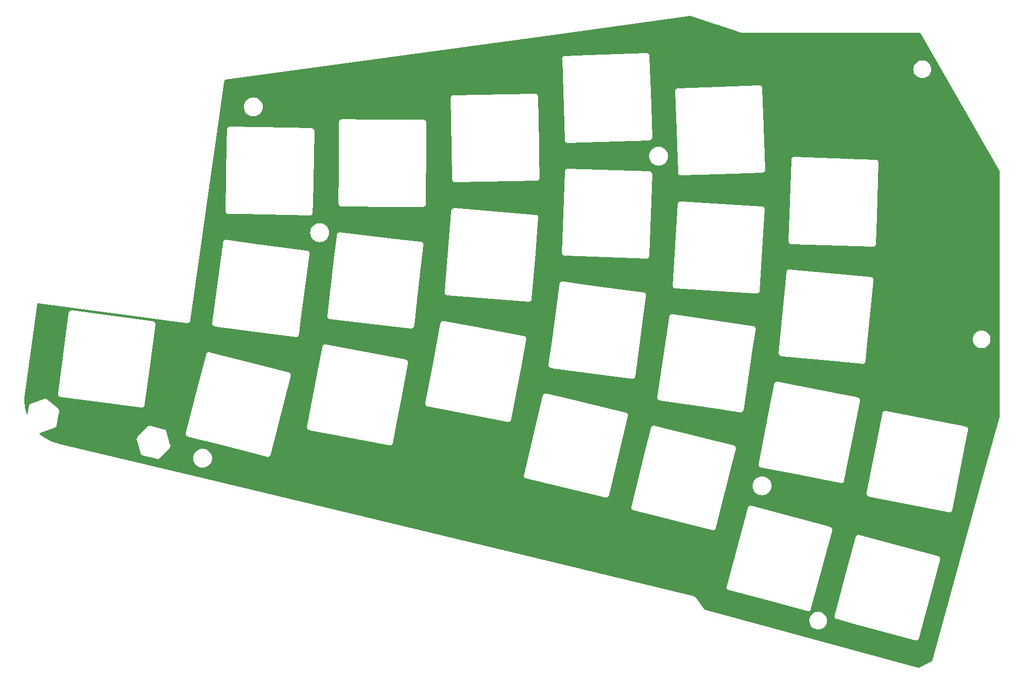
<source format=gbr>
%TF.GenerationSoftware,KiCad,Pcbnew,(6.0.5)*%
%TF.CreationDate,2022-08-06T10:05:38+09:00*%
%TF.ProjectId,ergotonic_f24_top,6572676f-746f-46e6-9963-5f6632345f74,rev?*%
%TF.SameCoordinates,Original*%
%TF.FileFunction,Copper,L1,Top*%
%TF.FilePolarity,Positive*%
%FSLAX46Y46*%
G04 Gerber Fmt 4.6, Leading zero omitted, Abs format (unit mm)*
G04 Created by KiCad (PCBNEW (6.0.5)) date 2022-08-06 10:05:38*
%MOMM*%
%LPD*%
G01*
G04 APERTURE LIST*
G04 APERTURE END LIST*
%TA.AperFunction,NonConductor*%
G36*
X-55132031Y-1869625D02*
G01*
X-55110420Y-1871214D01*
X-55095388Y-1872320D01*
X-55082772Y-1873891D01*
X-55046555Y-1880271D01*
X-55034139Y-1883112D01*
X-54983083Y-1897545D01*
X-54976989Y-1899435D01*
X-46994340Y-4599416D01*
X-46988210Y-4601668D01*
X-46987387Y-4601995D01*
X-46983013Y-4604136D01*
X-46952812Y-4613503D01*
X-46949839Y-4614468D01*
X-46927123Y-4622152D01*
X-46927108Y-4622156D01*
X-46922874Y-4623588D01*
X-46920987Y-4623939D01*
X-46908275Y-4628143D01*
X-46899989Y-4631489D01*
X-46886874Y-4634551D01*
X-46883493Y-4635340D01*
X-46874807Y-4637698D01*
X-46865865Y-4640472D01*
X-46865852Y-4640475D01*
X-46861574Y-4641802D01*
X-46847688Y-4644021D01*
X-46838963Y-4645735D01*
X-46792167Y-4656661D01*
X-46784560Y-4658690D01*
X-46765557Y-4664404D01*
X-46760734Y-4665072D01*
X-46760724Y-4665074D01*
X-46755164Y-4665844D01*
X-46743808Y-4667951D01*
X-46740970Y-4668613D01*
X-46740965Y-4668614D01*
X-46736600Y-4669633D01*
X-46732140Y-4670023D01*
X-46732137Y-4670023D01*
X-46720823Y-4671011D01*
X-46715974Y-4671434D01*
X-46709660Y-4672146D01*
X-46655915Y-4679590D01*
X-46648130Y-4680919D01*
X-46628714Y-4684862D01*
X-46623850Y-4685085D01*
X-46623846Y-4685086D01*
X-46620010Y-4685262D01*
X-46618239Y-4685343D01*
X-46606733Y-4686402D01*
X-46605538Y-4686567D01*
X-46603830Y-4686804D01*
X-46603826Y-4686804D01*
X-46599402Y-4687417D01*
X-46594937Y-4687396D01*
X-46594929Y-4687397D01*
X-46578670Y-4687322D01*
X-46572311Y-4687454D01*
X-46532298Y-4689292D01*
X-46518705Y-4690658D01*
X-46518588Y-4690676D01*
X-46518574Y-4690677D01*
X-46513758Y-4691427D01*
X-46488707Y-4691427D01*
X-46482924Y-4691560D01*
X-46461005Y-4692567D01*
X-46455251Y-4692011D01*
X-46443132Y-4691427D01*
X-16287536Y-4691427D01*
X-16283327Y-4691497D01*
X-16281441Y-4691560D01*
X-16253352Y-4692499D01*
X-16242897Y-4693285D01*
X-16201586Y-4698126D01*
X-16189255Y-4700196D01*
X-16154237Y-4707877D01*
X-16142272Y-4711126D01*
X-16108330Y-4722163D01*
X-16096807Y-4726545D01*
X-16064147Y-4740831D01*
X-16053153Y-4746294D01*
X-16022081Y-4763671D01*
X-16011663Y-4770184D01*
X-15982409Y-4790520D01*
X-15972662Y-4798026D01*
X-15945495Y-4821153D01*
X-15936490Y-4829616D01*
X-15911645Y-4855377D01*
X-15903447Y-4864766D01*
X-15881078Y-4893100D01*
X-15873802Y-4903327D01*
X-15853661Y-4934854D01*
X-15845407Y-4947775D01*
X-15842148Y-4953170D01*
X-2575650Y-28207337D01*
X-2574642Y-28209137D01*
X-2571376Y-28215086D01*
X-2567678Y-28222374D01*
X-2548271Y-28263898D01*
X-2543638Y-28275211D01*
X-2531833Y-28308580D01*
X-2528328Y-28320259D01*
X-2527581Y-28323272D01*
X-2519824Y-28354552D01*
X-2517461Y-28366545D01*
X-2512316Y-28401528D01*
X-2511125Y-28413722D01*
X-2508636Y-28464735D01*
X-2508486Y-28470875D01*
X-2508486Y-70096775D01*
X-2508597Y-70102058D01*
X-2510383Y-70144617D01*
X-2511335Y-70155668D01*
X-2515859Y-70190272D01*
X-2517894Y-70201708D01*
X-2528546Y-70248851D01*
X-2529955Y-70254480D01*
X-5358628Y-80542786D01*
X-13924543Y-111698297D01*
X-13926483Y-111704684D01*
X-13944035Y-111757421D01*
X-13948892Y-111769795D01*
X-13964718Y-111804592D01*
X-13970804Y-111816303D01*
X-13990092Y-111849099D01*
X-13997339Y-111860069D01*
X-14019900Y-111890623D01*
X-14028232Y-111900757D01*
X-14053850Y-111928802D01*
X-14063208Y-111938030D01*
X-14089942Y-111961774D01*
X-14091648Y-111963289D01*
X-14101970Y-111971531D01*
X-14133063Y-111993792D01*
X-14144262Y-112000947D01*
X-14192608Y-112028361D01*
X-14198497Y-112031498D01*
X-16086438Y-112973624D01*
X-16091658Y-112976081D01*
X-16135642Y-112995569D01*
X-16146366Y-112999745D01*
X-16177787Y-113010357D01*
X-16188789Y-113013524D01*
X-16220939Y-113021215D01*
X-16232148Y-113023365D01*
X-16264819Y-113028107D01*
X-16276151Y-113029231D01*
X-16309124Y-113031001D01*
X-16320529Y-113031096D01*
X-16353572Y-113029874D01*
X-16364955Y-113028933D01*
X-16397915Y-113024694D01*
X-16409212Y-113022712D01*
X-16456163Y-113012249D01*
X-16461748Y-113010869D01*
X-45993330Y-104992094D01*
X-34933486Y-104992094D01*
X-34914856Y-105228805D01*
X-34913702Y-105233612D01*
X-34913701Y-105233618D01*
X-34883720Y-105358495D01*
X-34859426Y-105459688D01*
X-34768561Y-105679057D01*
X-34765975Y-105683277D01*
X-34647080Y-105877296D01*
X-34647076Y-105877302D01*
X-34644497Y-105881510D01*
X-34490290Y-106062063D01*
X-34309737Y-106216270D01*
X-34305529Y-106218849D01*
X-34305523Y-106218853D01*
X-34111504Y-106337748D01*
X-34107284Y-106340334D01*
X-34102714Y-106342227D01*
X-34102710Y-106342229D01*
X-33892488Y-106429305D01*
X-33887915Y-106431199D01*
X-33807712Y-106450454D01*
X-33661845Y-106485474D01*
X-33661839Y-106485475D01*
X-33657032Y-106486629D01*
X-33420321Y-106505259D01*
X-33183610Y-106486629D01*
X-33178803Y-106485475D01*
X-33178797Y-106485474D01*
X-33032930Y-106450454D01*
X-32952727Y-106431199D01*
X-32948154Y-106429305D01*
X-32737932Y-106342229D01*
X-32737928Y-106342227D01*
X-32733358Y-106340334D01*
X-32729138Y-106337748D01*
X-32535119Y-106218853D01*
X-32535113Y-106218849D01*
X-32530905Y-106216270D01*
X-32350352Y-106062063D01*
X-32196145Y-105881510D01*
X-32193566Y-105877302D01*
X-32193562Y-105877296D01*
X-32074667Y-105683277D01*
X-32072081Y-105679057D01*
X-31981216Y-105459688D01*
X-31956922Y-105358495D01*
X-31926941Y-105233618D01*
X-31926940Y-105233612D01*
X-31925786Y-105228805D01*
X-31907156Y-104992094D01*
X-31925786Y-104755383D01*
X-31930001Y-104737824D01*
X-31976670Y-104543436D01*
X-31981216Y-104524500D01*
X-31983110Y-104519927D01*
X-32070186Y-104309705D01*
X-32070188Y-104309701D01*
X-32072081Y-104305131D01*
X-32099924Y-104259695D01*
X-30662220Y-104259695D01*
X-30660764Y-104268552D01*
X-30658056Y-104285026D01*
X-30656401Y-104303621D01*
X-30656026Y-104329302D01*
X-30653381Y-104337881D01*
X-30653381Y-104337882D01*
X-30647313Y-104357566D01*
X-30643390Y-104374245D01*
X-30638593Y-104403423D01*
X-30634711Y-104411512D01*
X-30634711Y-104411513D01*
X-30627485Y-104426572D01*
X-30620677Y-104443958D01*
X-30613112Y-104468495D01*
X-30608166Y-104475986D01*
X-30608163Y-104475992D01*
X-30596818Y-104493174D01*
X-30588367Y-104508089D01*
X-30579462Y-104526648D01*
X-30579460Y-104526651D01*
X-30575577Y-104534743D01*
X-30569577Y-104541422D01*
X-30558418Y-104553844D01*
X-30547003Y-104568621D01*
X-30532856Y-104590047D01*
X-30526005Y-104595850D01*
X-30510293Y-104609159D01*
X-30498001Y-104621098D01*
X-30497444Y-104621718D01*
X-30478236Y-104643099D01*
X-30457182Y-104656135D01*
X-30456401Y-104656619D01*
X-30441303Y-104667596D01*
X-30421711Y-104684190D01*
X-30413508Y-104687836D01*
X-30413507Y-104687837D01*
X-30394682Y-104696205D01*
X-30379538Y-104704212D01*
X-30354396Y-104719779D01*
X-30345746Y-104722172D01*
X-30345742Y-104722174D01*
X-30321202Y-104728964D01*
X-30320444Y-104729203D01*
X-30319440Y-104729649D01*
X-30316577Y-104730422D01*
X-30316578Y-104730422D01*
X-30289522Y-104737730D01*
X-30288781Y-104737933D01*
X-30217816Y-104757567D01*
X-30217810Y-104757568D01*
X-30214012Y-104758619D01*
X-30212612Y-104758599D01*
X-30211291Y-104758861D01*
X-27616627Y-105459688D01*
X-16909198Y-108351801D01*
X-16908456Y-108352004D01*
X-16887076Y-108357919D01*
X-16833731Y-108372678D01*
X-16804157Y-108372247D01*
X-16787044Y-108373164D01*
X-16757697Y-108376749D01*
X-16732364Y-108372585D01*
X-16713771Y-108370930D01*
X-16697064Y-108370686D01*
X-16697063Y-108370686D01*
X-16688089Y-108370555D01*
X-16669449Y-108364809D01*
X-16659826Y-108361842D01*
X-16643147Y-108357919D01*
X-16613968Y-108353122D01*
X-16605878Y-108349240D01*
X-16590819Y-108342014D01*
X-16573433Y-108335206D01*
X-16557475Y-108330286D01*
X-16548896Y-108327641D01*
X-16541405Y-108322695D01*
X-16541399Y-108322692D01*
X-16524217Y-108311347D01*
X-16509302Y-108302896D01*
X-16490743Y-108293991D01*
X-16490740Y-108293989D01*
X-16482648Y-108290106D01*
X-16463547Y-108272947D01*
X-16448770Y-108261532D01*
X-16434835Y-108252331D01*
X-16427344Y-108247385D01*
X-16421541Y-108240534D01*
X-16408232Y-108224822D01*
X-16396293Y-108212530D01*
X-16380970Y-108198764D01*
X-16374292Y-108192765D01*
X-16360772Y-108170930D01*
X-16349795Y-108155832D01*
X-16333201Y-108136240D01*
X-16321186Y-108109211D01*
X-16313179Y-108094067D01*
X-16297612Y-108068925D01*
X-16295219Y-108060275D01*
X-16295217Y-108060271D01*
X-16288427Y-108035731D01*
X-16288188Y-108034973D01*
X-16287742Y-108033969D01*
X-16279661Y-108004050D01*
X-16279458Y-108003310D01*
X-16259824Y-107932345D01*
X-16259823Y-107932339D01*
X-16258772Y-107928541D01*
X-16258792Y-107927141D01*
X-16258530Y-107925818D01*
X-15378474Y-104667601D01*
X-14731538Y-102272457D01*
X-12665590Y-94623727D01*
X-12665387Y-94622985D01*
X-12647106Y-94556908D01*
X-12644713Y-94548260D01*
X-12645144Y-94518686D01*
X-12644227Y-94501573D01*
X-12641731Y-94481138D01*
X-12640642Y-94472226D01*
X-12644806Y-94446893D01*
X-12646461Y-94428300D01*
X-12646705Y-94411593D01*
X-12646705Y-94411592D01*
X-12646836Y-94402618D01*
X-12655549Y-94374355D01*
X-12659472Y-94357676D01*
X-12662814Y-94337350D01*
X-12664269Y-94328497D01*
X-12675377Y-94305348D01*
X-12682185Y-94287962D01*
X-12687106Y-94272002D01*
X-12689750Y-94263425D01*
X-12706043Y-94238748D01*
X-12714493Y-94223834D01*
X-12723399Y-94205273D01*
X-12723402Y-94205268D01*
X-12727285Y-94197177D01*
X-12744441Y-94178080D01*
X-12755859Y-94163299D01*
X-12765061Y-94149361D01*
X-12765063Y-94149359D01*
X-12770006Y-94141872D01*
X-12792574Y-94122756D01*
X-12804865Y-94110818D01*
X-12818626Y-94095500D01*
X-12824626Y-94088821D01*
X-12846456Y-94075304D01*
X-12861561Y-94064324D01*
X-12874300Y-94053534D01*
X-12881152Y-94047730D01*
X-12890904Y-94043395D01*
X-12908174Y-94035718D01*
X-12923323Y-94027709D01*
X-12927092Y-94025376D01*
X-12948466Y-94012141D01*
X-12957115Y-94009748D01*
X-12957122Y-94009745D01*
X-12981660Y-94002956D01*
X-12982418Y-94002717D01*
X-12983422Y-94002271D01*
X-13013341Y-93994190D01*
X-13014081Y-93993987D01*
X-13085046Y-93974353D01*
X-13085052Y-93974352D01*
X-13088850Y-93973301D01*
X-13090250Y-93973321D01*
X-13091573Y-93973059D01*
X-26393664Y-90380119D01*
X-26394406Y-90379916D01*
X-26423257Y-90371934D01*
X-26469131Y-90359242D01*
X-26498706Y-90359673D01*
X-26515819Y-90358756D01*
X-26545166Y-90355171D01*
X-26570499Y-90359335D01*
X-26589092Y-90360990D01*
X-26605798Y-90361234D01*
X-26605799Y-90361234D01*
X-26614773Y-90361365D01*
X-26623352Y-90364010D01*
X-26623353Y-90364010D01*
X-26643037Y-90370078D01*
X-26659716Y-90374001D01*
X-26666072Y-90375046D01*
X-26688894Y-90378798D01*
X-26696983Y-90382680D01*
X-26696984Y-90382680D01*
X-26712043Y-90389906D01*
X-26729430Y-90396714D01*
X-26753966Y-90404279D01*
X-26761457Y-90409225D01*
X-26778643Y-90420572D01*
X-26793557Y-90429022D01*
X-26812118Y-90437928D01*
X-26812123Y-90437931D01*
X-26820214Y-90441814D01*
X-26826894Y-90447815D01*
X-26839311Y-90458970D01*
X-26854092Y-90470388D01*
X-26868030Y-90479590D01*
X-26868032Y-90479592D01*
X-26875519Y-90484535D01*
X-26894635Y-90507103D01*
X-26906570Y-90519391D01*
X-26928570Y-90539155D01*
X-26933296Y-90546788D01*
X-26933297Y-90546789D01*
X-26942086Y-90560984D01*
X-26953066Y-90576089D01*
X-26969661Y-90595681D01*
X-26973309Y-90603888D01*
X-26981673Y-90622703D01*
X-26989682Y-90637852D01*
X-27005250Y-90662995D01*
X-27007643Y-90671644D01*
X-27007646Y-90671651D01*
X-27014435Y-90696189D01*
X-27014674Y-90696947D01*
X-27015120Y-90697951D01*
X-27015893Y-90700813D01*
X-27023201Y-90727869D01*
X-27023404Y-90728610D01*
X-27044090Y-90803379D01*
X-27044070Y-90804779D01*
X-27044332Y-90806100D01*
X-28134215Y-94841161D01*
X-30637272Y-104108193D01*
X-30637475Y-104108935D01*
X-30638899Y-104114082D01*
X-30658149Y-104183660D01*
X-30658018Y-104192631D01*
X-30657718Y-104213234D01*
X-30658635Y-104230348D01*
X-30662220Y-104259695D01*
X-32099924Y-104259695D01*
X-32193562Y-104106892D01*
X-32193566Y-104106886D01*
X-32196145Y-104102678D01*
X-32350352Y-103922125D01*
X-32530905Y-103767918D01*
X-32535113Y-103765339D01*
X-32535119Y-103765335D01*
X-32729138Y-103646440D01*
X-32733358Y-103643854D01*
X-32737928Y-103641961D01*
X-32737932Y-103641959D01*
X-32948154Y-103554883D01*
X-32948156Y-103554882D01*
X-32952727Y-103552989D01*
X-33032930Y-103533734D01*
X-33178797Y-103498714D01*
X-33178803Y-103498713D01*
X-33183610Y-103497559D01*
X-33420321Y-103478929D01*
X-33657032Y-103497559D01*
X-33661839Y-103498713D01*
X-33661845Y-103498714D01*
X-33807712Y-103533734D01*
X-33887915Y-103552989D01*
X-33892486Y-103554882D01*
X-33892488Y-103554883D01*
X-34102710Y-103641959D01*
X-34102714Y-103641961D01*
X-34107284Y-103643854D01*
X-34111504Y-103646440D01*
X-34305523Y-103765335D01*
X-34305529Y-103765339D01*
X-34309737Y-103767918D01*
X-34490290Y-103922125D01*
X-34644497Y-104102678D01*
X-34647076Y-104106886D01*
X-34647080Y-104106892D01*
X-34740718Y-104259695D01*
X-34768561Y-104305131D01*
X-34770454Y-104309701D01*
X-34770456Y-104309705D01*
X-34857532Y-104519927D01*
X-34859426Y-104524500D01*
X-34863972Y-104543436D01*
X-34910640Y-104737824D01*
X-34914856Y-104755383D01*
X-34933013Y-104986089D01*
X-34933486Y-104992094D01*
X-45993330Y-104992094D01*
X-52578410Y-103204033D01*
X-52580930Y-103203320D01*
X-52587667Y-103201335D01*
X-52592770Y-103199832D01*
X-52601640Y-103196857D01*
X-52647311Y-103179626D01*
X-52659516Y-103174267D01*
X-52693825Y-103156985D01*
X-52705359Y-103150391D01*
X-52737590Y-103129636D01*
X-52748352Y-103121875D01*
X-52778245Y-103097827D01*
X-52788143Y-103088965D01*
X-52815422Y-103061814D01*
X-52824356Y-103051925D01*
X-52859546Y-103008558D01*
X-52863606Y-103003272D01*
X-54084698Y-101323288D01*
X-54088033Y-101318425D01*
X-54090182Y-101314457D01*
X-54109916Y-101288542D01*
X-54111538Y-101286362D01*
X-54128886Y-101262494D01*
X-54128869Y-101262481D01*
X-54135052Y-101254120D01*
X-54137266Y-101250697D01*
X-54139910Y-101246608D01*
X-54149869Y-101235445D01*
X-54156093Y-101227898D01*
X-54160564Y-101222027D01*
X-54163285Y-101218453D01*
X-54174755Y-101207158D01*
X-54180348Y-101201281D01*
X-54230062Y-101145557D01*
X-54233630Y-101141376D01*
X-54250117Y-101121171D01*
X-54253738Y-101117918D01*
X-54254273Y-101117357D01*
X-54258004Y-101113613D01*
X-54258071Y-101113682D01*
X-54261282Y-101110561D01*
X-54264269Y-101107213D01*
X-54276527Y-101096886D01*
X-54285021Y-101089729D01*
X-54288015Y-101087125D01*
X-54350333Y-101031142D01*
X-54354383Y-101027338D01*
X-54369395Y-101012595D01*
X-54372867Y-101009185D01*
X-54376824Y-101006349D01*
X-54377196Y-101006036D01*
X-54381713Y-101002406D01*
X-54381767Y-101002475D01*
X-54385308Y-100999722D01*
X-54388641Y-100996728D01*
X-54411102Y-100981700D01*
X-54414413Y-100979406D01*
X-54482093Y-100930895D01*
X-54486582Y-100927524D01*
X-54492767Y-100922660D01*
X-54506905Y-100911540D01*
X-54511147Y-100909156D01*
X-54511422Y-100908972D01*
X-54516503Y-100905736D01*
X-54516547Y-100905808D01*
X-54520367Y-100903462D01*
X-54524009Y-100900852D01*
X-54547899Y-100888425D01*
X-54551484Y-100886486D01*
X-54624180Y-100845631D01*
X-54628984Y-100842789D01*
X-54646885Y-100831658D01*
X-54646889Y-100831656D01*
X-54651025Y-100829084D01*
X-54655508Y-100827179D01*
X-54656043Y-100826901D01*
X-54661068Y-100824431D01*
X-54661107Y-100824513D01*
X-54665158Y-100822601D01*
X-54669068Y-100820404D01*
X-54673248Y-100818784D01*
X-54673254Y-100818781D01*
X-54694282Y-100810631D01*
X-54697992Y-100809125D01*
X-54775367Y-100776243D01*
X-54780367Y-100773987D01*
X-54799578Y-100764812D01*
X-54799593Y-100764806D01*
X-54803974Y-100762714D01*
X-54808632Y-100761318D01*
X-54809615Y-100760939D01*
X-54814188Y-100759287D01*
X-54814222Y-100759386D01*
X-54818450Y-100757934D01*
X-54822581Y-100756179D01*
X-54848904Y-100749187D01*
X-54852719Y-100748109D01*
X-54917763Y-100728622D01*
X-54929503Y-100724462D01*
X-54936978Y-100721389D01*
X-54958394Y-100716248D01*
X-54965143Y-100714428D01*
X-54978943Y-100710293D01*
X-54978947Y-100710292D01*
X-54983243Y-100709005D01*
X-54991999Y-100707692D01*
X-55002721Y-100705605D01*
X-58809564Y-99791664D01*
X-60888751Y-99292496D01*
X-49051910Y-99292496D01*
X-49050454Y-99301354D01*
X-49050454Y-99301355D01*
X-49047746Y-99317831D01*
X-49046091Y-99336428D01*
X-49045716Y-99362104D01*
X-49043072Y-99370682D01*
X-49043071Y-99370685D01*
X-49037004Y-99390364D01*
X-49033082Y-99407034D01*
X-49028284Y-99436225D01*
X-49024401Y-99444317D01*
X-49017177Y-99459371D01*
X-49010367Y-99476761D01*
X-49002803Y-99501297D01*
X-48997857Y-99508788D01*
X-48997854Y-99508794D01*
X-48986509Y-99525976D01*
X-48978058Y-99540891D01*
X-48969152Y-99559452D01*
X-48969150Y-99559455D01*
X-48965268Y-99567545D01*
X-48948105Y-99586651D01*
X-48936697Y-99601419D01*
X-48922547Y-99622849D01*
X-48915696Y-99628652D01*
X-48915695Y-99628653D01*
X-48899988Y-99641958D01*
X-48887692Y-99653900D01*
X-48867927Y-99675902D01*
X-48846094Y-99689421D01*
X-48830992Y-99700399D01*
X-48811402Y-99716992D01*
X-48784374Y-99729006D01*
X-48769236Y-99737009D01*
X-48744087Y-99752581D01*
X-48735438Y-99754974D01*
X-48735431Y-99754977D01*
X-48710911Y-99761761D01*
X-48710138Y-99762005D01*
X-48709132Y-99762452D01*
X-48706265Y-99763226D01*
X-48706241Y-99763234D01*
X-48679078Y-99770571D01*
X-48678338Y-99770773D01*
X-48607504Y-99790371D01*
X-48607496Y-99790373D01*
X-48603703Y-99791422D01*
X-48602306Y-99791402D01*
X-48600984Y-99791664D01*
X-41809361Y-101626122D01*
X-35298801Y-103384664D01*
X-35298152Y-103384842D01*
X-35232102Y-103403117D01*
X-35232098Y-103403117D01*
X-35223451Y-103405510D01*
X-35193883Y-103405079D01*
X-35176769Y-103405996D01*
X-35147416Y-103409582D01*
X-35122077Y-103405417D01*
X-35103484Y-103403762D01*
X-35086780Y-103403518D01*
X-35086779Y-103403518D01*
X-35077809Y-103403387D01*
X-35049547Y-103394673D01*
X-35032873Y-103390752D01*
X-35030242Y-103390320D01*
X-35012542Y-103387411D01*
X-35012538Y-103387410D01*
X-35003688Y-103385955D01*
X-34980542Y-103374848D01*
X-34963151Y-103368038D01*
X-34938616Y-103360474D01*
X-34931125Y-103355528D01*
X-34931119Y-103355525D01*
X-34913937Y-103344180D01*
X-34899022Y-103335729D01*
X-34880462Y-103326823D01*
X-34872368Y-103322939D01*
X-34853265Y-103305778D01*
X-34838487Y-103294363D01*
X-34824555Y-103285164D01*
X-34817064Y-103280218D01*
X-34811265Y-103273372D01*
X-34811263Y-103273370D01*
X-34797959Y-103257663D01*
X-34786018Y-103245369D01*
X-34770687Y-103231597D01*
X-34770684Y-103231594D01*
X-34764011Y-103225599D01*
X-34750663Y-103204042D01*
X-34750492Y-103203766D01*
X-34739510Y-103188658D01*
X-34728724Y-103175924D01*
X-34722921Y-103169073D01*
X-34719273Y-103160867D01*
X-34710911Y-103142055D01*
X-34702902Y-103126905D01*
X-34692055Y-103109386D01*
X-34692055Y-103109385D01*
X-34687332Y-103101758D01*
X-34684940Y-103093113D01*
X-34684938Y-103093108D01*
X-34678152Y-103068582D01*
X-34677908Y-103067809D01*
X-34677461Y-103066803D01*
X-34676687Y-103063936D01*
X-34676679Y-103063912D01*
X-34669342Y-103036749D01*
X-34669140Y-103036009D01*
X-34649542Y-102965175D01*
X-34649540Y-102965167D01*
X-34648491Y-102961374D01*
X-34648511Y-102959977D01*
X-34648249Y-102958655D01*
X-32396935Y-94623727D01*
X-31055249Y-89656472D01*
X-31055071Y-89655823D01*
X-31036796Y-89589773D01*
X-31036796Y-89589769D01*
X-31034403Y-89581122D01*
X-31034834Y-89551554D01*
X-31033917Y-89534439D01*
X-31033017Y-89527073D01*
X-31030331Y-89505087D01*
X-31034496Y-89479748D01*
X-31036151Y-89461155D01*
X-31036395Y-89444451D01*
X-31036395Y-89444450D01*
X-31036526Y-89435480D01*
X-31045240Y-89407218D01*
X-31049161Y-89390543D01*
X-31052502Y-89370213D01*
X-31052503Y-89370209D01*
X-31053958Y-89361359D01*
X-31065065Y-89338213D01*
X-31071875Y-89320822D01*
X-31076794Y-89304867D01*
X-31079439Y-89296287D01*
X-31084385Y-89288796D01*
X-31084388Y-89288790D01*
X-31095733Y-89271608D01*
X-31104184Y-89256693D01*
X-31113090Y-89238133D01*
X-31116974Y-89230039D01*
X-31134135Y-89210936D01*
X-31145550Y-89196158D01*
X-31154749Y-89182226D01*
X-31159695Y-89174735D01*
X-31166541Y-89168936D01*
X-31166543Y-89168934D01*
X-31182250Y-89155630D01*
X-31194544Y-89143689D01*
X-31208316Y-89128358D01*
X-31208319Y-89128355D01*
X-31214314Y-89121682D01*
X-31221944Y-89116958D01*
X-31221946Y-89116956D01*
X-31236147Y-89108163D01*
X-31251255Y-89097181D01*
X-31263989Y-89086395D01*
X-31270840Y-89080592D01*
X-31279043Y-89076946D01*
X-31279046Y-89076944D01*
X-31297858Y-89068582D01*
X-31313008Y-89060573D01*
X-31330527Y-89049726D01*
X-31330528Y-89049726D01*
X-31338155Y-89045003D01*
X-31346800Y-89042611D01*
X-31346805Y-89042609D01*
X-31371331Y-89035823D01*
X-31372104Y-89035579D01*
X-31373110Y-89035132D01*
X-31375977Y-89034358D01*
X-31376001Y-89034350D01*
X-31403164Y-89027013D01*
X-31403904Y-89026811D01*
X-31474738Y-89007213D01*
X-31474746Y-89007211D01*
X-31478539Y-89006162D01*
X-31479936Y-89006182D01*
X-31481258Y-89005920D01*
X-44783307Y-85412956D01*
X-44784049Y-85412753D01*
X-44813010Y-85404741D01*
X-44858792Y-85392074D01*
X-44888367Y-85392505D01*
X-44905480Y-85391588D01*
X-44908651Y-85391201D01*
X-44925917Y-85389091D01*
X-44925920Y-85389091D01*
X-44934826Y-85388003D01*
X-44943684Y-85389459D01*
X-44943685Y-85389459D01*
X-44960155Y-85392166D01*
X-44978752Y-85393821D01*
X-44990638Y-85393995D01*
X-44995464Y-85394065D01*
X-44995465Y-85394065D01*
X-45004434Y-85394196D01*
X-45032704Y-85402912D01*
X-45049369Y-85406831D01*
X-45078555Y-85411629D01*
X-45094487Y-85419274D01*
X-45101704Y-85422737D01*
X-45119091Y-85429545D01*
X-45143627Y-85437110D01*
X-45151118Y-85442056D01*
X-45168304Y-85453403D01*
X-45183218Y-85461853D01*
X-45209875Y-85474645D01*
X-45216551Y-85480643D01*
X-45216552Y-85480643D01*
X-45228976Y-85491804D01*
X-45243753Y-85503219D01*
X-45265179Y-85517365D01*
X-45270983Y-85524217D01*
X-45270984Y-85524218D01*
X-45284292Y-85539929D01*
X-45296231Y-85552221D01*
X-45302256Y-85557634D01*
X-45318232Y-85571986D01*
X-45322960Y-85579622D01*
X-45331743Y-85593808D01*
X-45342729Y-85608921D01*
X-45353518Y-85621657D01*
X-45353523Y-85621664D01*
X-45359322Y-85628511D01*
X-45371336Y-85655539D01*
X-45379339Y-85670677D01*
X-45394911Y-85695826D01*
X-45397305Y-85704478D01*
X-45397307Y-85704483D01*
X-45404093Y-85729009D01*
X-45404334Y-85729772D01*
X-45404782Y-85730781D01*
X-45405564Y-85733676D01*
X-45412881Y-85760763D01*
X-45413083Y-85761504D01*
X-45427775Y-85814608D01*
X-45433752Y-85836210D01*
X-45433732Y-85837611D01*
X-45433991Y-85838921D01*
X-49026967Y-99141017D01*
X-49027171Y-99141761D01*
X-49045446Y-99207811D01*
X-49045446Y-99207815D01*
X-49047839Y-99216462D01*
X-49047708Y-99225433D01*
X-49047408Y-99246035D01*
X-49048325Y-99263149D01*
X-49051910Y-99292496D01*
X-60888751Y-99292496D01*
X-81565325Y-94328497D01*
X-117468586Y-85708899D01*
X-65286053Y-85708899D01*
X-65284424Y-85717726D01*
X-65284424Y-85717729D01*
X-65281394Y-85734150D01*
X-65279375Y-85752714D01*
X-65278499Y-85778372D01*
X-65275688Y-85786894D01*
X-65275688Y-85786895D01*
X-65269237Y-85806454D01*
X-65264988Y-85823057D01*
X-65259622Y-85852138D01*
X-65248059Y-85875074D01*
X-65240918Y-85892311D01*
X-65232874Y-85916700D01*
X-65216098Y-85941060D01*
X-65207368Y-85955790D01*
X-65194052Y-85982202D01*
X-65187923Y-85988762D01*
X-65176525Y-86000961D01*
X-65164823Y-86015513D01*
X-65150259Y-86036661D01*
X-65143296Y-86042329D01*
X-65143293Y-86042332D01*
X-65127328Y-86055328D01*
X-65114802Y-86067027D01*
X-65094613Y-86088636D01*
X-65072519Y-86101726D01*
X-65057205Y-86112408D01*
X-65044259Y-86122946D01*
X-65044255Y-86122948D01*
X-65037295Y-86128614D01*
X-65029025Y-86132098D01*
X-65029022Y-86132100D01*
X-65010051Y-86140092D01*
X-64994745Y-86147804D01*
X-64969298Y-86162881D01*
X-64941569Y-86169972D01*
X-64935936Y-86171413D01*
X-64935172Y-86171638D01*
X-64934156Y-86172066D01*
X-64931264Y-86172787D01*
X-64931253Y-86172790D01*
X-64904164Y-86179541D01*
X-64903429Y-86179726D01*
X-64828182Y-86198971D01*
X-64826780Y-86198923D01*
X-64825460Y-86199158D01*
X-63517640Y-86525127D01*
X-51455742Y-89531507D01*
X-51454996Y-89531696D01*
X-51388529Y-89548695D01*
X-51388524Y-89548696D01*
X-51379830Y-89550919D01*
X-51370862Y-89550613D01*
X-51370860Y-89550613D01*
X-51358539Y-89550192D01*
X-51350277Y-89549910D01*
X-51333148Y-89550492D01*
X-51322755Y-89551556D01*
X-51312658Y-89552590D01*
X-51312657Y-89552590D01*
X-51303730Y-89553504D01*
X-51294903Y-89551875D01*
X-51294900Y-89551875D01*
X-51278479Y-89548845D01*
X-51259915Y-89546826D01*
X-51246072Y-89546353D01*
X-51234257Y-89545950D01*
X-51225735Y-89543139D01*
X-51225734Y-89543139D01*
X-51206175Y-89536688D01*
X-51189572Y-89532439D01*
X-51169319Y-89528702D01*
X-51160491Y-89527073D01*
X-51137555Y-89515510D01*
X-51120318Y-89508369D01*
X-51095929Y-89500325D01*
X-51071567Y-89483548D01*
X-51056839Y-89474819D01*
X-51030427Y-89461503D01*
X-51011665Y-89443974D01*
X-50997116Y-89432274D01*
X-50975968Y-89417710D01*
X-50970300Y-89410747D01*
X-50970297Y-89410744D01*
X-50957301Y-89394779D01*
X-50945602Y-89382253D01*
X-50930554Y-89368194D01*
X-50930553Y-89368193D01*
X-50923993Y-89362064D01*
X-50910903Y-89339970D01*
X-50900221Y-89324656D01*
X-50889683Y-89311710D01*
X-50889681Y-89311706D01*
X-50884015Y-89304746D01*
X-50880531Y-89296476D01*
X-50880529Y-89296473D01*
X-50872537Y-89277502D01*
X-50864824Y-89262195D01*
X-50854324Y-89244472D01*
X-50849748Y-89236749D01*
X-50841216Y-89203389D01*
X-50840992Y-89202625D01*
X-50840563Y-89201607D01*
X-50833050Y-89171463D01*
X-50832861Y-89170717D01*
X-50814636Y-89099455D01*
X-50814635Y-89099449D01*
X-50813659Y-89095633D01*
X-50813707Y-89094233D01*
X-50813472Y-89092914D01*
X-50809491Y-89076944D01*
X-49540001Y-83983622D01*
X-49045591Y-82000000D01*
X-44613474Y-82000000D01*
X-44593609Y-82252403D01*
X-44592455Y-82257210D01*
X-44592454Y-82257216D01*
X-44554821Y-82413968D01*
X-44534505Y-82498591D01*
X-44532612Y-82503162D01*
X-44532611Y-82503164D01*
X-44504369Y-82571345D01*
X-44437616Y-82732502D01*
X-44305328Y-82948376D01*
X-44140898Y-83140898D01*
X-43948376Y-83305328D01*
X-43732502Y-83437616D01*
X-43727932Y-83439509D01*
X-43727928Y-83439511D01*
X-43503164Y-83532611D01*
X-43498591Y-83534505D01*
X-43442234Y-83548035D01*
X-43257216Y-83592454D01*
X-43257210Y-83592455D01*
X-43252403Y-83593609D01*
X-43000000Y-83613474D01*
X-42747597Y-83593609D01*
X-42742790Y-83592455D01*
X-42742784Y-83592454D01*
X-42557766Y-83548035D01*
X-42501409Y-83534505D01*
X-42496836Y-83532611D01*
X-42272072Y-83439511D01*
X-42272068Y-83439509D01*
X-42267498Y-83437616D01*
X-42055741Y-83307851D01*
X-25173083Y-83307851D01*
X-25172328Y-83316796D01*
X-25170596Y-83337318D01*
X-25170320Y-83354454D01*
X-25171855Y-83383985D01*
X-25169785Y-83392723D01*
X-25169785Y-83392726D01*
X-25165937Y-83408972D01*
X-25162990Y-83427417D01*
X-25160832Y-83452993D01*
X-25157597Y-83461366D01*
X-25150176Y-83480574D01*
X-25145101Y-83496944D01*
X-25138285Y-83525721D01*
X-25125588Y-83548049D01*
X-25117594Y-83564906D01*
X-25108339Y-83588862D01*
X-25102882Y-83595993D01*
X-25090370Y-83612344D01*
X-25080905Y-83626631D01*
X-25066286Y-83652339D01*
X-25047839Y-83670200D01*
X-25035426Y-83684144D01*
X-25019821Y-83704537D01*
X-24995985Y-83722030D01*
X-24982887Y-83733089D01*
X-24961642Y-83753660D01*
X-24938916Y-83765630D01*
X-24923092Y-83775527D01*
X-24902394Y-83790718D01*
X-24893959Y-83793784D01*
X-24893955Y-83793786D01*
X-24874612Y-83800817D01*
X-24858940Y-83807753D01*
X-24840710Y-83817355D01*
X-24840706Y-83817356D01*
X-24832767Y-83821538D01*
X-24799010Y-83828391D01*
X-24798248Y-83828575D01*
X-24797209Y-83828952D01*
X-24794289Y-83829526D01*
X-24794290Y-83829526D01*
X-24766821Y-83834928D01*
X-24766069Y-83835079D01*
X-24693891Y-83849732D01*
X-24693882Y-83849733D01*
X-24690021Y-83850517D01*
X-24688627Y-83850399D01*
X-24687288Y-83850569D01*
X-11167513Y-86509332D01*
X-11166759Y-86509483D01*
X-11099589Y-86523119D01*
X-11099584Y-86523119D01*
X-11090788Y-86524905D01*
X-11061321Y-86522418D01*
X-11044186Y-86522142D01*
X-11014655Y-86523677D01*
X-10989658Y-86517757D01*
X-10971239Y-86514815D01*
X-10945646Y-86512654D01*
X-10918066Y-86501998D01*
X-10901693Y-86496922D01*
X-10872918Y-86490107D01*
X-10850591Y-86477412D01*
X-10833728Y-86469414D01*
X-10809777Y-86460160D01*
X-10786292Y-86442189D01*
X-10772008Y-86432727D01*
X-10754105Y-86422547D01*
X-10754102Y-86422544D01*
X-10746300Y-86418108D01*
X-10728436Y-86399658D01*
X-10714490Y-86387244D01*
X-10701232Y-86377099D01*
X-10694102Y-86371643D01*
X-10676609Y-86347806D01*
X-10665549Y-86334708D01*
X-10651222Y-86319912D01*
X-10651221Y-86319910D01*
X-10644979Y-86313464D01*
X-10640797Y-86305524D01*
X-10640794Y-86305520D01*
X-10633011Y-86290743D01*
X-10623111Y-86274914D01*
X-10622012Y-86273416D01*
X-10607921Y-86254216D01*
X-10597817Y-86226418D01*
X-10590883Y-86210755D01*
X-10581284Y-86192530D01*
X-10581283Y-86192528D01*
X-10577102Y-86184589D01*
X-10570252Y-86150848D01*
X-10570065Y-86150073D01*
X-10569687Y-86149031D01*
X-10563682Y-86118498D01*
X-10563531Y-86117745D01*
X-10548907Y-86045710D01*
X-10548907Y-86045709D01*
X-10548122Y-86041843D01*
X-10548240Y-86040449D01*
X-10548070Y-86039110D01*
X-7889308Y-72519335D01*
X-7889157Y-72518581D01*
X-7875521Y-72451411D01*
X-7875521Y-72451406D01*
X-7873735Y-72442610D01*
X-7876222Y-72413143D01*
X-7876498Y-72396005D01*
X-7876345Y-72393072D01*
X-7874963Y-72366476D01*
X-7879888Y-72345682D01*
X-7880881Y-72341489D01*
X-7883828Y-72323041D01*
X-7884797Y-72311551D01*
X-7885986Y-72297468D01*
X-7896642Y-72269888D01*
X-7901718Y-72253515D01*
X-7906464Y-72233477D01*
X-7908533Y-72224740D01*
X-7921228Y-72202413D01*
X-7929227Y-72185548D01*
X-7935246Y-72169970D01*
X-7938480Y-72161599D01*
X-7956448Y-72138119D01*
X-7965910Y-72123837D01*
X-7980532Y-72098122D01*
X-7986976Y-72091882D01*
X-7986979Y-72091879D01*
X-7998980Y-72080260D01*
X-8011398Y-72066309D01*
X-8021540Y-72053056D01*
X-8021542Y-72053054D01*
X-8026998Y-72045924D01*
X-8050831Y-72028432D01*
X-8063924Y-72017377D01*
X-8078727Y-72003044D01*
X-8078732Y-72003041D01*
X-8085176Y-71996801D01*
X-8107898Y-71984833D01*
X-8123723Y-71974936D01*
X-8144424Y-71959743D01*
X-8152858Y-71956677D01*
X-8152862Y-71956675D01*
X-8172217Y-71949639D01*
X-8187884Y-71942704D01*
X-8206108Y-71933106D01*
X-8206111Y-71933105D01*
X-8214051Y-71928923D01*
X-8222844Y-71927138D01*
X-8222847Y-71927137D01*
X-8247784Y-71922075D01*
X-8248569Y-71921886D01*
X-8249609Y-71921508D01*
X-8280154Y-71915501D01*
X-8280906Y-71915350D01*
X-8352935Y-71900728D01*
X-8356797Y-71899944D01*
X-8358190Y-71900062D01*
X-8359523Y-71899893D01*
X-13210463Y-70945921D01*
X-21879465Y-69241099D01*
X-21879971Y-69240999D01*
X-21956029Y-69225557D01*
X-21985496Y-69228044D01*
X-22002632Y-69228320D01*
X-22014794Y-69227688D01*
X-22023196Y-69227251D01*
X-22023197Y-69227251D01*
X-22032163Y-69226785D01*
X-22040901Y-69228855D01*
X-22040904Y-69228855D01*
X-22057150Y-69232703D01*
X-22075595Y-69235650D01*
X-22101171Y-69237808D01*
X-22109546Y-69241044D01*
X-22109547Y-69241044D01*
X-22128751Y-69248464D01*
X-22145124Y-69253540D01*
X-22173899Y-69260355D01*
X-22196223Y-69273049D01*
X-22213089Y-69281048D01*
X-22237040Y-69290302D01*
X-22244167Y-69295756D01*
X-22260517Y-69308268D01*
X-22274802Y-69317732D01*
X-22300517Y-69332354D01*
X-22306757Y-69338798D01*
X-22306760Y-69338801D01*
X-22318379Y-69350802D01*
X-22332330Y-69363220D01*
X-22345583Y-69373362D01*
X-22345585Y-69373364D01*
X-22352715Y-69378820D01*
X-22366804Y-69398017D01*
X-22370204Y-69402650D01*
X-22381262Y-69415746D01*
X-22395595Y-69430549D01*
X-22395598Y-69430554D01*
X-22401838Y-69436998D01*
X-22406020Y-69444938D01*
X-22413806Y-69459720D01*
X-22423703Y-69475545D01*
X-22438896Y-69496246D01*
X-22441962Y-69504680D01*
X-22441964Y-69504684D01*
X-22449000Y-69524039D01*
X-22455935Y-69539706D01*
X-22465533Y-69557930D01*
X-22469716Y-69565873D01*
X-22471501Y-69574666D01*
X-22471502Y-69574669D01*
X-22476564Y-69599606D01*
X-22476753Y-69600391D01*
X-22477131Y-69601431D01*
X-22481734Y-69624838D01*
X-22483138Y-69631976D01*
X-22483289Y-69632728D01*
X-22497911Y-69704757D01*
X-22498695Y-69708619D01*
X-22498577Y-69710012D01*
X-22498746Y-69711345D01*
X-25157510Y-83231126D01*
X-25157661Y-83231880D01*
X-25171297Y-83299050D01*
X-25171297Y-83299055D01*
X-25173083Y-83307851D01*
X-42055741Y-83307851D01*
X-42051624Y-83305328D01*
X-41859102Y-83140898D01*
X-41694672Y-82948376D01*
X-41562384Y-82732502D01*
X-41495630Y-82571345D01*
X-41467389Y-82503164D01*
X-41467388Y-82503162D01*
X-41465495Y-82498591D01*
X-41445179Y-82413968D01*
X-41407546Y-82257216D01*
X-41407545Y-82257210D01*
X-41406391Y-82252403D01*
X-41386526Y-82000000D01*
X-41406391Y-81747597D01*
X-41416797Y-81704250D01*
X-41446208Y-81581746D01*
X-41465495Y-81501409D01*
X-41474458Y-81479771D01*
X-41560489Y-81272072D01*
X-41560491Y-81272068D01*
X-41562384Y-81267498D01*
X-41694672Y-81051624D01*
X-41859102Y-80859102D01*
X-42051624Y-80694672D01*
X-42267498Y-80562384D01*
X-42272068Y-80560491D01*
X-42272072Y-80560489D01*
X-42496836Y-80467389D01*
X-42496838Y-80467388D01*
X-42501409Y-80465495D01*
X-42605430Y-80440522D01*
X-42742784Y-80407546D01*
X-42742790Y-80407545D01*
X-42747597Y-80406391D01*
X-43000000Y-80386526D01*
X-43252403Y-80406391D01*
X-43257210Y-80407545D01*
X-43257216Y-80407546D01*
X-43394570Y-80440522D01*
X-43498591Y-80465495D01*
X-43503162Y-80467388D01*
X-43503164Y-80467389D01*
X-43727928Y-80560489D01*
X-43727932Y-80560491D01*
X-43732502Y-80562384D01*
X-43948376Y-80694672D01*
X-44140898Y-80859102D01*
X-44305328Y-81051624D01*
X-44437616Y-81267498D01*
X-44439509Y-81272068D01*
X-44439511Y-81272072D01*
X-44525542Y-81479771D01*
X-44534505Y-81501409D01*
X-44553792Y-81581746D01*
X-44583202Y-81704250D01*
X-44593609Y-81747597D01*
X-44613474Y-82000000D01*
X-49045591Y-82000000D01*
X-48134198Y-78343401D01*
X-43601329Y-78343401D01*
X-43600568Y-78352343D01*
X-43600568Y-78352347D01*
X-43598821Y-78372866D01*
X-43598532Y-78390000D01*
X-43600045Y-78419533D01*
X-43597970Y-78428265D01*
X-43597970Y-78428266D01*
X-43594109Y-78444516D01*
X-43591150Y-78462954D01*
X-43588972Y-78488533D01*
X-43585731Y-78496903D01*
X-43578295Y-78516107D01*
X-43573208Y-78532474D01*
X-43566372Y-78561245D01*
X-43561929Y-78569044D01*
X-43561928Y-78569048D01*
X-43553665Y-78583555D01*
X-43545649Y-78600424D01*
X-43539621Y-78615992D01*
X-43536379Y-78624365D01*
X-43530918Y-78631490D01*
X-43530916Y-78631494D01*
X-43518391Y-78647837D01*
X-43508915Y-78662117D01*
X-43494280Y-78687810D01*
X-43475815Y-78705663D01*
X-43463397Y-78719593D01*
X-43453239Y-78732848D01*
X-43453237Y-78732850D01*
X-43447777Y-78739974D01*
X-43423920Y-78757457D01*
X-43410826Y-78768497D01*
X-43396018Y-78782814D01*
X-43396014Y-78782817D01*
X-43389562Y-78789055D01*
X-43381619Y-78793231D01*
X-43381615Y-78793234D01*
X-43366831Y-78801007D01*
X-43350993Y-78810897D01*
X-43330287Y-78826070D01*
X-43321851Y-78829129D01*
X-43321852Y-78829129D01*
X-43302485Y-78836153D01*
X-43286820Y-78843073D01*
X-43260637Y-78856839D01*
X-43234371Y-78862151D01*
X-43226880Y-78863666D01*
X-43226111Y-78863850D01*
X-43225074Y-78864227D01*
X-43222157Y-78864799D01*
X-43222142Y-78864802D01*
X-43201962Y-78868754D01*
X-43194568Y-78870203D01*
X-43194088Y-78870299D01*
X-43117870Y-78885714D01*
X-43116471Y-78885595D01*
X-43115143Y-78885762D01*
X-36824380Y-80118115D01*
X-29593371Y-81534661D01*
X-29592767Y-81534781D01*
X-29516634Y-81550179D01*
X-29507692Y-81549418D01*
X-29507688Y-81549418D01*
X-29487169Y-81547671D01*
X-29470035Y-81547382D01*
X-29449466Y-81548436D01*
X-29449463Y-81548436D01*
X-29440501Y-81548895D01*
X-29431769Y-81546820D01*
X-29431767Y-81546820D01*
X-29415517Y-81542959D01*
X-29397081Y-81540000D01*
X-29380448Y-81538584D01*
X-29380446Y-81538584D01*
X-29371502Y-81537822D01*
X-29360637Y-81533615D01*
X-29343928Y-81527146D01*
X-29327566Y-81522061D01*
X-29307526Y-81517299D01*
X-29307520Y-81517297D01*
X-29298789Y-81515222D01*
X-29276480Y-81502514D01*
X-29259613Y-81494499D01*
X-29235670Y-81485229D01*
X-29212203Y-81467244D01*
X-29197920Y-81457767D01*
X-29180024Y-81447573D01*
X-29180023Y-81447573D01*
X-29172224Y-81443130D01*
X-29165989Y-81436682D01*
X-29165986Y-81436679D01*
X-29154372Y-81424666D01*
X-29140434Y-81412241D01*
X-29127187Y-81402089D01*
X-29127185Y-81402087D01*
X-29120061Y-81396627D01*
X-29102587Y-81372781D01*
X-29091541Y-81359680D01*
X-29077222Y-81344870D01*
X-29077220Y-81344867D01*
X-29070979Y-81338412D01*
X-29059028Y-81315681D01*
X-29049136Y-81299840D01*
X-29039273Y-81286380D01*
X-29033965Y-81279137D01*
X-29023886Y-81251345D01*
X-29016960Y-81235666D01*
X-29007372Y-81217431D01*
X-29007371Y-81217427D01*
X-29003196Y-81209487D01*
X-28996370Y-81175732D01*
X-28996185Y-81174961D01*
X-28995808Y-81173924D01*
X-28995236Y-81171003D01*
X-28995231Y-81170983D01*
X-28989838Y-81143455D01*
X-28989689Y-81142703D01*
X-28974321Y-81066720D01*
X-28974440Y-81065321D01*
X-28974272Y-81063989D01*
X-28971849Y-81051624D01*
X-27888995Y-75524001D01*
X-26325375Y-67542221D01*
X-26325225Y-67541467D01*
X-26309857Y-67465484D01*
X-26310618Y-67456542D01*
X-26310618Y-67456538D01*
X-26312365Y-67436017D01*
X-26312654Y-67418884D01*
X-26311600Y-67398315D01*
X-26311600Y-67398312D01*
X-26311141Y-67389351D01*
X-26314506Y-67375188D01*
X-26317076Y-67364372D01*
X-26320035Y-67345934D01*
X-26321452Y-67329297D01*
X-26322213Y-67320352D01*
X-26325454Y-67311982D01*
X-26325455Y-67311977D01*
X-26332890Y-67292776D01*
X-26337978Y-67276408D01*
X-26342739Y-67256372D01*
X-26344814Y-67247639D01*
X-26357523Y-67225327D01*
X-26365534Y-67208469D01*
X-26374807Y-67184520D01*
X-26392792Y-67161053D01*
X-26402269Y-67146770D01*
X-26412463Y-67128874D01*
X-26412463Y-67128873D01*
X-26416906Y-67121074D01*
X-26423354Y-67114839D01*
X-26423357Y-67114836D01*
X-26435370Y-67103222D01*
X-26447795Y-67089284D01*
X-26457948Y-67076036D01*
X-26457949Y-67076035D01*
X-26463409Y-67068911D01*
X-26487260Y-67051432D01*
X-26500352Y-67040394D01*
X-26521624Y-67019829D01*
X-26544361Y-67007875D01*
X-26560192Y-66997988D01*
X-26573658Y-66988120D01*
X-26573659Y-66988119D01*
X-26580898Y-66982815D01*
X-26608693Y-66972735D01*
X-26624370Y-66965810D01*
X-26642601Y-66956225D01*
X-26642600Y-66956225D01*
X-26650549Y-66952046D01*
X-26684295Y-66945221D01*
X-26685072Y-66945035D01*
X-26686111Y-66944658D01*
X-26716589Y-66938688D01*
X-26717145Y-66938577D01*
X-26765035Y-66928891D01*
X-26789448Y-66923953D01*
X-26789452Y-66923952D01*
X-26793316Y-66923171D01*
X-26794713Y-66923290D01*
X-26796045Y-66923122D01*
X-26842160Y-66914088D01*
X-29065366Y-66478565D01*
X-40317814Y-64274225D01*
X-40318479Y-64274093D01*
X-40394551Y-64258707D01*
X-40403493Y-64259468D01*
X-40403497Y-64259468D01*
X-40424016Y-64261215D01*
X-40441150Y-64261504D01*
X-40461720Y-64260450D01*
X-40461723Y-64260450D01*
X-40470684Y-64259991D01*
X-40479415Y-64262066D01*
X-40479419Y-64262066D01*
X-40495669Y-64265927D01*
X-40514105Y-64268886D01*
X-40521724Y-64269535D01*
X-40539683Y-64271064D01*
X-40548051Y-64274304D01*
X-40548055Y-64274305D01*
X-40567256Y-64281740D01*
X-40583623Y-64286828D01*
X-40612395Y-64293664D01*
X-40620197Y-64298108D01*
X-40620202Y-64298110D01*
X-40634705Y-64306371D01*
X-40651574Y-64314387D01*
X-40675515Y-64323657D01*
X-40682640Y-64329118D01*
X-40682644Y-64329120D01*
X-40698987Y-64341645D01*
X-40713267Y-64351121D01*
X-40722715Y-64356503D01*
X-40738960Y-64365756D01*
X-40756813Y-64384221D01*
X-40770742Y-64396638D01*
X-40791124Y-64412259D01*
X-40808602Y-64436110D01*
X-40819649Y-64449213D01*
X-40840205Y-64470474D01*
X-40844382Y-64478419D01*
X-40852154Y-64493200D01*
X-40862044Y-64509037D01*
X-40871913Y-64522505D01*
X-40871915Y-64522508D01*
X-40877220Y-64529748D01*
X-40880279Y-64538184D01*
X-40880280Y-64538185D01*
X-40887303Y-64557551D01*
X-40894223Y-64573216D01*
X-40907989Y-64599399D01*
X-40909768Y-64608197D01*
X-40914814Y-64633144D01*
X-40915000Y-64633922D01*
X-40915377Y-64634961D01*
X-40915952Y-64637895D01*
X-40915952Y-64637896D01*
X-40921345Y-64665427D01*
X-40921458Y-64665995D01*
X-40936864Y-64742166D01*
X-40936745Y-64743563D01*
X-40936913Y-64744894D01*
X-41427565Y-67249517D01*
X-43585811Y-78266664D01*
X-43585931Y-78267268D01*
X-43601329Y-78343401D01*
X-48134198Y-78343401D01*
X-47481094Y-75723081D01*
X-47480905Y-75722336D01*
X-47463936Y-75655981D01*
X-47461711Y-75647281D01*
X-47462719Y-75617732D01*
X-47462137Y-75600604D01*
X-47460039Y-75580111D01*
X-47460039Y-75580109D01*
X-47459125Y-75571181D01*
X-47463786Y-75545921D01*
X-47465803Y-75527366D01*
X-47466373Y-75510675D01*
X-47466679Y-75501708D01*
X-47469490Y-75493185D01*
X-47475941Y-75473626D01*
X-47480190Y-75457023D01*
X-47483927Y-75436770D01*
X-47485556Y-75427942D01*
X-47497119Y-75405006D01*
X-47504260Y-75387769D01*
X-47512304Y-75363380D01*
X-47529081Y-75339018D01*
X-47537810Y-75324290D01*
X-47551126Y-75297878D01*
X-47568655Y-75279116D01*
X-47580355Y-75264567D01*
X-47594919Y-75243419D01*
X-47601882Y-75237751D01*
X-47601885Y-75237748D01*
X-47617850Y-75224752D01*
X-47630376Y-75213053D01*
X-47644435Y-75198005D01*
X-47644436Y-75198004D01*
X-47650565Y-75191444D01*
X-47672659Y-75178354D01*
X-47687973Y-75167672D01*
X-47700919Y-75157134D01*
X-47700923Y-75157132D01*
X-47707883Y-75151466D01*
X-47716153Y-75147982D01*
X-47716156Y-75147980D01*
X-47735127Y-75139988D01*
X-47750434Y-75132275D01*
X-47765225Y-75123512D01*
X-47775880Y-75117199D01*
X-47784575Y-75114975D01*
X-47784578Y-75114974D01*
X-47809240Y-75108667D01*
X-47810004Y-75108443D01*
X-47811022Y-75108014D01*
X-47841166Y-75100501D01*
X-47841912Y-75100312D01*
X-47913174Y-75082087D01*
X-47913180Y-75082086D01*
X-47916996Y-75081110D01*
X-47918396Y-75081158D01*
X-47919711Y-75080924D01*
X-52706724Y-73887780D01*
X-61289437Y-71748573D01*
X-61290183Y-71748384D01*
X-61356650Y-71731385D01*
X-61356655Y-71731384D01*
X-61365349Y-71729161D01*
X-61374318Y-71729467D01*
X-61374319Y-71729467D01*
X-61386804Y-71729893D01*
X-61394904Y-71730170D01*
X-61412033Y-71729588D01*
X-61427280Y-71728027D01*
X-61432522Y-71727490D01*
X-61432523Y-71727490D01*
X-61441449Y-71726576D01*
X-61450277Y-71728205D01*
X-61450279Y-71728205D01*
X-61466695Y-71731234D01*
X-61485259Y-71733253D01*
X-61494364Y-71733564D01*
X-61510922Y-71734129D01*
X-61519449Y-71736942D01*
X-61519451Y-71736942D01*
X-61539009Y-71743393D01*
X-61555602Y-71747640D01*
X-61584688Y-71753007D01*
X-61607618Y-71764567D01*
X-61624864Y-71771712D01*
X-61649250Y-71779755D01*
X-61672217Y-71795572D01*
X-61673610Y-71796531D01*
X-61688340Y-71805261D01*
X-61714752Y-71818577D01*
X-61731842Y-71834545D01*
X-61733511Y-71836104D01*
X-61748063Y-71847806D01*
X-61769211Y-71862370D01*
X-61774879Y-71869333D01*
X-61774882Y-71869336D01*
X-61787878Y-71885301D01*
X-61799577Y-71897827D01*
X-61821186Y-71918016D01*
X-61825761Y-71925738D01*
X-61834273Y-71940106D01*
X-61844958Y-71955424D01*
X-61855496Y-71968370D01*
X-61855498Y-71968374D01*
X-61861164Y-71975334D01*
X-61864648Y-71983604D01*
X-61864650Y-71983607D01*
X-61872642Y-72002578D01*
X-61880354Y-72017884D01*
X-61895431Y-72043331D01*
X-61900525Y-72063250D01*
X-61903963Y-72076693D01*
X-61904188Y-72077457D01*
X-61904616Y-72078473D01*
X-61905337Y-72081365D01*
X-61905340Y-72081376D01*
X-61912091Y-72108465D01*
X-61912276Y-72109200D01*
X-61931521Y-72184447D01*
X-61931473Y-72185849D01*
X-61931708Y-72187169D01*
X-63017452Y-76543286D01*
X-65264056Y-85556888D01*
X-65264245Y-85557634D01*
X-65281244Y-85624101D01*
X-65281244Y-85624105D01*
X-65283468Y-85632799D01*
X-65283162Y-85641767D01*
X-65283162Y-85641769D01*
X-65282459Y-85662350D01*
X-65283041Y-85679485D01*
X-65284714Y-85695826D01*
X-65286053Y-85708899D01*
X-117468586Y-85708899D01*
X-140121863Y-80270336D01*
X-83589736Y-80270336D01*
X-83588027Y-80279145D01*
X-83588027Y-80279146D01*
X-83584846Y-80295545D01*
X-83582658Y-80314087D01*
X-83581547Y-80339737D01*
X-83578658Y-80348235D01*
X-83578657Y-80348238D01*
X-83572029Y-80367732D01*
X-83567627Y-80384297D01*
X-83561995Y-80413328D01*
X-83557883Y-80421303D01*
X-83557881Y-80421308D01*
X-83550227Y-80436150D01*
X-83542922Y-80453336D01*
X-83537548Y-80469142D01*
X-83537545Y-80469148D01*
X-83534657Y-80477641D01*
X-83529499Y-80484985D01*
X-83529499Y-80484986D01*
X-83517665Y-80501837D01*
X-83508794Y-80516497D01*
X-83495237Y-80542786D01*
X-83478391Y-80560489D01*
X-83477536Y-80561388D01*
X-83465701Y-80575833D01*
X-83456108Y-80589494D01*
X-83456103Y-80589500D01*
X-83450947Y-80596841D01*
X-83427847Y-80615296D01*
X-83415221Y-80626874D01*
X-83394828Y-80648305D01*
X-83372611Y-80661195D01*
X-83357200Y-80671735D01*
X-83344160Y-80682153D01*
X-83344158Y-80682154D01*
X-83337146Y-80687756D01*
X-83309780Y-80698992D01*
X-83294418Y-80706559D01*
X-83276604Y-80716894D01*
X-83276602Y-80716895D01*
X-83268838Y-80721399D01*
X-83260123Y-80723543D01*
X-83235409Y-80729623D01*
X-83234641Y-80729841D01*
X-83233614Y-80730263D01*
X-83203467Y-80737484D01*
X-83202717Y-80737666D01*
X-83131225Y-80755255D01*
X-83131218Y-80755256D01*
X-83127398Y-80756196D01*
X-83126004Y-80756136D01*
X-83124667Y-80756361D01*
X-70840757Y-83698900D01*
X-69821784Y-83942989D01*
X-69724963Y-83966182D01*
X-69724214Y-83966363D01*
X-69657574Y-83982758D01*
X-69657572Y-83982758D01*
X-69648862Y-83984901D01*
X-69639899Y-83984513D01*
X-69639897Y-83984513D01*
X-69619320Y-83983622D01*
X-69602186Y-83984047D01*
X-69581678Y-83985957D01*
X-69581676Y-83985957D01*
X-69572742Y-83986789D01*
X-69563932Y-83985080D01*
X-69547533Y-83981899D01*
X-69528991Y-83979711D01*
X-69525140Y-83979544D01*
X-69503341Y-83978600D01*
X-69494843Y-83975711D01*
X-69494840Y-83975710D01*
X-69475346Y-83969082D01*
X-69458781Y-83964680D01*
X-69429750Y-83959048D01*
X-69421775Y-83954936D01*
X-69421770Y-83954934D01*
X-69406928Y-83947280D01*
X-69389742Y-83939975D01*
X-69373938Y-83934601D01*
X-69373936Y-83934600D01*
X-69365437Y-83931710D01*
X-69341236Y-83914715D01*
X-69326579Y-83905846D01*
X-69300292Y-83892290D01*
X-69281690Y-83874589D01*
X-69267246Y-83862755D01*
X-69253581Y-83853158D01*
X-69246236Y-83848000D01*
X-69240635Y-83840989D01*
X-69227781Y-83824900D01*
X-69216198Y-83812269D01*
X-69201277Y-83798070D01*
X-69194773Y-83791881D01*
X-69181883Y-83769663D01*
X-69171342Y-83754252D01*
X-69160925Y-83741212D01*
X-69155322Y-83734199D01*
X-69144086Y-83706833D01*
X-69136519Y-83691471D01*
X-69126184Y-83673657D01*
X-69126183Y-83673655D01*
X-69121679Y-83665891D01*
X-69113455Y-83632462D01*
X-69113237Y-83631694D01*
X-69112815Y-83630667D01*
X-69105586Y-83600489D01*
X-69105412Y-83599770D01*
X-69087823Y-83528278D01*
X-69087822Y-83528271D01*
X-69086882Y-83524451D01*
X-69086942Y-83523057D01*
X-69086717Y-83521720D01*
X-65934308Y-70361683D01*
X-65876903Y-70122040D01*
X-65876725Y-70121305D01*
X-65860321Y-70054628D01*
X-65860321Y-70054626D01*
X-65858178Y-70045916D01*
X-65859457Y-70016373D01*
X-65859032Y-69999239D01*
X-65857122Y-69978731D01*
X-65857122Y-69978729D01*
X-65856290Y-69969795D01*
X-65861180Y-69944586D01*
X-65863368Y-69926044D01*
X-65864090Y-69909366D01*
X-65864091Y-69909363D01*
X-65864479Y-69900395D01*
X-65874001Y-69872391D01*
X-65878399Y-69855836D01*
X-65882322Y-69835614D01*
X-65884031Y-69826804D01*
X-65895800Y-69803981D01*
X-65903105Y-69786796D01*
X-65908478Y-69770993D01*
X-65908479Y-69770992D01*
X-65911369Y-69762491D01*
X-65928362Y-69738294D01*
X-65937231Y-69723636D01*
X-65950788Y-69697346D01*
X-65968498Y-69678734D01*
X-65980330Y-69664293D01*
X-65989920Y-69650637D01*
X-65995079Y-69643291D01*
X-66002091Y-69637689D01*
X-66002095Y-69637685D01*
X-66018176Y-69624838D01*
X-66030806Y-69613256D01*
X-66045009Y-69598331D01*
X-66051198Y-69591827D01*
X-66058962Y-69587322D01*
X-66058964Y-69587321D01*
X-66073418Y-69578935D01*
X-66088832Y-69568392D01*
X-66101863Y-69557982D01*
X-66108880Y-69552376D01*
X-66136231Y-69541147D01*
X-66151602Y-69533576D01*
X-66169426Y-69523235D01*
X-66169427Y-69523234D01*
X-66177188Y-69518732D01*
X-66185900Y-69516589D01*
X-66185902Y-69516588D01*
X-66210618Y-69510508D01*
X-66211391Y-69510289D01*
X-66212412Y-69509869D01*
X-66242584Y-69502641D01*
X-66243163Y-69502501D01*
X-66318628Y-69483936D01*
X-66320025Y-69483997D01*
X-66321357Y-69483772D01*
X-66360606Y-69474370D01*
X-77085884Y-66905192D01*
X-60874504Y-66905192D01*
X-60870674Y-66934506D01*
X-60869615Y-66951611D01*
X-60869703Y-66965810D01*
X-60869799Y-66981190D01*
X-60867334Y-66989820D01*
X-60867333Y-66989824D01*
X-60862745Y-67005884D01*
X-60858960Y-67024171D01*
X-60855635Y-67049622D01*
X-60852020Y-67057840D01*
X-60843732Y-67076682D01*
X-60837913Y-67092806D01*
X-60829789Y-67121245D01*
X-60824999Y-67128838D01*
X-60824998Y-67128841D01*
X-60816090Y-67142963D01*
X-60807325Y-67159453D01*
X-60800604Y-67174732D01*
X-60796988Y-67182952D01*
X-60787879Y-67193791D01*
X-60777968Y-67205585D01*
X-60767860Y-67219425D01*
X-60756870Y-67236847D01*
X-60756867Y-67236851D01*
X-60752079Y-67244441D01*
X-60732827Y-67261449D01*
X-60719801Y-67274800D01*
X-60703278Y-67294461D01*
X-60695806Y-67299436D01*
X-60695805Y-67299437D01*
X-60678673Y-67310844D01*
X-60665085Y-67321291D01*
X-60642916Y-67340875D01*
X-60619674Y-67351791D01*
X-60603410Y-67360958D01*
X-60589510Y-67370213D01*
X-60589506Y-67370215D01*
X-60582037Y-67375188D01*
X-60553804Y-67384013D01*
X-60537844Y-67390222D01*
X-60519205Y-67398976D01*
X-60519201Y-67398977D01*
X-60511074Y-67402794D01*
X-60502201Y-67404177D01*
X-60502200Y-67404177D01*
X-60477058Y-67408095D01*
X-60476270Y-67408246D01*
X-60475215Y-67408576D01*
X-60445232Y-67413061D01*
X-60444467Y-67413175D01*
X-60443872Y-67413266D01*
X-60367153Y-67425221D01*
X-60365766Y-67425039D01*
X-60364429Y-67425147D01*
X-51446230Y-68759093D01*
X-46736788Y-69463511D01*
X-46736211Y-69463600D01*
X-46699573Y-69469309D01*
X-46668505Y-69474151D01*
X-46668503Y-69474151D01*
X-46659635Y-69475533D01*
X-46630318Y-69471703D01*
X-46613216Y-69470644D01*
X-46593541Y-69470766D01*
X-46583637Y-69470828D01*
X-46575007Y-69468363D01*
X-46575003Y-69468362D01*
X-46558943Y-69463774D01*
X-46540656Y-69459989D01*
X-46530866Y-69458710D01*
X-46515205Y-69456664D01*
X-46488144Y-69444761D01*
X-46472021Y-69438942D01*
X-46452214Y-69433284D01*
X-46452213Y-69433284D01*
X-46443582Y-69430818D01*
X-46435989Y-69426028D01*
X-46435986Y-69426027D01*
X-46421864Y-69417119D01*
X-46405374Y-69408354D01*
X-46390095Y-69401633D01*
X-46390093Y-69401632D01*
X-46381875Y-69398017D01*
X-46359242Y-69378997D01*
X-46345402Y-69368889D01*
X-46327980Y-69357899D01*
X-46327976Y-69357896D01*
X-46320386Y-69353108D01*
X-46303378Y-69333856D01*
X-46290027Y-69320830D01*
X-46270366Y-69304307D01*
X-46253983Y-69279702D01*
X-46243536Y-69266114D01*
X-46229892Y-69250669D01*
X-46223952Y-69243945D01*
X-46213036Y-69220703D01*
X-46203869Y-69204439D01*
X-46194614Y-69190539D01*
X-46194612Y-69190535D01*
X-46189639Y-69183066D01*
X-46180814Y-69154833D01*
X-46174605Y-69138873D01*
X-46165851Y-69120234D01*
X-46165850Y-69120230D01*
X-46162033Y-69112103D01*
X-46159093Y-69093237D01*
X-46156732Y-69078087D01*
X-46156581Y-69077299D01*
X-46156251Y-69076244D01*
X-46151652Y-69045496D01*
X-46151561Y-69044901D01*
X-46139606Y-68968182D01*
X-46139788Y-68966795D01*
X-46139680Y-68965458D01*
X-44734018Y-59567798D01*
X-44710341Y-59409505D01*
X-40156369Y-59409505D01*
X-40151624Y-59435048D01*
X-40150970Y-59438571D01*
X-40148993Y-59455597D01*
X-40147589Y-59485141D01*
X-40141500Y-59502805D01*
X-40139220Y-59509418D01*
X-40134460Y-59527470D01*
X-40129771Y-59552714D01*
X-40121767Y-59568544D01*
X-40116431Y-59579098D01*
X-40109755Y-59594885D01*
X-40100116Y-59622845D01*
X-40088063Y-59639854D01*
X-40085270Y-59643796D01*
X-40075633Y-59659791D01*
X-40068102Y-59674685D01*
X-40064049Y-59682701D01*
X-40057911Y-59689255D01*
X-40043838Y-59704283D01*
X-40033004Y-59717556D01*
X-40015903Y-59741690D01*
X-39996020Y-59757437D01*
X-39995774Y-59757632D01*
X-39982034Y-59770279D01*
X-39964486Y-59789017D01*
X-39956757Y-59793584D01*
X-39939034Y-59804057D01*
X-39924907Y-59813758D01*
X-39901718Y-59832123D01*
X-39893401Y-59835496D01*
X-39893400Y-59835497D01*
X-39877927Y-59841773D01*
X-39861191Y-59850054D01*
X-39839085Y-59863117D01*
X-39810415Y-59870414D01*
X-39794145Y-59875757D01*
X-39787348Y-59878514D01*
X-39775059Y-59883499D01*
X-39775056Y-59883500D01*
X-39766742Y-59886872D01*
X-39757816Y-59887775D01*
X-39757813Y-59887776D01*
X-39739544Y-59889624D01*
X-39732494Y-59890338D01*
X-39731700Y-59890447D01*
X-39730624Y-59890721D01*
X-39727650Y-59891004D01*
X-39727640Y-59891005D01*
X-39699624Y-59893667D01*
X-39698895Y-59893738D01*
X-39681262Y-59895523D01*
X-39625741Y-59901142D01*
X-39625736Y-59901142D01*
X-39621824Y-59901538D01*
X-39620452Y-59901283D01*
X-39619107Y-59901319D01*
X-31057185Y-60714981D01*
X-25901456Y-61204944D01*
X-25900839Y-61205004D01*
X-25823714Y-61212809D01*
X-25814890Y-61211170D01*
X-25814889Y-61211170D01*
X-25811130Y-61210472D01*
X-25794641Y-61207409D01*
X-25777622Y-61205433D01*
X-25748078Y-61204029D01*
X-25723802Y-61195660D01*
X-25705749Y-61190900D01*
X-25701578Y-61190125D01*
X-25680505Y-61186211D01*
X-25654121Y-61172871D01*
X-25638334Y-61166195D01*
X-25618858Y-61159481D01*
X-25618857Y-61159480D01*
X-25610374Y-61156556D01*
X-25589423Y-61141710D01*
X-25573428Y-61132073D01*
X-25558534Y-61124542D01*
X-25558533Y-61124542D01*
X-25550518Y-61120489D01*
X-25543966Y-61114353D01*
X-25543963Y-61114351D01*
X-25528939Y-61100281D01*
X-25515662Y-61089444D01*
X-25498851Y-61077532D01*
X-25498848Y-61077529D01*
X-25491529Y-61072343D01*
X-25475587Y-61052214D01*
X-25462940Y-61038474D01*
X-25450752Y-61027061D01*
X-25450751Y-61027060D01*
X-25444201Y-61020926D01*
X-25437820Y-61010128D01*
X-25429156Y-60995466D01*
X-25419454Y-60981338D01*
X-25406668Y-60965193D01*
X-25401096Y-60958158D01*
X-25391443Y-60934362D01*
X-25383161Y-60917626D01*
X-25374669Y-60903255D01*
X-25374668Y-60903252D01*
X-25370102Y-60895525D01*
X-25362810Y-60866871D01*
X-25357461Y-60850584D01*
X-25349721Y-60831503D01*
X-25349720Y-60831501D01*
X-25346346Y-60823182D01*
X-25342879Y-60788926D01*
X-25342771Y-60788136D01*
X-25342498Y-60787064D01*
X-25341742Y-60779117D01*
X-25339555Y-60756100D01*
X-25339480Y-60755337D01*
X-25332077Y-60682177D01*
X-25331681Y-60678264D01*
X-25331936Y-60676892D01*
X-25331900Y-60675546D01*
X-24984355Y-57018427D01*
X-7099901Y-57018427D01*
X-7081271Y-57255138D01*
X-7080117Y-57259945D01*
X-7080116Y-57259951D01*
X-7056373Y-57358845D01*
X-7025841Y-57486021D01*
X-6934976Y-57705390D01*
X-6932390Y-57709610D01*
X-6813495Y-57903629D01*
X-6813491Y-57903635D01*
X-6810912Y-57907843D01*
X-6656705Y-58088396D01*
X-6476152Y-58242603D01*
X-6471944Y-58245182D01*
X-6471938Y-58245186D01*
X-6417016Y-58278842D01*
X-6273699Y-58366667D01*
X-6269129Y-58368560D01*
X-6269125Y-58368562D01*
X-6058903Y-58455638D01*
X-6054330Y-58457532D01*
X-5974127Y-58476787D01*
X-5828260Y-58511807D01*
X-5828254Y-58511808D01*
X-5823447Y-58512962D01*
X-5586736Y-58531592D01*
X-5350025Y-58512962D01*
X-5345218Y-58511808D01*
X-5345212Y-58511807D01*
X-5199345Y-58476787D01*
X-5119142Y-58457532D01*
X-5114569Y-58455638D01*
X-4904347Y-58368562D01*
X-4904343Y-58368560D01*
X-4899773Y-58366667D01*
X-4756456Y-58278842D01*
X-4701534Y-58245186D01*
X-4701528Y-58245182D01*
X-4697320Y-58242603D01*
X-4516767Y-58088396D01*
X-4362560Y-57907843D01*
X-4359981Y-57903635D01*
X-4359977Y-57903629D01*
X-4241082Y-57709610D01*
X-4238496Y-57705390D01*
X-4147631Y-57486021D01*
X-4117099Y-57358845D01*
X-4093356Y-57259951D01*
X-4093355Y-57259945D01*
X-4092201Y-57255138D01*
X-4073571Y-57018427D01*
X-4092201Y-56781716D01*
X-4097109Y-56761270D01*
X-4146476Y-56555645D01*
X-4147631Y-56550833D01*
X-4150460Y-56544002D01*
X-4236601Y-56336038D01*
X-4236603Y-56336034D01*
X-4238496Y-56331464D01*
X-4291205Y-56245451D01*
X-4359977Y-56133225D01*
X-4359981Y-56133219D01*
X-4362560Y-56129011D01*
X-4516767Y-55948458D01*
X-4697320Y-55794251D01*
X-4701528Y-55791672D01*
X-4701534Y-55791668D01*
X-4895553Y-55672773D01*
X-4899773Y-55670187D01*
X-4904343Y-55668294D01*
X-4904347Y-55668292D01*
X-5114569Y-55581216D01*
X-5114571Y-55581215D01*
X-5119142Y-55579322D01*
X-5199345Y-55560067D01*
X-5345212Y-55525047D01*
X-5345218Y-55525046D01*
X-5350025Y-55523892D01*
X-5586736Y-55505262D01*
X-5823447Y-55523892D01*
X-5828254Y-55525046D01*
X-5828260Y-55525047D01*
X-5974127Y-55560067D01*
X-6054330Y-55579322D01*
X-6058901Y-55581215D01*
X-6058903Y-55581216D01*
X-6269125Y-55668292D01*
X-6269129Y-55668294D01*
X-6273699Y-55670187D01*
X-6277919Y-55672773D01*
X-6471938Y-55791668D01*
X-6471944Y-55791672D01*
X-6476152Y-55794251D01*
X-6656705Y-55948458D01*
X-6810912Y-56129011D01*
X-6813491Y-56133219D01*
X-6813495Y-56133225D01*
X-6882267Y-56245451D01*
X-6934976Y-56331464D01*
X-6936869Y-56336034D01*
X-6936871Y-56336038D01*
X-7023012Y-56544002D01*
X-7025841Y-56550833D01*
X-7026996Y-56555645D01*
X-7076362Y-56761270D01*
X-7081271Y-56781716D01*
X-7099428Y-57012422D01*
X-7099901Y-57018427D01*
X-24984355Y-57018427D01*
X-24028294Y-46958079D01*
X-24028219Y-46957313D01*
X-24021314Y-46889084D01*
X-24021314Y-46889080D01*
X-24020411Y-46880155D01*
X-24025811Y-46851079D01*
X-24027787Y-46834055D01*
X-24028765Y-46813486D01*
X-24029191Y-46804519D01*
X-24032116Y-46796034D01*
X-24032117Y-46796030D01*
X-24037558Y-46780248D01*
X-24042320Y-46762190D01*
X-24045369Y-46745771D01*
X-24045369Y-46745770D01*
X-24047008Y-46736946D01*
X-24060353Y-46710552D01*
X-24067029Y-46694764D01*
X-24073738Y-46675302D01*
X-24073739Y-46675301D01*
X-24076664Y-46666815D01*
X-24091514Y-46645858D01*
X-24101144Y-46629875D01*
X-24112731Y-46606959D01*
X-24132942Y-46585377D01*
X-24143779Y-46572100D01*
X-24160877Y-46547970D01*
X-24181006Y-46532028D01*
X-24194746Y-46519381D01*
X-24206159Y-46507194D01*
X-24212294Y-46500643D01*
X-24237746Y-46485603D01*
X-24251873Y-46475902D01*
X-24268024Y-46463111D01*
X-24275062Y-46457537D01*
X-24298861Y-46447884D01*
X-24315592Y-46439603D01*
X-24329960Y-46431113D01*
X-24329964Y-46431111D01*
X-24337695Y-46426543D01*
X-24346396Y-46424329D01*
X-24346398Y-46424328D01*
X-24357808Y-46421424D01*
X-24366348Y-46419251D01*
X-24382635Y-46413903D01*
X-24401718Y-46406162D01*
X-24410038Y-46402787D01*
X-24418965Y-46401883D01*
X-24418975Y-46401881D01*
X-24444320Y-46399316D01*
X-24445095Y-46399210D01*
X-24446156Y-46398940D01*
X-24476838Y-46396024D01*
X-24477543Y-46395956D01*
X-24554956Y-46388121D01*
X-24556336Y-46388377D01*
X-24557683Y-46388341D01*
X-38275239Y-45084725D01*
X-38275827Y-45084667D01*
X-38353065Y-45076851D01*
X-38361884Y-45078489D01*
X-38361887Y-45078489D01*
X-38382140Y-45082251D01*
X-38399164Y-45084227D01*
X-38428701Y-45085631D01*
X-38437186Y-45088556D01*
X-38437190Y-45088557D01*
X-38452972Y-45093998D01*
X-38471028Y-45098760D01*
X-38496274Y-45103448D01*
X-38522667Y-45116793D01*
X-38538456Y-45123469D01*
X-38557918Y-45130178D01*
X-38557919Y-45130179D01*
X-38566405Y-45133104D01*
X-38587362Y-45147954D01*
X-38603345Y-45157584D01*
X-38626261Y-45169171D01*
X-38632813Y-45175307D01*
X-38647843Y-45189382D01*
X-38661116Y-45200216D01*
X-38685250Y-45217317D01*
X-38690826Y-45224358D01*
X-38701192Y-45237446D01*
X-38713839Y-45251186D01*
X-38732577Y-45268734D01*
X-38737144Y-45276463D01*
X-38747617Y-45294186D01*
X-38757318Y-45308313D01*
X-38775683Y-45331502D01*
X-38779056Y-45339819D01*
X-38779057Y-45339820D01*
X-38785333Y-45355293D01*
X-38793614Y-45372029D01*
X-38806677Y-45394135D01*
X-38808890Y-45402832D01*
X-38808892Y-45402836D01*
X-38813972Y-45422795D01*
X-38819318Y-45439076D01*
X-38827059Y-45458160D01*
X-38827060Y-45458166D01*
X-38830432Y-45466478D01*
X-38831335Y-45475405D01*
X-38833899Y-45500735D01*
X-38834007Y-45501524D01*
X-38834280Y-45502596D01*
X-38834562Y-45505565D01*
X-38837214Y-45533468D01*
X-38837278Y-45534123D01*
X-38845098Y-45611396D01*
X-38844843Y-45612772D01*
X-38844879Y-45614120D01*
X-39092688Y-48221734D01*
X-40147165Y-59317683D01*
X-40148496Y-59331684D01*
X-40148564Y-59332380D01*
X-40156369Y-59409505D01*
X-44710341Y-59409505D01*
X-44101316Y-55337818D01*
X-44101209Y-55337124D01*
X-44090676Y-55269535D01*
X-44090676Y-55269533D01*
X-44089294Y-55260665D01*
X-44093124Y-55231348D01*
X-44094183Y-55214246D01*
X-44094055Y-55193643D01*
X-44093999Y-55184667D01*
X-44096464Y-55176037D01*
X-44096465Y-55176033D01*
X-44101053Y-55159973D01*
X-44104838Y-55141686D01*
X-44107000Y-55125138D01*
X-44108163Y-55116235D01*
X-44120066Y-55089174D01*
X-44125885Y-55073051D01*
X-44131543Y-55053244D01*
X-44131543Y-55053243D01*
X-44134009Y-55044612D01*
X-44138799Y-55037019D01*
X-44138800Y-55037016D01*
X-44147708Y-55022894D01*
X-44156473Y-55006404D01*
X-44163194Y-54991125D01*
X-44163195Y-54991123D01*
X-44166810Y-54982905D01*
X-44185832Y-54960270D01*
X-44195939Y-54946431D01*
X-44206929Y-54929009D01*
X-44206930Y-54929008D01*
X-44211719Y-54921416D01*
X-44230969Y-54904411D01*
X-44244011Y-54891042D01*
X-44245763Y-54888957D01*
X-44260521Y-54871396D01*
X-44267990Y-54866423D01*
X-44267993Y-54866420D01*
X-44285128Y-54855011D01*
X-44298715Y-54844564D01*
X-44314151Y-54830928D01*
X-44320882Y-54824982D01*
X-44335091Y-54818309D01*
X-44344129Y-54814064D01*
X-44360392Y-54804898D01*
X-44381762Y-54790669D01*
X-44390327Y-54787992D01*
X-44390329Y-54787991D01*
X-44409984Y-54781848D01*
X-44425957Y-54775634D01*
X-44430818Y-54773351D01*
X-44452724Y-54763063D01*
X-44486758Y-54757760D01*
X-44487526Y-54757612D01*
X-44488584Y-54757281D01*
X-44509453Y-54754159D01*
X-44519086Y-54752718D01*
X-44519842Y-54752603D01*
X-44592750Y-54741243D01*
X-44592749Y-54741243D01*
X-44596645Y-54740636D01*
X-44598032Y-54740817D01*
X-44599378Y-54740709D01*
X-58189004Y-52708029D01*
X-58226967Y-52702351D01*
X-58227726Y-52702234D01*
X-58295292Y-52691705D01*
X-58295293Y-52691705D01*
X-58304162Y-52690323D01*
X-58333479Y-52694153D01*
X-58350581Y-52695212D01*
X-58370256Y-52695090D01*
X-58380160Y-52695028D01*
X-58388790Y-52697493D01*
X-58388794Y-52697494D01*
X-58404854Y-52702082D01*
X-58423141Y-52705867D01*
X-58432931Y-52707146D01*
X-58448592Y-52709192D01*
X-58456811Y-52712807D01*
X-58456810Y-52712807D01*
X-58475652Y-52721095D01*
X-58491776Y-52726914D01*
X-58511583Y-52732572D01*
X-58511584Y-52732572D01*
X-58520215Y-52735038D01*
X-58527808Y-52739828D01*
X-58527811Y-52739829D01*
X-58541933Y-52748737D01*
X-58558423Y-52757502D01*
X-58573702Y-52764223D01*
X-58573704Y-52764224D01*
X-58581922Y-52767839D01*
X-58588796Y-52773615D01*
X-58588795Y-52773615D01*
X-58604556Y-52786860D01*
X-58618396Y-52796968D01*
X-58635818Y-52807958D01*
X-58635819Y-52807959D01*
X-58643411Y-52812748D01*
X-58660374Y-52831951D01*
X-58660416Y-52831998D01*
X-58673785Y-52845040D01*
X-58693431Y-52861550D01*
X-58698404Y-52869019D01*
X-58698407Y-52869022D01*
X-58709816Y-52886157D01*
X-58720262Y-52899743D01*
X-58739845Y-52921911D01*
X-58743663Y-52930041D01*
X-58750763Y-52945158D01*
X-58759929Y-52961421D01*
X-58774158Y-52982791D01*
X-58776835Y-52991356D01*
X-58776836Y-52991358D01*
X-58782979Y-53011013D01*
X-58789193Y-53026986D01*
X-58801764Y-53053753D01*
X-58803146Y-53062622D01*
X-58807067Y-53087785D01*
X-58807215Y-53088555D01*
X-58807546Y-53089613D01*
X-58807987Y-53092564D01*
X-58812109Y-53120115D01*
X-58812224Y-53120871D01*
X-58813837Y-53131225D01*
X-58824191Y-53197674D01*
X-58824010Y-53199061D01*
X-58824118Y-53200407D01*
X-60862476Y-66827995D01*
X-60862593Y-66828756D01*
X-60865246Y-66845784D01*
X-60874504Y-66905192D01*
X-77085884Y-66905192D01*
X-79721076Y-66273947D01*
X-79721811Y-66273769D01*
X-79788451Y-66257374D01*
X-79788453Y-66257374D01*
X-79797163Y-66255231D01*
X-79806126Y-66255619D01*
X-79806128Y-66255619D01*
X-79826705Y-66256510D01*
X-79843839Y-66256085D01*
X-79864347Y-66254175D01*
X-79864349Y-66254175D01*
X-79873283Y-66253343D01*
X-79882092Y-66255052D01*
X-79882093Y-66255052D01*
X-79898492Y-66258233D01*
X-79917034Y-66260421D01*
X-79920885Y-66260588D01*
X-79942684Y-66261532D01*
X-79951182Y-66264421D01*
X-79951185Y-66264422D01*
X-79970679Y-66271050D01*
X-79987244Y-66275452D01*
X-80016275Y-66281084D01*
X-80024250Y-66285196D01*
X-80024255Y-66285198D01*
X-80039097Y-66292852D01*
X-80056283Y-66300157D01*
X-80072089Y-66305531D01*
X-80072095Y-66305534D01*
X-80080588Y-66308422D01*
X-80087932Y-66313580D01*
X-80087933Y-66313580D01*
X-80104784Y-66325414D01*
X-80119444Y-66334285D01*
X-80145733Y-66347842D01*
X-80152237Y-66354031D01*
X-80164335Y-66365543D01*
X-80178780Y-66377378D01*
X-80192441Y-66386971D01*
X-80192447Y-66386976D01*
X-80199788Y-66392132D01*
X-80218243Y-66415232D01*
X-80229821Y-66427858D01*
X-80251252Y-66448251D01*
X-80264142Y-66470468D01*
X-80274682Y-66485878D01*
X-80290703Y-66505933D01*
X-80301939Y-66533299D01*
X-80309506Y-66548661D01*
X-80314309Y-66556941D01*
X-80324346Y-66574241D01*
X-80326490Y-66582956D01*
X-80332570Y-66607670D01*
X-80332788Y-66608438D01*
X-80333210Y-66609465D01*
X-80338832Y-66632936D01*
X-80340431Y-66639612D01*
X-80340613Y-66640362D01*
X-80358202Y-66711854D01*
X-80358203Y-66711861D01*
X-80359143Y-66715681D01*
X-80359083Y-66717075D01*
X-80359308Y-66718412D01*
X-83569129Y-80118115D01*
X-83569308Y-80118857D01*
X-83587848Y-80194216D01*
X-83587460Y-80203179D01*
X-83587460Y-80203181D01*
X-83586569Y-80223758D01*
X-83586994Y-80240892D01*
X-83589736Y-80270336D01*
X-140121863Y-80270336D01*
X-162946651Y-74790597D01*
X-162949540Y-74789867D01*
X-163298611Y-74697279D01*
X-163304335Y-74695615D01*
X-163366926Y-74675801D01*
X-163638221Y-74589919D01*
X-163643809Y-74588003D01*
X-163875992Y-74502255D01*
X-163969497Y-74467722D01*
X-163975005Y-74465539D01*
X-164170111Y-74382866D01*
X-164292218Y-74331124D01*
X-164297572Y-74328706D01*
X-164606093Y-74180573D01*
X-164611289Y-74177928D01*
X-164899104Y-74022836D01*
X-149559172Y-74022836D01*
X-149557220Y-74037788D01*
X-149556328Y-74060611D01*
X-149557107Y-74075672D01*
X-149555036Y-74084406D01*
X-149555036Y-74084407D01*
X-149547847Y-74114725D01*
X-149545508Y-74127486D01*
X-149544682Y-74133812D01*
X-149543320Y-74138474D01*
X-149543318Y-74138482D01*
X-149538378Y-74155386D01*
X-149536719Y-74161658D01*
X-149523502Y-74217401D01*
X-149519064Y-74225201D01*
X-149516943Y-74230588D01*
X-149513242Y-74241404D01*
X-148873401Y-76431041D01*
X-148870969Y-76441297D01*
X-148870652Y-76449384D01*
X-148867799Y-76457891D01*
X-148851137Y-76507575D01*
X-148849658Y-76512292D01*
X-148843193Y-76534415D01*
X-148841336Y-76538501D01*
X-148840214Y-76541525D01*
X-148837099Y-76549438D01*
X-148833475Y-76560243D01*
X-148824340Y-76587483D01*
X-148819210Y-76594853D01*
X-148815728Y-76599856D01*
X-148804434Y-76619704D01*
X-148798191Y-76633442D01*
X-148771991Y-76663859D01*
X-148764058Y-76674090D01*
X-148741130Y-76707032D01*
X-148734139Y-76712665D01*
X-148729383Y-76716498D01*
X-148712974Y-76732378D01*
X-148708994Y-76736999D01*
X-148708992Y-76737001D01*
X-148703132Y-76743804D01*
X-148669467Y-76765634D01*
X-148658966Y-76773239D01*
X-148634700Y-76792792D01*
X-148634697Y-76792794D01*
X-148627711Y-76798423D01*
X-148619421Y-76801867D01*
X-148613787Y-76804208D01*
X-148593573Y-76814848D01*
X-148588454Y-76818168D01*
X-148588446Y-76818172D01*
X-148580920Y-76823052D01*
X-148542470Y-76834559D01*
X-148530260Y-76838910D01*
X-148529436Y-76839252D01*
X-148528849Y-76839496D01*
X-148528846Y-76839497D01*
X-148524357Y-76841362D01*
X-148502527Y-76846688D01*
X-148496268Y-76848386D01*
X-148441377Y-76864814D01*
X-148432394Y-76864871D01*
X-148426691Y-76865724D01*
X-148415477Y-76867926D01*
X-146199251Y-77408631D01*
X-146189160Y-77411652D01*
X-146181999Y-77415421D01*
X-146121803Y-77427625D01*
X-146117024Y-77428692D01*
X-146094630Y-77434156D01*
X-146090160Y-77434591D01*
X-146086947Y-77435137D01*
X-146078575Y-77436390D01*
X-146052132Y-77441750D01*
X-146039246Y-77444363D01*
X-146030303Y-77443606D01*
X-146030302Y-77443606D01*
X-146028212Y-77443429D01*
X-146024220Y-77443091D01*
X-146001385Y-77443235D01*
X-145986369Y-77444697D01*
X-145977554Y-77443025D01*
X-145977552Y-77443025D01*
X-145954044Y-77438566D01*
X-145946936Y-77437218D01*
X-145934086Y-77435460D01*
X-145894108Y-77432076D01*
X-145885738Y-77428840D01*
X-145885735Y-77428839D01*
X-145880041Y-77426637D01*
X-145858081Y-77420365D01*
X-145843263Y-77417555D01*
X-145835271Y-77413476D01*
X-145835268Y-77413475D01*
X-145807515Y-77399310D01*
X-145795676Y-77394017D01*
X-145758252Y-77379547D01*
X-145746281Y-77370382D01*
X-145726964Y-77358198D01*
X-145713526Y-77351340D01*
X-145684338Y-77323797D01*
X-145674459Y-77315393D01*
X-145673259Y-77314474D01*
X-145673256Y-77314471D01*
X-145669388Y-77311510D01*
X-145653834Y-77295240D01*
X-145651322Y-77292745D01*
X-139943987Y-77292745D01*
X-139924122Y-77545148D01*
X-139922968Y-77549955D01*
X-139922967Y-77549961D01*
X-139885334Y-77706713D01*
X-139865018Y-77791336D01*
X-139863125Y-77795907D01*
X-139863124Y-77795909D01*
X-139834882Y-77864090D01*
X-139768129Y-78025247D01*
X-139635841Y-78241121D01*
X-139471411Y-78433643D01*
X-139278889Y-78598073D01*
X-139063015Y-78730361D01*
X-139058445Y-78732254D01*
X-139058441Y-78732256D01*
X-138833677Y-78825356D01*
X-138829104Y-78827250D01*
X-138779832Y-78839079D01*
X-138587729Y-78885199D01*
X-138587723Y-78885200D01*
X-138582916Y-78886354D01*
X-138330513Y-78906219D01*
X-138078110Y-78886354D01*
X-138073303Y-78885200D01*
X-138073297Y-78885199D01*
X-137881194Y-78839079D01*
X-137831922Y-78827250D01*
X-137827349Y-78825356D01*
X-137602585Y-78732256D01*
X-137602581Y-78732254D01*
X-137598011Y-78730361D01*
X-137382137Y-78598073D01*
X-137189615Y-78433643D01*
X-137025185Y-78241121D01*
X-136892897Y-78025247D01*
X-136826143Y-77864090D01*
X-136797902Y-77795909D01*
X-136797901Y-77795907D01*
X-136796008Y-77791336D01*
X-136775692Y-77706713D01*
X-136738059Y-77549961D01*
X-136738058Y-77549955D01*
X-136736904Y-77545148D01*
X-136717039Y-77292745D01*
X-136736904Y-77040342D01*
X-136738198Y-77034949D01*
X-136783396Y-76846688D01*
X-136796008Y-76794154D01*
X-136814841Y-76748687D01*
X-136891002Y-76564817D01*
X-136891004Y-76564813D01*
X-136892897Y-76560243D01*
X-137025185Y-76344369D01*
X-137189615Y-76151847D01*
X-137382137Y-75987417D01*
X-137598011Y-75855129D01*
X-137602581Y-75853236D01*
X-137602585Y-75853234D01*
X-137827349Y-75760134D01*
X-137827351Y-75760133D01*
X-137831922Y-75758240D01*
X-137916545Y-75737924D01*
X-138073297Y-75700291D01*
X-138073303Y-75700290D01*
X-138078110Y-75699136D01*
X-138330513Y-75679271D01*
X-138582916Y-75699136D01*
X-138587723Y-75700290D01*
X-138587729Y-75700291D01*
X-138744481Y-75737924D01*
X-138829104Y-75758240D01*
X-138833675Y-75760133D01*
X-138833677Y-75760134D01*
X-139058441Y-75853234D01*
X-139058445Y-75853236D01*
X-139063015Y-75855129D01*
X-139278889Y-75987417D01*
X-139471411Y-76151847D01*
X-139635841Y-76344369D01*
X-139768129Y-76560243D01*
X-139770022Y-76564813D01*
X-139770024Y-76564817D01*
X-139846185Y-76748687D01*
X-139865018Y-76794154D01*
X-139877630Y-76846688D01*
X-139922827Y-77034949D01*
X-139924122Y-77040342D01*
X-139943987Y-77292745D01*
X-145651322Y-77292745D01*
X-145649272Y-77290708D01*
X-145607588Y-77251373D01*
X-145603054Y-77243633D01*
X-145599449Y-77239102D01*
X-145591933Y-77230489D01*
X-144015565Y-75581544D01*
X-144007903Y-75574314D01*
X-144001060Y-75569998D01*
X-143960410Y-75523989D01*
X-143957073Y-75520358D01*
X-143944249Y-75506944D01*
X-143944247Y-75506942D01*
X-143941150Y-75503702D01*
X-143938539Y-75500049D01*
X-143936449Y-75497526D01*
X-143931190Y-75490916D01*
X-143910560Y-75467567D01*
X-143910558Y-75467564D01*
X-143904618Y-75460841D01*
X-143898209Y-75447196D01*
X-143886664Y-75427487D01*
X-143883112Y-75422519D01*
X-143883111Y-75422518D01*
X-143877891Y-75415216D01*
X-143864649Y-75377318D01*
X-143859751Y-75365324D01*
X-143846508Y-75337132D01*
X-143846507Y-75337129D01*
X-143842691Y-75329005D01*
X-143840367Y-75314098D01*
X-143834820Y-75291951D01*
X-143832805Y-75286184D01*
X-143829844Y-75277711D01*
X-143829163Y-75264561D01*
X-143827771Y-75237634D01*
X-143826435Y-75224734D01*
X-143821636Y-75193954D01*
X-143821636Y-75193949D01*
X-143820254Y-75185085D01*
X-143821416Y-75176183D01*
X-143822206Y-75170130D01*
X-143823099Y-75147307D01*
X-143822784Y-75141214D01*
X-143822320Y-75132249D01*
X-143831577Y-75093206D01*
X-143833915Y-75080457D01*
X-143834115Y-75078928D01*
X-143834744Y-75074109D01*
X-143838815Y-75060176D01*
X-143841053Y-75052517D01*
X-143842711Y-75046249D01*
X-143844302Y-75039539D01*
X-143855925Y-74990520D01*
X-143860364Y-74982718D01*
X-143862480Y-74977344D01*
X-143866181Y-74966527D01*
X-144398433Y-73145073D01*
X-141183573Y-73145073D01*
X-141182006Y-73153907D01*
X-141182006Y-73153912D01*
X-141179088Y-73170361D01*
X-141177199Y-73188928D01*
X-141176501Y-73214597D01*
X-141170572Y-73233000D01*
X-141167435Y-73242738D01*
X-141163301Y-73259371D01*
X-141158136Y-73288492D01*
X-141154151Y-73296534D01*
X-141154150Y-73296538D01*
X-141146736Y-73311501D01*
X-141139709Y-73328798D01*
X-141131836Y-73353237D01*
X-141115232Y-73377709D01*
X-141106603Y-73392500D01*
X-141093470Y-73419007D01*
X-141076069Y-73437892D01*
X-141064474Y-73452518D01*
X-141050055Y-73473769D01*
X-141043133Y-73479484D01*
X-141043130Y-73479487D01*
X-141027258Y-73492590D01*
X-141014813Y-73504376D01*
X-140994771Y-73526128D01*
X-140987084Y-73530754D01*
X-140987081Y-73530757D01*
X-140972766Y-73539372D01*
X-140957520Y-73550164D01*
X-140937731Y-73566502D01*
X-140910562Y-73578171D01*
X-140895322Y-73585984D01*
X-140869974Y-73601240D01*
X-140861294Y-73603524D01*
X-140861287Y-73603527D01*
X-140836666Y-73610006D01*
X-140835907Y-73610235D01*
X-140834896Y-73610669D01*
X-140804719Y-73618413D01*
X-140804285Y-73618526D01*
X-140729111Y-73638308D01*
X-140727712Y-73638270D01*
X-140726380Y-73638517D01*
X-134590812Y-75213053D01*
X-127379546Y-77063640D01*
X-127378903Y-77063806D01*
X-127363296Y-77067913D01*
X-127317907Y-77079857D01*
X-127303786Y-77083573D01*
X-127274226Y-77082769D01*
X-127257111Y-77083470D01*
X-127236630Y-77085710D01*
X-127236629Y-77085710D01*
X-127227707Y-77086686D01*
X-127218873Y-77085119D01*
X-127218868Y-77085119D01*
X-127202419Y-77082201D01*
X-127183852Y-77080312D01*
X-127158182Y-77079614D01*
X-127149635Y-77076860D01*
X-127149633Y-77076860D01*
X-127130041Y-77070548D01*
X-127113406Y-77066413D01*
X-127113132Y-77066364D01*
X-127084288Y-77061249D01*
X-127076245Y-77057264D01*
X-127076242Y-77057263D01*
X-127061279Y-77049850D01*
X-127043983Y-77042824D01*
X-127028089Y-77037703D01*
X-127028086Y-77037702D01*
X-127019542Y-77034949D01*
X-126995070Y-77018345D01*
X-126980285Y-77009719D01*
X-126953772Y-76996583D01*
X-126934887Y-76979182D01*
X-126920260Y-76967586D01*
X-126906440Y-76958209D01*
X-126899010Y-76953168D01*
X-126893295Y-76946246D01*
X-126893292Y-76946243D01*
X-126880189Y-76930371D01*
X-126868403Y-76917926D01*
X-126853251Y-76903965D01*
X-126846651Y-76897884D01*
X-126842025Y-76890197D01*
X-126842022Y-76890194D01*
X-126833407Y-76875879D01*
X-126822612Y-76860629D01*
X-126812505Y-76848387D01*
X-126806277Y-76840844D01*
X-126794607Y-76813674D01*
X-126786795Y-76798435D01*
X-126771539Y-76773087D01*
X-126762772Y-76739770D01*
X-126762548Y-76739030D01*
X-126762110Y-76738009D01*
X-126761368Y-76735116D01*
X-126761364Y-76735104D01*
X-126754396Y-76707948D01*
X-126754202Y-76707200D01*
X-126735473Y-76636030D01*
X-126735472Y-76636023D01*
X-126734472Y-76632224D01*
X-126734510Y-76630829D01*
X-126734264Y-76629501D01*
X-125537902Y-71967581D01*
X-120552116Y-71967581D01*
X-120551318Y-71976521D01*
X-120549488Y-71997030D01*
X-120549129Y-72014165D01*
X-120549562Y-72023350D01*
X-120550522Y-72043708D01*
X-120548411Y-72052435D01*
X-120548410Y-72052441D01*
X-120544484Y-72068668D01*
X-120541449Y-72087097D01*
X-120539168Y-72112662D01*
X-120528377Y-72140198D01*
X-120523225Y-72156538D01*
X-120519975Y-72169970D01*
X-120516271Y-72185281D01*
X-120511797Y-72193063D01*
X-120511796Y-72193064D01*
X-120503475Y-72207536D01*
X-120495393Y-72224367D01*
X-120489299Y-72239917D01*
X-120489295Y-72239924D01*
X-120486021Y-72248278D01*
X-120480533Y-72255379D01*
X-120480532Y-72255380D01*
X-120467938Y-72271674D01*
X-120458401Y-72285920D01*
X-120443663Y-72311551D01*
X-120431466Y-72323248D01*
X-120425133Y-72329321D01*
X-120412650Y-72343210D01*
X-120402439Y-72356422D01*
X-120402435Y-72356426D01*
X-120396948Y-72363525D01*
X-120389690Y-72368798D01*
X-120389688Y-72368800D01*
X-120373030Y-72380902D01*
X-120359878Y-72391899D01*
X-120355596Y-72396005D01*
X-120338534Y-72412368D01*
X-120330572Y-72416513D01*
X-120330569Y-72416515D01*
X-120315759Y-72424224D01*
X-120299877Y-72434052D01*
X-120279108Y-72449141D01*
X-120251269Y-72459109D01*
X-120235566Y-72465970D01*
X-120217298Y-72475479D01*
X-120217296Y-72475480D01*
X-120209333Y-72479625D01*
X-120186060Y-72484233D01*
X-120175570Y-72486310D01*
X-120174787Y-72486494D01*
X-120173741Y-72486869D01*
X-120170786Y-72487435D01*
X-120170779Y-72487437D01*
X-120143026Y-72492757D01*
X-120142271Y-72492904D01*
X-120130402Y-72495254D01*
X-120066450Y-72507917D01*
X-120065056Y-72507792D01*
X-120063731Y-72507954D01*
X-115991341Y-73288492D01*
X-106530908Y-75101734D01*
X-106530152Y-75101882D01*
X-106463091Y-75115161D01*
X-106463089Y-75115161D01*
X-106454287Y-75116904D01*
X-106441205Y-75115736D01*
X-106424838Y-75114276D01*
X-106407703Y-75113917D01*
X-106387131Y-75114887D01*
X-106387130Y-75114887D01*
X-106378160Y-75115310D01*
X-106369433Y-75113199D01*
X-106369427Y-75113198D01*
X-106353200Y-75109272D01*
X-106334771Y-75106237D01*
X-106325907Y-75105446D01*
X-106318147Y-75104754D01*
X-106318146Y-75104754D01*
X-106309206Y-75103956D01*
X-106300853Y-75100682D01*
X-106300847Y-75100681D01*
X-106281673Y-75093166D01*
X-106265337Y-75088014D01*
X-106236586Y-75081059D01*
X-106228803Y-75076584D01*
X-106228799Y-75076582D01*
X-106214330Y-75068262D01*
X-106197492Y-75060176D01*
X-106181945Y-75054083D01*
X-106173590Y-75050809D01*
X-106150183Y-75032719D01*
X-106135961Y-75023198D01*
X-106110316Y-75008451D01*
X-106092541Y-74989916D01*
X-106078662Y-74977440D01*
X-106058343Y-74961736D01*
X-106053064Y-74954471D01*
X-106040962Y-74937815D01*
X-106029972Y-74924671D01*
X-106015711Y-74909799D01*
X-106009500Y-74903322D01*
X-105997644Y-74880546D01*
X-105987815Y-74864663D01*
X-105978004Y-74851159D01*
X-105972727Y-74843896D01*
X-105962759Y-74816057D01*
X-105955898Y-74800354D01*
X-105946389Y-74782086D01*
X-105946388Y-74782084D01*
X-105942243Y-74774121D01*
X-105935558Y-74740358D01*
X-105935374Y-74739575D01*
X-105934999Y-74738529D01*
X-105934431Y-74735567D01*
X-105929111Y-74707814D01*
X-105928964Y-74707059D01*
X-105922775Y-74675801D01*
X-105913951Y-74631238D01*
X-105914076Y-74629844D01*
X-105913914Y-74628518D01*
X-105906147Y-74587997D01*
X-104938839Y-69541148D01*
X-104640330Y-67983703D01*
X-100364392Y-67983703D01*
X-100363565Y-67992638D01*
X-100363565Y-67992642D01*
X-100361667Y-68013144D01*
X-100361252Y-68030279D01*
X-100361688Y-68040235D01*
X-100362548Y-68059824D01*
X-100356426Y-68084768D01*
X-100353333Y-68103177D01*
X-100350967Y-68128741D01*
X-100340944Y-68154070D01*
X-100340087Y-68156236D01*
X-100334880Y-68172563D01*
X-100327832Y-68201284D01*
X-100314957Y-68223506D01*
X-100306823Y-68240304D01*
X-100306420Y-68241321D01*
X-100297375Y-68264181D01*
X-100291861Y-68271267D01*
X-100279219Y-68287513D01*
X-100269637Y-68301725D01*
X-100254810Y-68327315D01*
X-100248310Y-68333507D01*
X-100236220Y-68345025D01*
X-100223689Y-68358875D01*
X-100207924Y-68379135D01*
X-100200648Y-68384385D01*
X-100200646Y-68384387D01*
X-100183946Y-68396437D01*
X-100170765Y-68407385D01*
X-100155852Y-68421592D01*
X-100155847Y-68421595D01*
X-100149349Y-68427786D01*
X-100127782Y-68438923D01*
X-100126534Y-68439568D01*
X-100110624Y-68449341D01*
X-100089804Y-68464363D01*
X-100081344Y-68467361D01*
X-100081340Y-68467363D01*
X-100061934Y-68474239D01*
X-100046212Y-68481046D01*
X-100019929Y-68494618D01*
X-99986130Y-68501195D01*
X-99985355Y-68501375D01*
X-99984312Y-68501744D01*
X-99959262Y-68506460D01*
X-99953869Y-68507475D01*
X-99953113Y-68507620D01*
X-99880824Y-68521687D01*
X-99880820Y-68521687D01*
X-99876953Y-68522440D01*
X-99875560Y-68522311D01*
X-99874225Y-68522469D01*
X-92418773Y-69926044D01*
X-86333315Y-71071702D01*
X-86332698Y-71071820D01*
X-86256618Y-71086625D01*
X-86247683Y-71085798D01*
X-86247679Y-71085798D01*
X-86227177Y-71083900D01*
X-86210042Y-71083485D01*
X-86189463Y-71084388D01*
X-86189460Y-71084388D01*
X-86180497Y-71084781D01*
X-86155553Y-71078659D01*
X-86137144Y-71075566D01*
X-86111580Y-71073200D01*
X-86084080Y-71062318D01*
X-86067757Y-71057113D01*
X-86047756Y-71052205D01*
X-86047754Y-71052204D01*
X-86039037Y-71050065D01*
X-86016815Y-71037190D01*
X-86000017Y-71029056D01*
X-85984489Y-71022912D01*
X-85984487Y-71022911D01*
X-85976140Y-71019608D01*
X-85952806Y-71001451D01*
X-85938595Y-70991869D01*
X-85913006Y-70977043D01*
X-85895296Y-70958453D01*
X-85881445Y-70945921D01*
X-85868267Y-70935667D01*
X-85861186Y-70930157D01*
X-85855936Y-70922881D01*
X-85855934Y-70922879D01*
X-85843884Y-70906179D01*
X-85832936Y-70892998D01*
X-85818729Y-70878085D01*
X-85818726Y-70878080D01*
X-85812535Y-70871582D01*
X-85800753Y-70848767D01*
X-85790980Y-70832857D01*
X-85781212Y-70819319D01*
X-85775958Y-70812037D01*
X-85772960Y-70803577D01*
X-85772958Y-70803573D01*
X-85766082Y-70784167D01*
X-85759275Y-70768445D01*
X-85745703Y-70742162D01*
X-85739126Y-70708362D01*
X-85738946Y-70707588D01*
X-85738577Y-70706545D01*
X-85732846Y-70676102D01*
X-85732701Y-70675346D01*
X-85718634Y-70603057D01*
X-85718634Y-70603053D01*
X-85717881Y-70599186D01*
X-85718010Y-70597793D01*
X-85717852Y-70596458D01*
X-83988671Y-61411466D01*
X-79365766Y-61411466D01*
X-79364466Y-61420341D01*
X-79364466Y-61420342D01*
X-79361481Y-61440718D01*
X-79360156Y-61457806D01*
X-79359881Y-61487382D01*
X-79357281Y-61495974D01*
X-79352445Y-61511958D01*
X-79348376Y-61530188D01*
X-79344656Y-61555586D01*
X-79332328Y-61582474D01*
X-79326267Y-61598487D01*
X-79317701Y-61626798D01*
X-79312797Y-61634311D01*
X-79303665Y-61648302D01*
X-79294646Y-61664653D01*
X-79283946Y-61687988D01*
X-79278065Y-61694769D01*
X-79278064Y-61694771D01*
X-79264573Y-61710327D01*
X-79254250Y-61724010D01*
X-79242994Y-61741255D01*
X-79242992Y-61741257D01*
X-79238087Y-61748772D01*
X-79231269Y-61754608D01*
X-79231269Y-61754609D01*
X-79218584Y-61765469D01*
X-79205337Y-61778632D01*
X-79194395Y-61791249D01*
X-79188515Y-61798029D01*
X-79180970Y-61802885D01*
X-79163650Y-61814033D01*
X-79149901Y-61824269D01*
X-79127439Y-61843499D01*
X-79119253Y-61847189D01*
X-79119254Y-61847189D01*
X-79104032Y-61854052D01*
X-79087624Y-61862967D01*
X-79073585Y-61872003D01*
X-79073580Y-61872005D01*
X-79066034Y-61876862D01*
X-79057427Y-61879406D01*
X-79057423Y-61879408D01*
X-79037677Y-61885245D01*
X-79021611Y-61891209D01*
X-78994651Y-61903363D01*
X-78985761Y-61904607D01*
X-78960549Y-61908135D01*
X-78959765Y-61908273D01*
X-78958706Y-61908587D01*
X-78955754Y-61908982D01*
X-78955747Y-61908983D01*
X-78934382Y-61911840D01*
X-78928000Y-61912693D01*
X-78927333Y-61912784D01*
X-78850399Y-61923551D01*
X-78849017Y-61923348D01*
X-78847671Y-61923436D01*
X-69185353Y-63215582D01*
X-65190395Y-63749830D01*
X-65189689Y-63749926D01*
X-65112849Y-63760680D01*
X-65103974Y-63759380D01*
X-65103973Y-63759380D01*
X-65095807Y-63758184D01*
X-65083594Y-63756395D01*
X-65066509Y-63755070D01*
X-65036933Y-63754795D01*
X-65012352Y-63747358D01*
X-64994127Y-63743290D01*
X-64993240Y-63743160D01*
X-64968729Y-63739570D01*
X-64941841Y-63727242D01*
X-64925828Y-63721181D01*
X-64906109Y-63715215D01*
X-64906107Y-63715214D01*
X-64897517Y-63712615D01*
X-64876013Y-63698579D01*
X-64859662Y-63689560D01*
X-64844490Y-63682603D01*
X-64836327Y-63678860D01*
X-64813987Y-63659486D01*
X-64800305Y-63649164D01*
X-64783060Y-63637908D01*
X-64783058Y-63637906D01*
X-64775543Y-63633001D01*
X-64769705Y-63626182D01*
X-64758844Y-63613496D01*
X-64745682Y-63600250D01*
X-64733069Y-63589312D01*
X-64733067Y-63589309D01*
X-64726286Y-63583429D01*
X-64721429Y-63575882D01*
X-64721426Y-63575879D01*
X-64710283Y-63558566D01*
X-64700047Y-63544817D01*
X-64686655Y-63529175D01*
X-64686653Y-63529173D01*
X-64680815Y-63522353D01*
X-64677126Y-63514169D01*
X-64677123Y-63514165D01*
X-64670259Y-63498939D01*
X-64661345Y-63482533D01*
X-64652314Y-63468502D01*
X-64652311Y-63468496D01*
X-64647453Y-63460948D01*
X-64639074Y-63432601D01*
X-64633109Y-63416531D01*
X-64624641Y-63397747D01*
X-64620952Y-63389565D01*
X-64616177Y-63355449D01*
X-64616042Y-63354681D01*
X-64615728Y-63353620D01*
X-64611638Y-63323034D01*
X-64611539Y-63322305D01*
X-64600763Y-63245313D01*
X-64600966Y-63243926D01*
X-64600878Y-63242577D01*
X-64594907Y-63197932D01*
X-62774494Y-49585379D01*
X-62774398Y-49584676D01*
X-62764877Y-49516649D01*
X-62763633Y-49507763D01*
X-62767919Y-49478502D01*
X-62769244Y-49461413D01*
X-62769266Y-49459037D01*
X-62769519Y-49431847D01*
X-62772118Y-49423256D01*
X-62772119Y-49423251D01*
X-62776953Y-49407275D01*
X-62781022Y-49389048D01*
X-62783442Y-49372524D01*
X-62783442Y-49372522D01*
X-62784743Y-49363643D01*
X-62788483Y-49355487D01*
X-62788485Y-49355480D01*
X-62797070Y-49336759D01*
X-62803138Y-49320728D01*
X-62809099Y-49301025D01*
X-62811699Y-49292431D01*
X-62825730Y-49270935D01*
X-62834752Y-49254581D01*
X-62841712Y-49239402D01*
X-62845454Y-49231241D01*
X-62864828Y-49208901D01*
X-62875150Y-49195219D01*
X-62886406Y-49177974D01*
X-62886408Y-49177972D01*
X-62891313Y-49170457D01*
X-62904915Y-49158812D01*
X-62910818Y-49153758D01*
X-62924064Y-49140596D01*
X-62935002Y-49127983D01*
X-62935005Y-49127981D01*
X-62940885Y-49121200D01*
X-62948432Y-49116343D01*
X-62948435Y-49116340D01*
X-62965748Y-49105197D01*
X-62979497Y-49094961D01*
X-62995139Y-49081569D01*
X-62995141Y-49081567D01*
X-63001961Y-49075729D01*
X-63010145Y-49072040D01*
X-63010149Y-49072037D01*
X-63025375Y-49065173D01*
X-63041781Y-49056259D01*
X-63055815Y-49047227D01*
X-63055816Y-49047227D01*
X-63063366Y-49042367D01*
X-63091722Y-49033985D01*
X-63107783Y-49028022D01*
X-63126565Y-49019555D01*
X-63126568Y-49019554D01*
X-63134749Y-49015866D01*
X-63143635Y-49014622D01*
X-63143636Y-49014622D01*
X-63168864Y-49011091D01*
X-63169630Y-49010956D01*
X-63170693Y-49010642D01*
X-63173658Y-49010245D01*
X-63173661Y-49010245D01*
X-63190551Y-49007987D01*
X-63201302Y-49006549D01*
X-63201981Y-49006457D01*
X-63234114Y-49001959D01*
X-63275098Y-48996223D01*
X-63275102Y-48996223D01*
X-63279001Y-48995677D01*
X-63280386Y-48995880D01*
X-63281733Y-48995792D01*
X-71725239Y-47866638D01*
X-58252816Y-47866638D01*
X-58250900Y-47875404D01*
X-58250900Y-47875406D01*
X-58246503Y-47895526D01*
X-58243991Y-47912479D01*
X-58241656Y-47941960D01*
X-58232521Y-47965971D01*
X-58227199Y-47983848D01*
X-58221716Y-48008937D01*
X-58217415Y-48016816D01*
X-58217414Y-48016819D01*
X-58207551Y-48034887D01*
X-58200384Y-48050448D01*
X-58189865Y-48078098D01*
X-58174364Y-48098573D01*
X-58164226Y-48114258D01*
X-58151928Y-48136788D01*
X-58131041Y-48157727D01*
X-58119794Y-48170654D01*
X-58101946Y-48194229D01*
X-58094739Y-48199576D01*
X-58094737Y-48199578D01*
X-58081329Y-48209526D01*
X-58067196Y-48221734D01*
X-58049063Y-48239913D01*
X-58041196Y-48244233D01*
X-58023146Y-48254145D01*
X-58008722Y-48263395D01*
X-57992179Y-48275668D01*
X-57992176Y-48275670D01*
X-57984967Y-48281018D01*
X-57976544Y-48284129D01*
X-57960882Y-48289914D01*
X-57943892Y-48297664D01*
X-57929254Y-48305702D01*
X-57929252Y-48305703D01*
X-57921388Y-48310021D01*
X-57892509Y-48316409D01*
X-57876082Y-48321235D01*
X-57848332Y-48331484D01*
X-57839380Y-48332106D01*
X-57839378Y-48332106D01*
X-57813989Y-48333869D01*
X-57813190Y-48333953D01*
X-57812110Y-48334192D01*
X-57809124Y-48334381D01*
X-57809115Y-48334382D01*
X-57781075Y-48336157D01*
X-57780310Y-48336208D01*
X-57706960Y-48341301D01*
X-57706956Y-48341301D01*
X-57703024Y-48341574D01*
X-57701659Y-48341275D01*
X-57700312Y-48341269D01*
X-44600825Y-49170457D01*
X-44090329Y-49202771D01*
X-43949222Y-49211703D01*
X-43948458Y-49211754D01*
X-43871133Y-49217123D01*
X-43862367Y-49215207D01*
X-43862365Y-49215207D01*
X-43842245Y-49210810D01*
X-43825292Y-49208298D01*
X-43804761Y-49206672D01*
X-43804760Y-49206672D01*
X-43795811Y-49205963D01*
X-43771800Y-49196828D01*
X-43753923Y-49191506D01*
X-43728834Y-49186023D01*
X-43720955Y-49181722D01*
X-43720952Y-49181721D01*
X-43702884Y-49171858D01*
X-43687323Y-49164691D01*
X-43659673Y-49154172D01*
X-43639198Y-49138671D01*
X-43623513Y-49128533D01*
X-43622505Y-49127983D01*
X-43600983Y-49116235D01*
X-43580044Y-49095348D01*
X-43567116Y-49084100D01*
X-43550696Y-49071669D01*
X-43543542Y-49066253D01*
X-43538195Y-49059046D01*
X-43538193Y-49059044D01*
X-43528245Y-49045636D01*
X-43516037Y-49031503D01*
X-43504211Y-49019707D01*
X-43504211Y-49019706D01*
X-43497858Y-49013370D01*
X-43488280Y-48995928D01*
X-43483626Y-48987453D01*
X-43474376Y-48973029D01*
X-43462103Y-48956486D01*
X-43462101Y-48956483D01*
X-43456753Y-48949274D01*
X-43447857Y-48925189D01*
X-43440107Y-48908199D01*
X-43432069Y-48893561D01*
X-43432068Y-48893559D01*
X-43427750Y-48885695D01*
X-43421362Y-48856816D01*
X-43416535Y-48840384D01*
X-43409396Y-48821056D01*
X-43406287Y-48812639D01*
X-43403902Y-48778296D01*
X-43403818Y-48777497D01*
X-43403579Y-48776417D01*
X-43401614Y-48745382D01*
X-43401563Y-48744617D01*
X-43396470Y-48671267D01*
X-43396470Y-48671263D01*
X-43396197Y-48667331D01*
X-43396496Y-48665966D01*
X-43396502Y-48664619D01*
X-42867652Y-40309856D01*
X-38495074Y-40309856D01*
X-38487954Y-40338564D01*
X-38484972Y-40355432D01*
X-38483321Y-40370808D01*
X-38481815Y-40384836D01*
X-38478389Y-40393135D01*
X-38478388Y-40393141D01*
X-38472017Y-40408577D01*
X-38466192Y-40426315D01*
X-38460013Y-40451231D01*
X-38455495Y-40458985D01*
X-38455493Y-40458990D01*
X-38445126Y-40476782D01*
X-38437525Y-40492142D01*
X-38426243Y-40519476D01*
X-38415941Y-40532322D01*
X-38410180Y-40539506D01*
X-38399609Y-40554900D01*
X-38391203Y-40569327D01*
X-38391200Y-40569330D01*
X-38386683Y-40577083D01*
X-38380172Y-40583255D01*
X-38380171Y-40583257D01*
X-38365226Y-40597425D01*
X-38353619Y-40610036D01*
X-38340734Y-40626103D01*
X-38340730Y-40626107D01*
X-38335116Y-40633107D01*
X-38327762Y-40638251D01*
X-38314072Y-40647827D01*
X-38299611Y-40659630D01*
X-38280978Y-40677295D01*
X-38272994Y-40681393D01*
X-38272993Y-40681394D01*
X-38254676Y-40690796D01*
X-38239993Y-40699644D01*
X-38223116Y-40711450D01*
X-38223113Y-40711451D01*
X-38215760Y-40716595D01*
X-38191430Y-40724817D01*
X-38174241Y-40732085D01*
X-38151395Y-40743812D01*
X-38142582Y-40745505D01*
X-38142581Y-40745505D01*
X-38122358Y-40749389D01*
X-38105793Y-40753756D01*
X-38077768Y-40763227D01*
X-38054385Y-40764196D01*
X-38043373Y-40764652D01*
X-38042568Y-40764714D01*
X-38041485Y-40764922D01*
X-38038506Y-40765027D01*
X-38038495Y-40765028D01*
X-38013514Y-40765909D01*
X-38010361Y-40766021D01*
X-38009644Y-40766049D01*
X-37969722Y-40767702D01*
X-37936172Y-40769092D01*
X-37936171Y-40769092D01*
X-37932235Y-40769255D01*
X-37930877Y-40768918D01*
X-37929538Y-40768874D01*
X-24159201Y-41255026D01*
X-24158434Y-41255056D01*
X-24118901Y-41256693D01*
X-24081088Y-41258259D01*
X-24052380Y-41251139D01*
X-24035514Y-41248157D01*
X-24030643Y-41247634D01*
X-24015035Y-41245959D01*
X-24015032Y-41245958D01*
X-24006108Y-41245000D01*
X-23997809Y-41241574D01*
X-23997803Y-41241573D01*
X-23982367Y-41235202D01*
X-23964629Y-41229377D01*
X-23939713Y-41223198D01*
X-23931959Y-41218680D01*
X-23931954Y-41218678D01*
X-23914162Y-41208311D01*
X-23898800Y-41200709D01*
X-23879768Y-41192854D01*
X-23879767Y-41192853D01*
X-23871468Y-41189428D01*
X-23851432Y-41173360D01*
X-23836044Y-41162793D01*
X-23821617Y-41154387D01*
X-23813861Y-41149868D01*
X-23793512Y-41128403D01*
X-23780909Y-41116804D01*
X-23764841Y-41103918D01*
X-23764838Y-41103915D01*
X-23757838Y-41098301D01*
X-23752694Y-41090947D01*
X-23752692Y-41090945D01*
X-23743123Y-41077265D01*
X-23731314Y-41062796D01*
X-23719823Y-41050675D01*
X-23713649Y-41044163D01*
X-23700148Y-41017861D01*
X-23691303Y-41003184D01*
X-23679497Y-40986306D01*
X-23679494Y-40986301D01*
X-23674349Y-40978945D01*
X-23666130Y-40954622D01*
X-23658855Y-40937417D01*
X-23651232Y-40922568D01*
X-23651231Y-40922565D01*
X-23647132Y-40914580D01*
X-23641555Y-40885543D01*
X-23637186Y-40868971D01*
X-23630592Y-40849457D01*
X-23627718Y-40840953D01*
X-23626293Y-40806560D01*
X-23626231Y-40805761D01*
X-23626022Y-40804670D01*
X-23625754Y-40797099D01*
X-23624921Y-40773482D01*
X-23624891Y-40772712D01*
X-23621852Y-40699358D01*
X-23621852Y-40699356D01*
X-23621689Y-40695420D01*
X-23622026Y-40694062D01*
X-23622070Y-40692724D01*
X-23457217Y-36023206D01*
X-23135914Y-26922222D01*
X-23135887Y-26921535D01*
X-23135375Y-26909182D01*
X-23132686Y-26844273D01*
X-23139806Y-26815565D01*
X-23142788Y-26798697D01*
X-23144986Y-26778220D01*
X-23144987Y-26778217D01*
X-23145945Y-26769293D01*
X-23149371Y-26760994D01*
X-23149372Y-26760988D01*
X-23155743Y-26745552D01*
X-23161569Y-26727811D01*
X-23165587Y-26711609D01*
X-23167747Y-26702898D01*
X-23172265Y-26695144D01*
X-23172267Y-26695139D01*
X-23182634Y-26677347D01*
X-23190236Y-26661985D01*
X-23198091Y-26642953D01*
X-23198092Y-26642952D01*
X-23201517Y-26634653D01*
X-23217585Y-26614617D01*
X-23228152Y-26599229D01*
X-23236558Y-26584802D01*
X-23241077Y-26577046D01*
X-23262542Y-26556697D01*
X-23274141Y-26544094D01*
X-23287027Y-26528026D01*
X-23287030Y-26528023D01*
X-23292644Y-26521023D01*
X-23299998Y-26515879D01*
X-23300000Y-26515877D01*
X-23313680Y-26506308D01*
X-23328149Y-26494499D01*
X-23340270Y-26483008D01*
X-23346782Y-26476834D01*
X-23373084Y-26463333D01*
X-23387761Y-26454488D01*
X-23404639Y-26442682D01*
X-23404644Y-26442679D01*
X-23412000Y-26437534D01*
X-23436323Y-26429315D01*
X-23453528Y-26422040D01*
X-23468377Y-26414417D01*
X-23468380Y-26414416D01*
X-23476365Y-26410317D01*
X-23485183Y-26408623D01*
X-23485184Y-26408623D01*
X-23505402Y-26404740D01*
X-23521974Y-26400371D01*
X-23549992Y-26390903D01*
X-23558959Y-26390532D01*
X-23558962Y-26390531D01*
X-23572496Y-26389971D01*
X-23584385Y-26389478D01*
X-23585184Y-26389416D01*
X-23586275Y-26389207D01*
X-23589259Y-26389102D01*
X-23589268Y-26389101D01*
X-23617463Y-26388106D01*
X-23618233Y-26388076D01*
X-23691587Y-26385037D01*
X-23691589Y-26385037D01*
X-23695525Y-26384874D01*
X-23696883Y-26385211D01*
X-23698221Y-26385255D01*
X-28472191Y-26216714D01*
X-37468722Y-25899099D01*
X-37469269Y-25899077D01*
X-37546671Y-25895871D01*
X-37575379Y-25902991D01*
X-37592245Y-25905973D01*
X-37597116Y-25906496D01*
X-37612724Y-25908171D01*
X-37612727Y-25908172D01*
X-37621651Y-25909130D01*
X-37629950Y-25912556D01*
X-37629956Y-25912557D01*
X-37645392Y-25918928D01*
X-37663130Y-25924753D01*
X-37688046Y-25930932D01*
X-37695800Y-25935450D01*
X-37695805Y-25935452D01*
X-37713597Y-25945819D01*
X-37728957Y-25953420D01*
X-37756291Y-25964702D01*
X-37776321Y-25980765D01*
X-37791715Y-25991336D01*
X-37806142Y-25999742D01*
X-37806145Y-25999745D01*
X-37813898Y-26004262D01*
X-37820070Y-26010773D01*
X-37820072Y-26010774D01*
X-37834240Y-26025719D01*
X-37846851Y-26037326D01*
X-37862918Y-26050211D01*
X-37862922Y-26050215D01*
X-37869922Y-26055829D01*
X-37875066Y-26063183D01*
X-37884642Y-26076873D01*
X-37896445Y-26091334D01*
X-37914110Y-26109967D01*
X-37918208Y-26117951D01*
X-37918209Y-26117952D01*
X-37927611Y-26136269D01*
X-37936459Y-26150952D01*
X-37948265Y-26167829D01*
X-37948266Y-26167832D01*
X-37953410Y-26175185D01*
X-37961631Y-26199513D01*
X-37968900Y-26216704D01*
X-37980627Y-26239550D01*
X-37982320Y-26248363D01*
X-37982320Y-26248364D01*
X-37986204Y-26268587D01*
X-37990571Y-26285152D01*
X-38000042Y-26313177D01*
X-38000413Y-26322145D01*
X-38001467Y-26347572D01*
X-38001529Y-26348377D01*
X-38001737Y-26349460D01*
X-38001842Y-26352439D01*
X-38001843Y-26352450D01*
X-38002835Y-26380568D01*
X-38002864Y-26381301D01*
X-38006070Y-26458710D01*
X-38005733Y-26460068D01*
X-38005689Y-26461407D01*
X-38491841Y-40231743D01*
X-38491871Y-40232510D01*
X-38492648Y-40251280D01*
X-38495074Y-40309856D01*
X-42867652Y-40309856D01*
X-42526068Y-34913529D01*
X-42526017Y-34912761D01*
X-42525456Y-34904675D01*
X-42520648Y-34835440D01*
X-42522564Y-34826672D01*
X-42526961Y-34806552D01*
X-42529473Y-34789599D01*
X-42531099Y-34769068D01*
X-42531099Y-34769067D01*
X-42531808Y-34760118D01*
X-42540943Y-34736107D01*
X-42546265Y-34718230D01*
X-42551748Y-34693141D01*
X-42556049Y-34685262D01*
X-42556050Y-34685259D01*
X-42565913Y-34667191D01*
X-42573080Y-34651630D01*
X-42583599Y-34623980D01*
X-42599100Y-34603505D01*
X-42609238Y-34587820D01*
X-42617234Y-34573172D01*
X-42621536Y-34565290D01*
X-42642423Y-34544351D01*
X-42653671Y-34531423D01*
X-42666102Y-34515003D01*
X-42671518Y-34507849D01*
X-42678725Y-34502502D01*
X-42678727Y-34502500D01*
X-42692135Y-34492552D01*
X-42706268Y-34480344D01*
X-42718064Y-34468518D01*
X-42718065Y-34468518D01*
X-42724401Y-34462165D01*
X-42732268Y-34457845D01*
X-42750318Y-34447933D01*
X-42764742Y-34438683D01*
X-42781285Y-34426410D01*
X-42781288Y-34426408D01*
X-42788497Y-34421060D01*
X-42801727Y-34416174D01*
X-42812582Y-34412164D01*
X-42829572Y-34404414D01*
X-42844210Y-34396376D01*
X-42844212Y-34396375D01*
X-42852076Y-34392057D01*
X-42880955Y-34385669D01*
X-42897382Y-34380843D01*
X-42925132Y-34370594D01*
X-42934084Y-34369972D01*
X-42934086Y-34369972D01*
X-42959475Y-34368209D01*
X-42960274Y-34368125D01*
X-42961354Y-34367886D01*
X-42964340Y-34367697D01*
X-42964349Y-34367696D01*
X-42992389Y-34365921D01*
X-42993154Y-34365870D01*
X-43066504Y-34360777D01*
X-43066508Y-34360777D01*
X-43070440Y-34360504D01*
X-43071805Y-34360803D01*
X-43073152Y-34360809D01*
X-56589295Y-33505247D01*
X-56824245Y-33490375D01*
X-56825010Y-33490324D01*
X-56902331Y-33484955D01*
X-56911097Y-33486871D01*
X-56911099Y-33486871D01*
X-56931219Y-33491268D01*
X-56948172Y-33493780D01*
X-56968703Y-33495406D01*
X-56968704Y-33495406D01*
X-56977653Y-33496115D01*
X-57001664Y-33505250D01*
X-57019541Y-33510572D01*
X-57044630Y-33516055D01*
X-57052509Y-33520356D01*
X-57052512Y-33520357D01*
X-57070580Y-33530220D01*
X-57086141Y-33537387D01*
X-57113791Y-33547906D01*
X-57134266Y-33563407D01*
X-57149951Y-33573545D01*
X-57172481Y-33585843D01*
X-57193420Y-33606730D01*
X-57206347Y-33617977D01*
X-57229922Y-33635825D01*
X-57235269Y-33643032D01*
X-57235271Y-33643034D01*
X-57245219Y-33656442D01*
X-57257427Y-33670575D01*
X-57275606Y-33688708D01*
X-57279926Y-33696575D01*
X-57289838Y-33714625D01*
X-57299088Y-33729049D01*
X-57311361Y-33745592D01*
X-57311363Y-33745595D01*
X-57316711Y-33752804D01*
X-57319822Y-33761227D01*
X-57325607Y-33776889D01*
X-57333357Y-33793879D01*
X-57345714Y-33816383D01*
X-57352102Y-33845262D01*
X-57356928Y-33861689D01*
X-57367177Y-33889439D01*
X-57367799Y-33898391D01*
X-57367799Y-33898393D01*
X-57369562Y-33923782D01*
X-57369646Y-33924581D01*
X-57369885Y-33925661D01*
X-57370074Y-33928647D01*
X-57370075Y-33928656D01*
X-57371850Y-33956696D01*
X-57371901Y-33957461D01*
X-57376994Y-34030811D01*
X-57377267Y-34034747D01*
X-57376968Y-34036112D01*
X-57376962Y-34037459D01*
X-58247396Y-47788549D01*
X-58247447Y-47789313D01*
X-58252816Y-47866638D01*
X-71725239Y-47866638D01*
X-76938935Y-47169408D01*
X-76939599Y-47169317D01*
X-77016551Y-47158547D01*
X-77025426Y-47159847D01*
X-77025429Y-47159847D01*
X-77045812Y-47162833D01*
X-77062900Y-47164158D01*
X-77092467Y-47164433D01*
X-77101058Y-47167032D01*
X-77101063Y-47167033D01*
X-77117039Y-47171867D01*
X-77135266Y-47175936D01*
X-77151790Y-47178356D01*
X-77151792Y-47178356D01*
X-77160671Y-47179657D01*
X-77168827Y-47183397D01*
X-77168834Y-47183399D01*
X-77187555Y-47191984D01*
X-77203586Y-47198052D01*
X-77231883Y-47206613D01*
X-77239400Y-47211520D01*
X-77239401Y-47211520D01*
X-77253379Y-47220644D01*
X-77269733Y-47229666D01*
X-77293073Y-47240368D01*
X-77315412Y-47259741D01*
X-77329095Y-47270064D01*
X-77346340Y-47281320D01*
X-77346342Y-47281322D01*
X-77353857Y-47286227D01*
X-77359693Y-47293045D01*
X-77359694Y-47293045D01*
X-77370554Y-47305730D01*
X-77383717Y-47318977D01*
X-77396334Y-47329919D01*
X-77403114Y-47335799D01*
X-77407970Y-47343344D01*
X-77419118Y-47360664D01*
X-77429354Y-47374413D01*
X-77448584Y-47396875D01*
X-77452274Y-47405060D01*
X-77459137Y-47420282D01*
X-77468052Y-47436690D01*
X-77477088Y-47450729D01*
X-77477090Y-47450734D01*
X-77481947Y-47458280D01*
X-77484491Y-47466887D01*
X-77484493Y-47466891D01*
X-77490330Y-47486637D01*
X-77496294Y-47502703D01*
X-77504759Y-47521479D01*
X-77504760Y-47521482D01*
X-77508448Y-47529663D01*
X-77509692Y-47538553D01*
X-77513221Y-47563769D01*
X-77513358Y-47564545D01*
X-77513672Y-47565607D01*
X-77514069Y-47568577D01*
X-77517773Y-47596276D01*
X-77517867Y-47596970D01*
X-77528636Y-47673915D01*
X-77528433Y-47675297D01*
X-77528521Y-47676643D01*
X-78736118Y-56706722D01*
X-79338598Y-61211905D01*
X-79354911Y-61333886D01*
X-79355012Y-61334626D01*
X-79365766Y-61411466D01*
X-83988671Y-61411466D01*
X-83974066Y-61333886D01*
X-83168619Y-57055548D01*
X-83168481Y-57054828D01*
X-83163734Y-57030435D01*
X-83153696Y-56978851D01*
X-83154523Y-56969916D01*
X-83154523Y-56969912D01*
X-83156421Y-56949410D01*
X-83156836Y-56932275D01*
X-83155933Y-56911696D01*
X-83155933Y-56911693D01*
X-83155540Y-56902730D01*
X-83161662Y-56877786D01*
X-83164755Y-56859375D01*
X-83166294Y-56842752D01*
X-83167121Y-56833813D01*
X-83178003Y-56806313D01*
X-83183208Y-56789990D01*
X-83188116Y-56769989D01*
X-83188117Y-56769987D01*
X-83190256Y-56761270D01*
X-83203131Y-56739048D01*
X-83211265Y-56722250D01*
X-83217409Y-56706722D01*
X-83217410Y-56706720D01*
X-83220713Y-56698373D01*
X-83238870Y-56675039D01*
X-83248452Y-56660828D01*
X-83254107Y-56651068D01*
X-83263278Y-56635239D01*
X-83281868Y-56617529D01*
X-83294400Y-56603678D01*
X-83304654Y-56590500D01*
X-83310164Y-56583419D01*
X-83317440Y-56578169D01*
X-83317442Y-56578167D01*
X-83334142Y-56566117D01*
X-83347323Y-56555169D01*
X-83362236Y-56540962D01*
X-83362241Y-56540959D01*
X-83368739Y-56534768D01*
X-83391554Y-56522986D01*
X-83407464Y-56513213D01*
X-83421002Y-56503445D01*
X-83428284Y-56498191D01*
X-83436744Y-56495193D01*
X-83436748Y-56495191D01*
X-83456154Y-56488315D01*
X-83471876Y-56481508D01*
X-83498159Y-56467936D01*
X-83531959Y-56461359D01*
X-83532733Y-56461179D01*
X-83533776Y-56460810D01*
X-83558826Y-56456094D01*
X-83564219Y-56455079D01*
X-83564975Y-56454934D01*
X-83637264Y-56440867D01*
X-83637268Y-56440867D01*
X-83641135Y-56440114D01*
X-83642528Y-56440243D01*
X-83643863Y-56440085D01*
X-92000869Y-54866782D01*
X-97184773Y-53890852D01*
X-97185390Y-53890734D01*
X-97261470Y-53875929D01*
X-97270405Y-53876756D01*
X-97270409Y-53876756D01*
X-97290911Y-53878654D01*
X-97308046Y-53879069D01*
X-97328625Y-53878166D01*
X-97328628Y-53878166D01*
X-97337591Y-53877773D01*
X-97362535Y-53883895D01*
X-97380944Y-53886988D01*
X-97406508Y-53889354D01*
X-97434008Y-53900236D01*
X-97450331Y-53905441D01*
X-97470332Y-53910349D01*
X-97470334Y-53910350D01*
X-97479051Y-53912489D01*
X-97501273Y-53925364D01*
X-97518071Y-53933498D01*
X-97533599Y-53939642D01*
X-97533601Y-53939643D01*
X-97541948Y-53942946D01*
X-97560323Y-53957245D01*
X-97565280Y-53961102D01*
X-97579492Y-53970684D01*
X-97605082Y-53985511D01*
X-97621443Y-54002685D01*
X-97622792Y-54004101D01*
X-97636643Y-54016633D01*
X-97645361Y-54023417D01*
X-97656902Y-54032397D01*
X-97662152Y-54039673D01*
X-97662154Y-54039675D01*
X-97674204Y-54056375D01*
X-97685152Y-54069556D01*
X-97699359Y-54084469D01*
X-97699362Y-54084474D01*
X-97705553Y-54090972D01*
X-97714595Y-54108481D01*
X-97717335Y-54113787D01*
X-97727108Y-54129697D01*
X-97742130Y-54150517D01*
X-97745128Y-54158977D01*
X-97745130Y-54158981D01*
X-97752006Y-54178387D01*
X-97758813Y-54194109D01*
X-97772385Y-54220392D01*
X-97778962Y-54254191D01*
X-97779142Y-54254966D01*
X-97779511Y-54256009D01*
X-97784211Y-54280976D01*
X-97785242Y-54286452D01*
X-97785387Y-54287208D01*
X-97797760Y-54350792D01*
X-97800207Y-54363368D01*
X-97800078Y-54364761D01*
X-97800236Y-54366096D01*
X-99126608Y-61411466D01*
X-100348159Y-67900050D01*
X-100349462Y-67906969D01*
X-100349587Y-67907623D01*
X-100364392Y-67983703D01*
X-104640330Y-67983703D01*
X-103320164Y-61095852D01*
X-103320016Y-61095096D01*
X-103310072Y-61044875D01*
X-103304963Y-61019074D01*
X-103305761Y-61010132D01*
X-103305761Y-61010128D01*
X-103307592Y-60989619D01*
X-103307951Y-60972480D01*
X-103306981Y-60951911D01*
X-103306558Y-60942947D01*
X-103312596Y-60917989D01*
X-103315629Y-60899567D01*
X-103317114Y-60882935D01*
X-103317912Y-60873993D01*
X-103321187Y-60865637D01*
X-103321188Y-60865632D01*
X-103328702Y-60846460D01*
X-103333854Y-60830124D01*
X-103340809Y-60801373D01*
X-103345284Y-60793590D01*
X-103345286Y-60793586D01*
X-103353606Y-60779117D01*
X-103361692Y-60762279D01*
X-103367785Y-60746732D01*
X-103371059Y-60738377D01*
X-103389149Y-60714970D01*
X-103398670Y-60700748D01*
X-103413417Y-60675103D01*
X-103431952Y-60657328D01*
X-103444428Y-60643449D01*
X-103460132Y-60623130D01*
X-103484055Y-60605749D01*
X-103497198Y-60594759D01*
X-103512066Y-60580501D01*
X-103512067Y-60580500D01*
X-103518546Y-60574287D01*
X-103541321Y-60562431D01*
X-103557201Y-60552605D01*
X-103570711Y-60542789D01*
X-103577971Y-60537514D01*
X-103605813Y-60527545D01*
X-103621516Y-60520684D01*
X-103639784Y-60511175D01*
X-103639785Y-60511174D01*
X-103647747Y-60507030D01*
X-103666240Y-60503368D01*
X-103681511Y-60500344D01*
X-103682296Y-60500159D01*
X-103683339Y-60499786D01*
X-103686288Y-60499221D01*
X-103686304Y-60499217D01*
X-103713949Y-60493918D01*
X-103714704Y-60493771D01*
X-103786757Y-60479504D01*
X-103786756Y-60479504D01*
X-103790630Y-60478737D01*
X-103792025Y-60478861D01*
X-103793356Y-60478699D01*
X-117326141Y-57884928D01*
X-117326897Y-57884780D01*
X-117387708Y-57872739D01*
X-117402793Y-57869752D01*
X-117411736Y-57870550D01*
X-117411740Y-57870550D01*
X-117432242Y-57872380D01*
X-117449377Y-57872739D01*
X-117469949Y-57871769D01*
X-117469950Y-57871769D01*
X-117478920Y-57871346D01*
X-117487647Y-57873457D01*
X-117487653Y-57873458D01*
X-117503880Y-57877384D01*
X-117522309Y-57880419D01*
X-117531173Y-57881210D01*
X-117538933Y-57881902D01*
X-117538934Y-57881902D01*
X-117547874Y-57882700D01*
X-117556227Y-57885974D01*
X-117556233Y-57885975D01*
X-117575407Y-57893490D01*
X-117591743Y-57898642D01*
X-117620494Y-57905597D01*
X-117628277Y-57910072D01*
X-117628276Y-57910072D01*
X-117642750Y-57918394D01*
X-117659580Y-57926476D01*
X-117672665Y-57931605D01*
X-117683490Y-57935847D01*
X-117690589Y-57941334D01*
X-117690593Y-57941336D01*
X-117706891Y-57953932D01*
X-117721131Y-57963465D01*
X-117738983Y-57973731D01*
X-117746763Y-57978205D01*
X-117752971Y-57984678D01*
X-117752973Y-57984680D01*
X-117764533Y-57996735D01*
X-117778422Y-58009218D01*
X-117791631Y-58019427D01*
X-117791634Y-58019430D01*
X-117798737Y-58024920D01*
X-117804014Y-58032183D01*
X-117804015Y-58032184D01*
X-117816119Y-58048843D01*
X-117827112Y-58061990D01*
X-117847580Y-58083334D01*
X-117859436Y-58106109D01*
X-117869262Y-58121988D01*
X-117884353Y-58142759D01*
X-117894322Y-58170601D01*
X-117901183Y-58186304D01*
X-117910691Y-58204570D01*
X-117914837Y-58212535D01*
X-117916580Y-58221339D01*
X-117921522Y-58246298D01*
X-117921706Y-58247081D01*
X-117922081Y-58248127D01*
X-117922647Y-58251082D01*
X-117922649Y-58251089D01*
X-117927969Y-58278842D01*
X-117928116Y-58279597D01*
X-117943129Y-58355418D01*
X-117943004Y-58356812D01*
X-117943166Y-58358137D01*
X-118489274Y-61207410D01*
X-120536942Y-71890938D01*
X-120537090Y-71891693D01*
X-120550373Y-71958775D01*
X-120550373Y-71958780D01*
X-120552116Y-71967581D01*
X-125537902Y-71967581D01*
X-123309171Y-63282784D01*
X-123308978Y-63282040D01*
X-123291490Y-63215582D01*
X-123291490Y-63215580D01*
X-123289206Y-63206901D01*
X-123290010Y-63177338D01*
X-123289309Y-63160223D01*
X-123287069Y-63139744D01*
X-123287069Y-63139743D01*
X-123286093Y-63130821D01*
X-123287660Y-63121987D01*
X-123287660Y-63121982D01*
X-123290577Y-63105538D01*
X-123292466Y-63086971D01*
X-123293164Y-63061297D01*
X-123302235Y-63033139D01*
X-123306363Y-63016532D01*
X-123311530Y-62987402D01*
X-123322926Y-62964402D01*
X-123329955Y-62947098D01*
X-123335076Y-62931201D01*
X-123335077Y-62931200D01*
X-123337829Y-62922656D01*
X-123354433Y-62898184D01*
X-123363065Y-62883388D01*
X-123376196Y-62856886D01*
X-123393595Y-62838002D01*
X-123405194Y-62823371D01*
X-123414570Y-62809552D01*
X-123414574Y-62809548D01*
X-123419611Y-62802124D01*
X-123428194Y-62795038D01*
X-123442414Y-62783297D01*
X-123454855Y-62771514D01*
X-123468813Y-62756366D01*
X-123474895Y-62749765D01*
X-123496901Y-62736520D01*
X-123512138Y-62725734D01*
X-123525009Y-62715108D01*
X-123525010Y-62715108D01*
X-123531934Y-62709391D01*
X-123540185Y-62705847D01*
X-123540189Y-62705845D01*
X-123559104Y-62697721D01*
X-123574355Y-62689903D01*
X-123592000Y-62679283D01*
X-123599692Y-62674653D01*
X-123608372Y-62672369D01*
X-123608374Y-62672368D01*
X-123632989Y-62665891D01*
X-123633750Y-62665662D01*
X-123634769Y-62665224D01*
X-123637665Y-62664481D01*
X-123637671Y-62664479D01*
X-123664878Y-62657497D01*
X-123665621Y-62657304D01*
X-123736750Y-62638587D01*
X-123736753Y-62638586D01*
X-123740555Y-62637586D01*
X-123741952Y-62637624D01*
X-123743271Y-62637380D01*
X-130647321Y-60865632D01*
X-137090168Y-59212240D01*
X-137090912Y-59212047D01*
X-137157199Y-59194604D01*
X-137157201Y-59194604D01*
X-137165880Y-59192320D01*
X-137174856Y-59192564D01*
X-137195426Y-59193123D01*
X-137212551Y-59192423D01*
X-137233038Y-59190182D01*
X-137233039Y-59190182D01*
X-137241960Y-59189206D01*
X-137250794Y-59190773D01*
X-137250799Y-59190773D01*
X-137267249Y-59193691D01*
X-137285815Y-59195580D01*
X-137311484Y-59196278D01*
X-137320027Y-59199030D01*
X-137320026Y-59199030D01*
X-137339625Y-59205344D01*
X-137356258Y-59209478D01*
X-137376540Y-59213075D01*
X-137376542Y-59213076D01*
X-137385379Y-59214643D01*
X-137393421Y-59218628D01*
X-137393425Y-59218629D01*
X-137408388Y-59226043D01*
X-137425685Y-59233070D01*
X-137450124Y-59240943D01*
X-137474596Y-59257547D01*
X-137489387Y-59266176D01*
X-137515894Y-59279309D01*
X-137534779Y-59296710D01*
X-137549405Y-59308305D01*
X-137570656Y-59322724D01*
X-137576371Y-59329646D01*
X-137576375Y-59329650D01*
X-137589479Y-59345523D01*
X-137601265Y-59357968D01*
X-137623015Y-59378008D01*
X-137636260Y-59400015D01*
X-137647042Y-59415248D01*
X-137663390Y-59435048D01*
X-137675058Y-59462216D01*
X-137682877Y-59477466D01*
X-137692602Y-59493625D01*
X-137698127Y-59502805D01*
X-137700410Y-59511482D01*
X-137700412Y-59511486D01*
X-137706893Y-59536113D01*
X-137707122Y-59536872D01*
X-137707556Y-59537883D01*
X-137715300Y-59568060D01*
X-137715413Y-59568494D01*
X-137735195Y-59643668D01*
X-137735157Y-59645067D01*
X-137735404Y-59646399D01*
X-139042109Y-64738298D01*
X-141150611Y-72954597D01*
X-141160510Y-72993169D01*
X-141160703Y-72993914D01*
X-141173564Y-73042789D01*
X-141180460Y-73068993D01*
X-141179656Y-73098555D01*
X-141180357Y-73115669D01*
X-141182597Y-73136150D01*
X-141183573Y-73145073D01*
X-144398433Y-73145073D01*
X-144506024Y-72776880D01*
X-144508456Y-72766624D01*
X-144508773Y-72758537D01*
X-144528294Y-72700327D01*
X-144529768Y-72695627D01*
X-144536232Y-72673506D01*
X-144538089Y-72669420D01*
X-144539211Y-72666396D01*
X-144542326Y-72658483D01*
X-144552231Y-72628948D01*
X-144555085Y-72620438D01*
X-144563697Y-72608065D01*
X-144574991Y-72588217D01*
X-144581234Y-72574479D01*
X-144607426Y-72544070D01*
X-144615372Y-72533822D01*
X-144633166Y-72508258D01*
X-144638295Y-72500889D01*
X-144645283Y-72495258D01*
X-144645287Y-72495254D01*
X-144650037Y-72491427D01*
X-144666452Y-72475542D01*
X-144670436Y-72470916D01*
X-144676293Y-72464116D01*
X-144709968Y-72442280D01*
X-144720460Y-72434683D01*
X-144751714Y-72409498D01*
X-144765647Y-72403709D01*
X-144785851Y-72393074D01*
X-144798505Y-72384869D01*
X-144807101Y-72382297D01*
X-144807104Y-72382295D01*
X-144825928Y-72376662D01*
X-144836955Y-72373362D01*
X-144849165Y-72369011D01*
X-144849989Y-72368669D01*
X-144850576Y-72368425D01*
X-144850579Y-72368424D01*
X-144855068Y-72366559D01*
X-144876899Y-72361233D01*
X-144883159Y-72359534D01*
X-144889170Y-72357735D01*
X-144938048Y-72343107D01*
X-144947031Y-72343050D01*
X-144952734Y-72342197D01*
X-144963953Y-72339993D01*
X-147180170Y-71799290D01*
X-147190267Y-71796269D01*
X-147197426Y-71792500D01*
X-147206220Y-71790717D01*
X-147206223Y-71790716D01*
X-147252748Y-71781284D01*
X-147257622Y-71780296D01*
X-147262401Y-71779229D01*
X-147284795Y-71773765D01*
X-147289265Y-71773330D01*
X-147292478Y-71772784D01*
X-147300850Y-71771531D01*
X-147327293Y-71766171D01*
X-147340179Y-71763558D01*
X-147349122Y-71764315D01*
X-147349123Y-71764315D01*
X-147351213Y-71764492D01*
X-147355205Y-71764830D01*
X-147378040Y-71764686D01*
X-147393056Y-71763224D01*
X-147401871Y-71764896D01*
X-147401873Y-71764896D01*
X-147422344Y-71768779D01*
X-147432489Y-71770703D01*
X-147445339Y-71772461D01*
X-147485317Y-71775845D01*
X-147493687Y-71779081D01*
X-147493690Y-71779082D01*
X-147499384Y-71781284D01*
X-147521344Y-71787556D01*
X-147536162Y-71790366D01*
X-147544154Y-71794445D01*
X-147544157Y-71794446D01*
X-147571910Y-71808611D01*
X-147583748Y-71813904D01*
X-147621173Y-71828374D01*
X-147628301Y-71833831D01*
X-147628300Y-71833831D01*
X-147633143Y-71837539D01*
X-147652461Y-71849723D01*
X-147665899Y-71856581D01*
X-147672430Y-71862744D01*
X-147695087Y-71884124D01*
X-147704966Y-71892528D01*
X-147706166Y-71893447D01*
X-147710037Y-71896411D01*
X-147713398Y-71899927D01*
X-147713407Y-71899935D01*
X-147725571Y-71912660D01*
X-147730171Y-71917231D01*
X-147746994Y-71933106D01*
X-147756076Y-71941676D01*
X-147771837Y-71956548D01*
X-147776374Y-71964294D01*
X-147779972Y-71968815D01*
X-147787488Y-71977427D01*
X-149363861Y-73626377D01*
X-149371523Y-73633607D01*
X-149378366Y-73637923D01*
X-149384306Y-73644646D01*
X-149384307Y-73644647D01*
X-149419005Y-73683920D01*
X-149422343Y-73687552D01*
X-149438276Y-73704219D01*
X-149440887Y-73707872D01*
X-149442977Y-73710395D01*
X-149448236Y-73717005D01*
X-149468866Y-73740354D01*
X-149468868Y-73740357D01*
X-149474808Y-73747080D01*
X-149478624Y-73755205D01*
X-149481217Y-73760725D01*
X-149492762Y-73780434D01*
X-149501535Y-73792705D01*
X-149514777Y-73830603D01*
X-149519674Y-73842595D01*
X-149536735Y-73878916D01*
X-149539059Y-73893823D01*
X-149544606Y-73915970D01*
X-149549582Y-73930210D01*
X-149550046Y-73939171D01*
X-149550046Y-73939173D01*
X-149551656Y-73970296D01*
X-149552992Y-73983193D01*
X-149559172Y-74022836D01*
X-164899104Y-74022836D01*
X-164910845Y-74016509D01*
X-164915920Y-74013620D01*
X-165206156Y-73839393D01*
X-165211043Y-73836304D01*
X-165437423Y-73685778D01*
X-165491766Y-73649644D01*
X-165496509Y-73646330D01*
X-165767365Y-73447714D01*
X-165771929Y-73444204D01*
X-166032636Y-73234060D01*
X-166037017Y-73230362D01*
X-166100900Y-73173887D01*
X-166138689Y-73113782D01*
X-166137984Y-73042789D01*
X-166099009Y-72983447D01*
X-166034139Y-72954597D01*
X-166019717Y-72953506D01*
X-166006868Y-72953275D01*
X-166001726Y-72953182D01*
X-165988765Y-72953616D01*
X-165957725Y-72956260D01*
X-165957722Y-72956260D01*
X-165948784Y-72957021D01*
X-165934003Y-72954032D01*
X-165911304Y-72951553D01*
X-165905191Y-72951443D01*
X-165905188Y-72951443D01*
X-165896219Y-72951281D01*
X-165887655Y-72948608D01*
X-165887653Y-72948608D01*
X-165857920Y-72939329D01*
X-165845360Y-72936108D01*
X-165843858Y-72935804D01*
X-165843857Y-72935804D01*
X-165839086Y-72934839D01*
X-165832485Y-72932400D01*
X-165817989Y-72927043D01*
X-165811851Y-72924952D01*
X-165765744Y-72910563D01*
X-165765745Y-72910563D01*
X-165757175Y-72907889D01*
X-165749699Y-72902916D01*
X-165744484Y-72900431D01*
X-165733962Y-72895990D01*
X-163594163Y-72105215D01*
X-163584119Y-72102081D01*
X-163576072Y-72101202D01*
X-163567779Y-72097761D01*
X-163567777Y-72097761D01*
X-163519371Y-72077679D01*
X-163514767Y-72075874D01*
X-163497363Y-72069442D01*
X-163493158Y-72067888D01*
X-163489216Y-72065754D01*
X-163486285Y-72064427D01*
X-163478601Y-72060765D01*
X-163449823Y-72048826D01*
X-163449821Y-72048825D01*
X-163441532Y-72045386D01*
X-163429781Y-72035927D01*
X-163410778Y-72023286D01*
X-163397506Y-72016100D01*
X-163391132Y-72009785D01*
X-163391125Y-72009780D01*
X-163368995Y-71987855D01*
X-163359337Y-71979224D01*
X-163328067Y-71954053D01*
X-163319443Y-71941676D01*
X-163304746Y-71924203D01*
X-163300409Y-71919906D01*
X-163300408Y-71919905D01*
X-163294030Y-71913586D01*
X-163274591Y-71878471D01*
X-163267747Y-71867483D01*
X-163244797Y-71834545D01*
X-163241491Y-71824706D01*
X-163239993Y-71820246D01*
X-163230793Y-71799354D01*
X-163227831Y-71794004D01*
X-163227830Y-71794001D01*
X-163223485Y-71786152D01*
X-163214685Y-71747000D01*
X-163211191Y-71734503D01*
X-163210708Y-71733066D01*
X-163209158Y-71728452D01*
X-163208337Y-71723658D01*
X-163208335Y-71723650D01*
X-163205363Y-71706291D01*
X-163204108Y-71699944D01*
X-163191542Y-71644040D01*
X-163192111Y-71635089D01*
X-163191655Y-71629323D01*
X-163190239Y-71617980D01*
X-162805174Y-69369490D01*
X-162802864Y-69359211D01*
X-162799602Y-69351805D01*
X-162796330Y-69326847D01*
X-162791624Y-69290945D01*
X-162790885Y-69286055D01*
X-162787753Y-69267765D01*
X-162787753Y-69267764D01*
X-162786996Y-69263344D01*
X-162786873Y-69258861D01*
X-162786557Y-69255662D01*
X-162785886Y-69247168D01*
X-162780671Y-69207383D01*
X-162782987Y-69192478D01*
X-162784433Y-69169698D01*
X-162784020Y-69154612D01*
X-162794229Y-69115785D01*
X-162796874Y-69103103D01*
X-162801656Y-69072325D01*
X-162801657Y-69072323D01*
X-162803035Y-69063453D01*
X-162809442Y-69049795D01*
X-162817225Y-69028332D01*
X-162818779Y-69022422D01*
X-162821061Y-69013743D01*
X-162825687Y-69006055D01*
X-162825688Y-69006051D01*
X-162841752Y-68979351D01*
X-162847853Y-68967916D01*
X-162864897Y-68931585D01*
X-162874879Y-68920275D01*
X-162888372Y-68901860D01*
X-162891524Y-68896621D01*
X-162896150Y-68888932D01*
X-162925654Y-68861737D01*
X-162934727Y-68852466D01*
X-162935735Y-68851324D01*
X-162935739Y-68851320D01*
X-162938957Y-68847674D01*
X-162942695Y-68844568D01*
X-162942706Y-68844558D01*
X-162956261Y-68833297D01*
X-162961140Y-68829027D01*
X-162996649Y-68796297D01*
X-162996650Y-68796296D01*
X-163003251Y-68790212D01*
X-163011295Y-68786225D01*
X-163016055Y-68782951D01*
X-163025171Y-68776052D01*
X-164779881Y-67318336D01*
X-164787634Y-67311190D01*
X-164792415Y-67304665D01*
X-164799531Y-67299211D01*
X-164799536Y-67299206D01*
X-164841142Y-67267319D01*
X-164844976Y-67264260D01*
X-164862722Y-67249517D01*
X-164866549Y-67247165D01*
X-164869166Y-67245289D01*
X-164876174Y-67240468D01*
X-164900896Y-67221521D01*
X-164900898Y-67221520D01*
X-164908023Y-67216059D01*
X-164916391Y-67212819D01*
X-164916396Y-67212816D01*
X-164922074Y-67210618D01*
X-164942543Y-67200472D01*
X-164947284Y-67197559D01*
X-164955398Y-67192573D01*
X-164994133Y-67182000D01*
X-165006439Y-67177949D01*
X-165043852Y-67163462D01*
X-165052792Y-67162701D01*
X-165052795Y-67162700D01*
X-165058872Y-67162183D01*
X-165081365Y-67158189D01*
X-165087251Y-67156582D01*
X-165087252Y-67156582D01*
X-165095915Y-67154217D01*
X-165122702Y-67154700D01*
X-165136053Y-67154940D01*
X-165149000Y-67154506D01*
X-165188984Y-67151101D01*
X-165197779Y-67152880D01*
X-165197785Y-67152880D01*
X-165203763Y-67154089D01*
X-165226464Y-67156569D01*
X-165232576Y-67156679D01*
X-165232579Y-67156679D01*
X-165241549Y-67156841D01*
X-165279873Y-67168801D01*
X-165292407Y-67172015D01*
X-165298682Y-67173284D01*
X-165319782Y-67181081D01*
X-165325897Y-67183164D01*
X-165380593Y-67200233D01*
X-165388070Y-67205207D01*
X-165393282Y-67207691D01*
X-165403809Y-67212135D01*
X-167543597Y-68002905D01*
X-167553652Y-68006043D01*
X-167561697Y-68006921D01*
X-167618424Y-68030455D01*
X-167622999Y-68032248D01*
X-167640406Y-68038681D01*
X-167640410Y-68038683D01*
X-167644610Y-68040235D01*
X-167648547Y-68042366D01*
X-167651495Y-68043701D01*
X-167659170Y-68047358D01*
X-167687941Y-68059295D01*
X-167687944Y-68059297D01*
X-167696236Y-68062737D01*
X-167703226Y-68068364D01*
X-167703228Y-68068365D01*
X-167707983Y-68072193D01*
X-167727004Y-68084845D01*
X-167740263Y-68092024D01*
X-167746641Y-68098343D01*
X-167746644Y-68098345D01*
X-167768773Y-68120268D01*
X-167778431Y-68128899D01*
X-167809701Y-68154070D01*
X-167816169Y-68163353D01*
X-167818325Y-68166447D01*
X-167833022Y-68183920D01*
X-167843738Y-68194537D01*
X-167863177Y-68229652D01*
X-167870021Y-68240640D01*
X-167880606Y-68255832D01*
X-167886423Y-68264181D01*
X-167892971Y-68273578D01*
X-167895829Y-68282084D01*
X-167895830Y-68282087D01*
X-167897775Y-68287877D01*
X-167906975Y-68308769D01*
X-167909937Y-68314119D01*
X-167909938Y-68314122D01*
X-167914283Y-68321971D01*
X-167916251Y-68330728D01*
X-167923083Y-68361122D01*
X-167926575Y-68373614D01*
X-167928610Y-68379671D01*
X-167929431Y-68384465D01*
X-167929433Y-68384473D01*
X-167932405Y-68401832D01*
X-167933660Y-68408179D01*
X-167946226Y-68464083D01*
X-167945657Y-68473034D01*
X-167946113Y-68478800D01*
X-167947529Y-68490144D01*
X-168141554Y-69623101D01*
X-168172768Y-69686867D01*
X-168233501Y-69723636D01*
X-168304472Y-69721733D01*
X-168363148Y-69681762D01*
X-168385901Y-69639763D01*
X-168390612Y-69624838D01*
X-168399956Y-69595239D01*
X-168401563Y-69589711D01*
X-168487933Y-69265147D01*
X-168489293Y-69259524D01*
X-168491219Y-69250669D01*
X-168560944Y-68930087D01*
X-168562043Y-68924402D01*
X-168562741Y-68920283D01*
X-168618651Y-68590635D01*
X-168619493Y-68584855D01*
X-168630311Y-68496333D01*
X-168658131Y-68268702D01*
X-168660763Y-68247165D01*
X-168661340Y-68241321D01*
X-168686982Y-67900050D01*
X-168687286Y-67894157D01*
X-168696987Y-67549795D01*
X-168697015Y-67543870D01*
X-168692180Y-67287592D01*
X-168690466Y-67196743D01*
X-168690213Y-67190810D01*
X-168689325Y-67177394D01*
X-168667098Y-66841383D01*
X-168666565Y-66835452D01*
X-168666552Y-66835342D01*
X-168625705Y-66476577D01*
X-168625337Y-66473653D01*
X-168622904Y-66456012D01*
X-168606096Y-66334111D01*
X-162977375Y-66334111D01*
X-162973079Y-66363376D01*
X-162971750Y-66380452D01*
X-162971466Y-66410025D01*
X-162968863Y-66418617D01*
X-162968863Y-66418620D01*
X-162964023Y-66434597D01*
X-162959948Y-66452824D01*
X-162956220Y-66478224D01*
X-162952475Y-66486385D01*
X-162943885Y-66505105D01*
X-162937814Y-66521129D01*
X-162929242Y-66549428D01*
X-162915198Y-66570929D01*
X-162906178Y-66587269D01*
X-162895468Y-66610607D01*
X-162876084Y-66632944D01*
X-162865762Y-66646617D01*
X-162849590Y-66671377D01*
X-162830081Y-66688068D01*
X-162816828Y-66701228D01*
X-162805887Y-66713837D01*
X-162805884Y-66713839D01*
X-162800002Y-66720618D01*
X-162780984Y-66732851D01*
X-162775135Y-66736613D01*
X-162761393Y-66746837D01*
X-162738912Y-66766070D01*
X-162730724Y-66769758D01*
X-162715500Y-66776616D01*
X-162699087Y-66785526D01*
X-162677497Y-66799413D01*
X-162668892Y-66801954D01*
X-162668889Y-66801955D01*
X-162649135Y-66807787D01*
X-162633068Y-66813746D01*
X-162606105Y-66825891D01*
X-162572021Y-66830651D01*
X-162571222Y-66830791D01*
X-162570159Y-66831105D01*
X-162541007Y-66834994D01*
X-162539186Y-66835237D01*
X-162538422Y-66835342D01*
X-162461847Y-66846035D01*
X-162460462Y-66845832D01*
X-162459124Y-66845919D01*
X-157749193Y-67474279D01*
X-148801058Y-68668066D01*
X-148800296Y-68668170D01*
X-148732475Y-68677640D01*
X-148732471Y-68677640D01*
X-148723583Y-68678881D01*
X-148694318Y-68674585D01*
X-148677242Y-68673256D01*
X-148647670Y-68672972D01*
X-148623092Y-68665528D01*
X-148604872Y-68661455D01*
X-148588350Y-68659030D01*
X-148588347Y-68659029D01*
X-148579470Y-68657726D01*
X-148552588Y-68645390D01*
X-148536563Y-68639319D01*
X-148516856Y-68633350D01*
X-148516854Y-68633349D01*
X-148508267Y-68630748D01*
X-148500755Y-68625842D01*
X-148500747Y-68625838D01*
X-148486765Y-68616706D01*
X-148470422Y-68607683D01*
X-148447087Y-68596974D01*
X-148433121Y-68584855D01*
X-148424751Y-68577592D01*
X-148411076Y-68567268D01*
X-148406992Y-68564600D01*
X-148386317Y-68551096D01*
X-148380481Y-68544275D01*
X-148380479Y-68544273D01*
X-148369625Y-68531586D01*
X-148356467Y-68518335D01*
X-148344119Y-68507620D01*
X-148343856Y-68507392D01*
X-148343854Y-68507390D01*
X-148337076Y-68501508D01*
X-148321080Y-68476638D01*
X-148310851Y-68462891D01*
X-148297461Y-68447240D01*
X-148297459Y-68447237D01*
X-148291625Y-68440418D01*
X-148281079Y-68417005D01*
X-148272173Y-68400601D01*
X-148263136Y-68386551D01*
X-148258281Y-68379003D01*
X-148249907Y-68350642D01*
X-148243948Y-68334575D01*
X-148235489Y-68315795D01*
X-148235488Y-68315793D01*
X-148231803Y-68307611D01*
X-148227043Y-68273527D01*
X-148226903Y-68272728D01*
X-148226589Y-68271665D01*
X-148222452Y-68240655D01*
X-148222352Y-68239928D01*
X-148212204Y-68167255D01*
X-148211659Y-68163353D01*
X-148211862Y-68161968D01*
X-148211775Y-68160626D01*
X-148206390Y-68120268D01*
X-147486696Y-62725734D01*
X-146389628Y-54502564D01*
X-146389524Y-54501802D01*
X-146380054Y-54433981D01*
X-146380054Y-54433977D01*
X-146378813Y-54425089D01*
X-146383109Y-54395828D01*
X-146384438Y-54378743D01*
X-146384722Y-54349176D01*
X-146392167Y-54324596D01*
X-146394750Y-54313041D01*
X-136683286Y-54313041D01*
X-136678977Y-54342296D01*
X-136677639Y-54359373D01*
X-136677341Y-54388952D01*
X-136674736Y-54397539D01*
X-136674735Y-54397543D01*
X-136669886Y-54413524D01*
X-136665803Y-54431745D01*
X-136662062Y-54457144D01*
X-136658315Y-54465299D01*
X-136649717Y-54484011D01*
X-136643637Y-54500033D01*
X-136635050Y-54528335D01*
X-136630138Y-54535847D01*
X-136621000Y-54549824D01*
X-136611968Y-54566165D01*
X-136601247Y-54589499D01*
X-136595360Y-54596276D01*
X-136595359Y-54596278D01*
X-136581855Y-54611824D01*
X-136571521Y-54625499D01*
X-136560253Y-54642734D01*
X-136560250Y-54642737D01*
X-136555340Y-54650247D01*
X-136548517Y-54656079D01*
X-136548516Y-54656080D01*
X-136535820Y-54666932D01*
X-136522564Y-54680083D01*
X-136505729Y-54699464D01*
X-136480854Y-54715447D01*
X-136467103Y-54725668D01*
X-136451443Y-54739054D01*
X-136451440Y-54739056D01*
X-136444618Y-54744887D01*
X-136436430Y-54748571D01*
X-136436429Y-54748571D01*
X-136421204Y-54755420D01*
X-136404784Y-54764324D01*
X-136390736Y-54773351D01*
X-136390733Y-54773352D01*
X-136383187Y-54778201D01*
X-136374582Y-54780737D01*
X-136374580Y-54780738D01*
X-136354824Y-54786560D01*
X-136338756Y-54792511D01*
X-136311783Y-54804645D01*
X-136302893Y-54805882D01*
X-136302886Y-54805884D01*
X-136277669Y-54809393D01*
X-136276890Y-54809530D01*
X-136275834Y-54809841D01*
X-136272882Y-54810233D01*
X-136272873Y-54810235D01*
X-136252123Y-54812993D01*
X-136245138Y-54813921D01*
X-136244502Y-54814007D01*
X-136167515Y-54824720D01*
X-136166130Y-54824516D01*
X-136164789Y-54824602D01*
X-129784085Y-55672773D01*
X-122505659Y-56640277D01*
X-122505043Y-56640360D01*
X-122428094Y-56651068D01*
X-122398839Y-56646759D01*
X-122381762Y-56645421D01*
X-122352183Y-56645123D01*
X-122343596Y-56642518D01*
X-122343592Y-56642517D01*
X-122327611Y-56637668D01*
X-122309390Y-56633585D01*
X-122292869Y-56631152D01*
X-122292866Y-56631151D01*
X-122283991Y-56629844D01*
X-122257122Y-56617498D01*
X-122241101Y-56611419D01*
X-122239950Y-56611070D01*
X-122212800Y-56602832D01*
X-122205292Y-56597923D01*
X-122205288Y-56597921D01*
X-122191315Y-56588784D01*
X-122174967Y-56579749D01*
X-122159791Y-56572776D01*
X-122151636Y-56569029D01*
X-122129311Y-56549636D01*
X-122115634Y-56539301D01*
X-122098402Y-56528034D01*
X-122090889Y-56523122D01*
X-122074203Y-56503601D01*
X-122061059Y-56490352D01*
X-122041671Y-56473511D01*
X-122033155Y-56460258D01*
X-122025686Y-56448634D01*
X-122015462Y-56434878D01*
X-122002079Y-56419221D01*
X-122002079Y-56419220D01*
X-121996249Y-56412400D01*
X-121985713Y-56388980D01*
X-121976811Y-56372567D01*
X-121967787Y-56358523D01*
X-121967785Y-56358520D01*
X-121962934Y-56350969D01*
X-121957185Y-56331464D01*
X-121954574Y-56322607D01*
X-121948623Y-56306538D01*
X-121940174Y-56287757D01*
X-121940172Y-56287749D01*
X-121936490Y-56279565D01*
X-121935253Y-56270677D01*
X-121935251Y-56270669D01*
X-121931742Y-56245451D01*
X-121931605Y-56244672D01*
X-121931294Y-56243616D01*
X-121927214Y-56212920D01*
X-121927119Y-56212220D01*
X-121916958Y-56139197D01*
X-121916415Y-56135297D01*
X-121916619Y-56133912D01*
X-121916533Y-56132564D01*
X-121916060Y-56129011D01*
X-121511426Y-53084993D01*
X-117069468Y-53084993D01*
X-117068001Y-53093851D01*
X-117068001Y-53093853D01*
X-117064637Y-53114168D01*
X-117062993Y-53131225D01*
X-117062165Y-53160786D01*
X-117059406Y-53169325D01*
X-117059405Y-53169333D01*
X-117054273Y-53185218D01*
X-117049864Y-53203362D01*
X-117045669Y-53228693D01*
X-117041776Y-53236780D01*
X-117032843Y-53255339D01*
X-117026478Y-53271250D01*
X-117017387Y-53299390D01*
X-117002957Y-53320621D01*
X-116993636Y-53336796D01*
X-116986389Y-53351850D01*
X-116982495Y-53359939D01*
X-116976488Y-53366610D01*
X-116976487Y-53366611D01*
X-116962705Y-53381916D01*
X-116952128Y-53395403D01*
X-116935508Y-53419855D01*
X-116915696Y-53436185D01*
X-116902211Y-53449092D01*
X-116885024Y-53468177D01*
X-116859861Y-53483716D01*
X-116845930Y-53493689D01*
X-116823110Y-53512498D01*
X-116799503Y-53522615D01*
X-116782940Y-53531217D01*
X-116761092Y-53544708D01*
X-116752445Y-53547089D01*
X-116752441Y-53547091D01*
X-116732584Y-53552559D01*
X-116716408Y-53558223D01*
X-116697481Y-53566334D01*
X-116697475Y-53566336D01*
X-116689227Y-53569870D01*
X-116680314Y-53570948D01*
X-116655047Y-53574004D01*
X-116654258Y-53574128D01*
X-116653191Y-53574422D01*
X-116626798Y-53577451D01*
X-116622338Y-53577963D01*
X-116621578Y-53578053D01*
X-116548539Y-53586887D01*
X-116548531Y-53586887D01*
X-116544623Y-53587360D01*
X-116543244Y-53587132D01*
X-116541897Y-53587194D01*
X-111540156Y-54161173D01*
X-102852426Y-55158141D01*
X-102852006Y-55158191D01*
X-102774837Y-55167524D01*
X-102765979Y-55166057D01*
X-102765977Y-55166057D01*
X-102745662Y-55162693D01*
X-102728605Y-55161049D01*
X-102715708Y-55160688D01*
X-102699044Y-55160221D01*
X-102690505Y-55157462D01*
X-102690497Y-55157461D01*
X-102674612Y-55152329D01*
X-102656468Y-55147920D01*
X-102631137Y-55143725D01*
X-102604490Y-55130898D01*
X-102588580Y-55124534D01*
X-102585147Y-55123425D01*
X-102560440Y-55115443D01*
X-102539207Y-55101011D01*
X-102523035Y-55091691D01*
X-102499891Y-55080551D01*
X-102477913Y-55060760D01*
X-102464433Y-55050190D01*
X-102447403Y-55038615D01*
X-102447398Y-55038610D01*
X-102439975Y-55033565D01*
X-102423638Y-55013745D01*
X-102410733Y-55000263D01*
X-102398323Y-54989087D01*
X-102398322Y-54989086D01*
X-102391653Y-54983080D01*
X-102376120Y-54957926D01*
X-102366142Y-54943988D01*
X-102353043Y-54928096D01*
X-102353040Y-54928091D01*
X-102347332Y-54921166D01*
X-102337215Y-54897559D01*
X-102328613Y-54880996D01*
X-102319836Y-54866782D01*
X-102315122Y-54859148D01*
X-102312741Y-54850501D01*
X-102312739Y-54850497D01*
X-102307271Y-54830640D01*
X-102301607Y-54814464D01*
X-102293496Y-54795537D01*
X-102293494Y-54795531D01*
X-102289960Y-54787283D01*
X-102287031Y-54763063D01*
X-102285826Y-54753103D01*
X-102285702Y-54752314D01*
X-102285408Y-54751247D01*
X-102281867Y-54720394D01*
X-102281777Y-54719634D01*
X-102272943Y-54646595D01*
X-102272943Y-54646587D01*
X-102272470Y-54642679D01*
X-102272698Y-54641300D01*
X-102272636Y-54639953D01*
X-101629988Y-49039823D01*
X-101626343Y-49008061D01*
X-97073206Y-49008061D01*
X-97071436Y-49016866D01*
X-97067380Y-49037046D01*
X-97065153Y-49054041D01*
X-97063314Y-49083559D01*
X-97060264Y-49092002D01*
X-97060262Y-49092009D01*
X-97054587Y-49107713D01*
X-97049562Y-49125690D01*
X-97044502Y-49150862D01*
X-97034229Y-49170457D01*
X-97030777Y-49177042D01*
X-97023869Y-49192731D01*
X-97013818Y-49220549D01*
X-96998662Y-49241284D01*
X-96988793Y-49257130D01*
X-96976873Y-49279868D01*
X-96970639Y-49286331D01*
X-96970638Y-49286333D01*
X-96956346Y-49301151D01*
X-96945313Y-49314269D01*
X-96935664Y-49327469D01*
X-96927863Y-49338141D01*
X-96920746Y-49343609D01*
X-96907502Y-49353785D01*
X-96893581Y-49366225D01*
X-96875755Y-49384706D01*
X-96851933Y-49398313D01*
X-96850079Y-49399372D01*
X-96835811Y-49408865D01*
X-96812359Y-49426883D01*
X-96788425Y-49436183D01*
X-96771572Y-49444216D01*
X-96749276Y-49456951D01*
X-96721741Y-49463528D01*
X-96720516Y-49463821D01*
X-96704161Y-49468925D01*
X-96676591Y-49479638D01*
X-96667652Y-49480410D01*
X-96667651Y-49480410D01*
X-96642289Y-49482600D01*
X-96641495Y-49482697D01*
X-96640420Y-49482954D01*
X-96637456Y-49483192D01*
X-96637445Y-49483193D01*
X-96609443Y-49485438D01*
X-96608676Y-49485502D01*
X-96563135Y-49489434D01*
X-96531473Y-49492168D01*
X-96530103Y-49491893D01*
X-96528757Y-49491909D01*
X-82794097Y-50593315D01*
X-82793330Y-50593379D01*
X-82725041Y-50599276D01*
X-82725037Y-50599276D01*
X-82716094Y-50600048D01*
X-82707288Y-50598278D01*
X-82687108Y-50594222D01*
X-82670114Y-50591995D01*
X-82666881Y-50591793D01*
X-82640596Y-50590156D01*
X-82632153Y-50587106D01*
X-82632146Y-50587104D01*
X-82616442Y-50581429D01*
X-82598465Y-50576404D01*
X-82573293Y-50571344D01*
X-82547112Y-50557619D01*
X-82531423Y-50550710D01*
X-82503606Y-50540660D01*
X-82482871Y-50525504D01*
X-82467025Y-50515635D01*
X-82452239Y-50507884D01*
X-82452238Y-50507883D01*
X-82444287Y-50503715D01*
X-82437824Y-50497481D01*
X-82437822Y-50497480D01*
X-82423004Y-50483188D01*
X-82409886Y-50472155D01*
X-82393262Y-50460003D01*
X-82386014Y-50454705D01*
X-82370370Y-50434344D01*
X-82357930Y-50420423D01*
X-82345912Y-50408831D01*
X-82345912Y-50408830D01*
X-82339449Y-50402597D01*
X-82324782Y-50376920D01*
X-82315290Y-50362653D01*
X-82302742Y-50346321D01*
X-82302741Y-50346319D01*
X-82297272Y-50339201D01*
X-82287972Y-50315267D01*
X-82279938Y-50298411D01*
X-82271656Y-50283912D01*
X-82267204Y-50276118D01*
X-82260334Y-50247358D01*
X-82255230Y-50231003D01*
X-82244517Y-50203433D01*
X-82241555Y-50169131D01*
X-82241458Y-50168337D01*
X-82241201Y-50167262D01*
X-82238717Y-50136285D01*
X-82238653Y-50135518D01*
X-82232326Y-50062240D01*
X-82231987Y-50058315D01*
X-82232262Y-50056945D01*
X-82232246Y-50055599D01*
X-81610818Y-42306332D01*
X-77069322Y-42306332D01*
X-77062202Y-42335040D01*
X-77059220Y-42351906D01*
X-77056063Y-42381312D01*
X-77052637Y-42389611D01*
X-77052636Y-42389617D01*
X-77046265Y-42405053D01*
X-77040440Y-42422791D01*
X-77034261Y-42447707D01*
X-77019373Y-42473260D01*
X-77011777Y-42488609D01*
X-77000491Y-42515952D01*
X-76984424Y-42535986D01*
X-76973858Y-42551374D01*
X-76960931Y-42573560D01*
X-76939466Y-42593909D01*
X-76927867Y-42606512D01*
X-76914981Y-42622580D01*
X-76914978Y-42622583D01*
X-76909364Y-42629583D01*
X-76902011Y-42634727D01*
X-76902009Y-42634728D01*
X-76888319Y-42644304D01*
X-76873858Y-42656107D01*
X-76855226Y-42673771D01*
X-76847242Y-42677869D01*
X-76847241Y-42677870D01*
X-76828924Y-42687272D01*
X-76814241Y-42696120D01*
X-76797364Y-42707926D01*
X-76797361Y-42707927D01*
X-76790008Y-42713071D01*
X-76765678Y-42721293D01*
X-76748489Y-42728561D01*
X-76725643Y-42740288D01*
X-76716830Y-42741981D01*
X-76716829Y-42741981D01*
X-76696606Y-42745865D01*
X-76680041Y-42750232D01*
X-76652016Y-42759703D01*
X-76628633Y-42760672D01*
X-76617621Y-42761128D01*
X-76616816Y-42761190D01*
X-76615733Y-42761398D01*
X-76612756Y-42761503D01*
X-76612744Y-42761504D01*
X-76587567Y-42762392D01*
X-76584611Y-42762497D01*
X-76583879Y-42762525D01*
X-76553483Y-42763784D01*
X-76510420Y-42765568D01*
X-76510419Y-42765568D01*
X-76506483Y-42765731D01*
X-76505125Y-42765394D01*
X-76503786Y-42765350D01*
X-62733440Y-43251496D01*
X-62732672Y-43251526D01*
X-62695875Y-43253050D01*
X-62655330Y-43254729D01*
X-62626622Y-43247609D01*
X-62609756Y-43244627D01*
X-62604885Y-43244104D01*
X-62589277Y-43242429D01*
X-62589274Y-43242428D01*
X-62580350Y-43241470D01*
X-62572051Y-43238044D01*
X-62572045Y-43238043D01*
X-62556609Y-43231672D01*
X-62538871Y-43225847D01*
X-62513955Y-43219668D01*
X-62488402Y-43204780D01*
X-62473051Y-43197183D01*
X-62445710Y-43185898D01*
X-62425676Y-43169831D01*
X-62410288Y-43159265D01*
X-62395858Y-43150857D01*
X-62388102Y-43146338D01*
X-62367753Y-43124873D01*
X-62355150Y-43113274D01*
X-62339082Y-43100388D01*
X-62339079Y-43100385D01*
X-62332079Y-43094771D01*
X-62326934Y-43087416D01*
X-62317358Y-43073726D01*
X-62305555Y-43059265D01*
X-62287891Y-43040633D01*
X-62274390Y-43014331D01*
X-62265542Y-42999648D01*
X-62253736Y-42982771D01*
X-62253735Y-42982768D01*
X-62248591Y-42975415D01*
X-62240369Y-42951085D01*
X-62233101Y-42933896D01*
X-62221374Y-42911050D01*
X-62215797Y-42882013D01*
X-62211428Y-42865442D01*
X-62201959Y-42837423D01*
X-62200534Y-42803028D01*
X-62200472Y-42802223D01*
X-62200264Y-42801140D01*
X-62199165Y-42770018D01*
X-62199136Y-42769264D01*
X-62196094Y-42695827D01*
X-62196094Y-42695826D01*
X-62195931Y-42691890D01*
X-62196268Y-42690532D01*
X-62196312Y-42689193D01*
X-61710167Y-28918846D01*
X-61710137Y-28918078D01*
X-61707306Y-28849709D01*
X-61706934Y-28840737D01*
X-61714053Y-28812031D01*
X-61717036Y-28795161D01*
X-61719235Y-28774680D01*
X-61720193Y-28765756D01*
X-61729991Y-28742017D01*
X-61735815Y-28724281D01*
X-61739835Y-28708071D01*
X-61739835Y-28708070D01*
X-61741995Y-28699362D01*
X-61746512Y-28691609D01*
X-61746514Y-28691605D01*
X-61756882Y-28673811D01*
X-61764484Y-28658449D01*
X-61772339Y-28639417D01*
X-61772340Y-28639416D01*
X-61775765Y-28631117D01*
X-61791832Y-28611083D01*
X-61802398Y-28595695D01*
X-61810806Y-28581265D01*
X-61815325Y-28573509D01*
X-61836790Y-28553160D01*
X-61848389Y-28540557D01*
X-61861275Y-28524489D01*
X-61861278Y-28524486D01*
X-61866892Y-28517486D01*
X-61874245Y-28512342D01*
X-61874247Y-28512341D01*
X-61887937Y-28502765D01*
X-61902398Y-28490962D01*
X-61921030Y-28473298D01*
X-61929014Y-28469200D01*
X-61929015Y-28469199D01*
X-61947332Y-28459797D01*
X-61962015Y-28450949D01*
X-61978892Y-28439143D01*
X-61978895Y-28439142D01*
X-61986248Y-28433998D01*
X-62010578Y-28425776D01*
X-62027767Y-28418508D01*
X-62050613Y-28406781D01*
X-62059426Y-28405088D01*
X-62059427Y-28405088D01*
X-62079650Y-28401204D01*
X-62096215Y-28396837D01*
X-62124240Y-28387366D01*
X-62147623Y-28386397D01*
X-62158635Y-28385941D01*
X-62159440Y-28385879D01*
X-62160523Y-28385671D01*
X-62163500Y-28385566D01*
X-62163512Y-28385565D01*
X-62188689Y-28384677D01*
X-62191645Y-28384572D01*
X-62192377Y-28384544D01*
X-62222773Y-28383285D01*
X-62265836Y-28381501D01*
X-62265837Y-28381501D01*
X-62269773Y-28381338D01*
X-62271131Y-28381675D01*
X-62272470Y-28381719D01*
X-76042810Y-27895574D01*
X-76043577Y-27895544D01*
X-76082690Y-27893925D01*
X-76120925Y-27892341D01*
X-76149631Y-27899460D01*
X-76166500Y-27902443D01*
X-76195906Y-27905600D01*
X-76219645Y-27915398D01*
X-76237380Y-27921222D01*
X-76262300Y-27927402D01*
X-76270053Y-27931919D01*
X-76270057Y-27931921D01*
X-76287851Y-27942289D01*
X-76303213Y-27949891D01*
X-76322245Y-27957746D01*
X-76322246Y-27957747D01*
X-76330545Y-27961172D01*
X-76350579Y-27977239D01*
X-76365967Y-27987805D01*
X-76388153Y-28000732D01*
X-76408502Y-28022197D01*
X-76421105Y-28033796D01*
X-76437173Y-28046682D01*
X-76437176Y-28046685D01*
X-76444176Y-28052299D01*
X-76449320Y-28059652D01*
X-76449321Y-28059654D01*
X-76458897Y-28073344D01*
X-76470700Y-28087805D01*
X-76488364Y-28106437D01*
X-76492462Y-28114421D01*
X-76492463Y-28114422D01*
X-76501865Y-28132739D01*
X-76510713Y-28147422D01*
X-76522519Y-28164299D01*
X-76522520Y-28164302D01*
X-76527664Y-28171655D01*
X-76532663Y-28186449D01*
X-76535885Y-28195983D01*
X-76543154Y-28213174D01*
X-76554881Y-28236020D01*
X-76556574Y-28244833D01*
X-76556574Y-28244834D01*
X-76560458Y-28265057D01*
X-76564825Y-28281622D01*
X-76574296Y-28309647D01*
X-76574860Y-28323272D01*
X-76575721Y-28344042D01*
X-76575783Y-28344847D01*
X-76575991Y-28345930D01*
X-76576096Y-28348907D01*
X-76576097Y-28348919D01*
X-76577089Y-28377036D01*
X-76577118Y-28377784D01*
X-76580324Y-28455180D01*
X-76579987Y-28456538D01*
X-76579943Y-28457877D01*
X-77066089Y-42228222D01*
X-77066119Y-42228990D01*
X-77067062Y-42251773D01*
X-77069322Y-42306332D01*
X-81610818Y-42306332D01*
X-81130839Y-36320939D01*
X-81130775Y-36320172D01*
X-81124878Y-36251883D01*
X-81124878Y-36251879D01*
X-81124106Y-36242936D01*
X-81129932Y-36213950D01*
X-81132159Y-36196956D01*
X-81133440Y-36176402D01*
X-81133998Y-36167438D01*
X-81137048Y-36158995D01*
X-81137050Y-36158988D01*
X-81142725Y-36143284D01*
X-81147750Y-36125307D01*
X-81152810Y-36100135D01*
X-81166535Y-36073954D01*
X-81173444Y-36058265D01*
X-81180445Y-36038888D01*
X-81183494Y-36030448D01*
X-81198650Y-36009713D01*
X-81208519Y-35993867D01*
X-81216270Y-35979081D01*
X-81216271Y-35979080D01*
X-81220439Y-35971129D01*
X-81226673Y-35964666D01*
X-81226674Y-35964664D01*
X-81240966Y-35949846D01*
X-81251999Y-35936728D01*
X-81264151Y-35920104D01*
X-81269449Y-35912856D01*
X-81289809Y-35897212D01*
X-81303731Y-35884772D01*
X-81315323Y-35872754D01*
X-81315324Y-35872754D01*
X-81321557Y-35866291D01*
X-81347234Y-35851624D01*
X-81361501Y-35842132D01*
X-81377833Y-35829584D01*
X-81377835Y-35829583D01*
X-81384953Y-35824114D01*
X-81408887Y-35814814D01*
X-81425743Y-35806780D01*
X-81440242Y-35798498D01*
X-81448036Y-35794046D01*
X-81476796Y-35787176D01*
X-81493151Y-35782072D01*
X-81520721Y-35771359D01*
X-81529660Y-35770587D01*
X-81529661Y-35770587D01*
X-81555023Y-35768397D01*
X-81555817Y-35768300D01*
X-81556892Y-35768043D01*
X-81559862Y-35767805D01*
X-81559869Y-35767804D01*
X-81587869Y-35765559D01*
X-81588637Y-35765495D01*
X-81639619Y-35761093D01*
X-81665839Y-35758829D01*
X-81667209Y-35759104D01*
X-81668553Y-35759088D01*
X-95403377Y-34657667D01*
X-95404144Y-34657603D01*
X-95472271Y-34651720D01*
X-95472275Y-34651720D01*
X-95481218Y-34650948D01*
X-95490023Y-34652718D01*
X-95510203Y-34656774D01*
X-95527198Y-34659001D01*
X-95533424Y-34659389D01*
X-95556716Y-34660840D01*
X-95565159Y-34663890D01*
X-95565166Y-34663892D01*
X-95580870Y-34669567D01*
X-95598847Y-34674592D01*
X-95624019Y-34679652D01*
X-95631970Y-34683820D01*
X-95631969Y-34683820D01*
X-95650199Y-34693377D01*
X-95665888Y-34700285D01*
X-95693706Y-34710336D01*
X-95714441Y-34725492D01*
X-95730287Y-34735361D01*
X-95745073Y-34743112D01*
X-95745074Y-34743113D01*
X-95753025Y-34747281D01*
X-95759488Y-34753515D01*
X-95759490Y-34753516D01*
X-95774308Y-34767808D01*
X-95787426Y-34778841D01*
X-95811298Y-34796291D01*
X-95816766Y-34803408D01*
X-95826942Y-34816652D01*
X-95839382Y-34830573D01*
X-95857863Y-34848399D01*
X-95872529Y-34874075D01*
X-95882022Y-34888343D01*
X-95900040Y-34911795D01*
X-95909339Y-34935727D01*
X-95917373Y-34952582D01*
X-95930108Y-34974878D01*
X-95932194Y-34983612D01*
X-95936978Y-35003638D01*
X-95942082Y-35019993D01*
X-95952795Y-35047563D01*
X-95953567Y-35056502D01*
X-95953567Y-35056503D01*
X-95955757Y-35081865D01*
X-95955854Y-35082659D01*
X-95956111Y-35083734D01*
X-95956349Y-35086698D01*
X-95956350Y-35086709D01*
X-95958595Y-35114711D01*
X-95958659Y-35115478D01*
X-95965325Y-35192681D01*
X-95965050Y-35194051D01*
X-95965066Y-35195395D01*
X-97066487Y-48930220D01*
X-97066551Y-48930987D01*
X-97072434Y-48999114D01*
X-97072434Y-48999118D01*
X-97073206Y-49008061D01*
X-101626343Y-49008061D01*
X-100701689Y-40950481D01*
X-100701639Y-40950061D01*
X-100692306Y-40872892D01*
X-100696187Y-40849457D01*
X-100697137Y-40843717D01*
X-100698781Y-40826660D01*
X-100699358Y-40806069D01*
X-100699609Y-40797099D01*
X-100707341Y-40773165D01*
X-100707501Y-40772670D01*
X-100711908Y-40754526D01*
X-100714636Y-40738054D01*
X-100714638Y-40738046D01*
X-100716105Y-40729191D01*
X-100719999Y-40721102D01*
X-100720000Y-40721098D01*
X-100728931Y-40702544D01*
X-100735297Y-40686631D01*
X-100741626Y-40667039D01*
X-100741628Y-40667034D01*
X-100744387Y-40658495D01*
X-100758817Y-40637265D01*
X-100768143Y-40621082D01*
X-100775387Y-40606031D01*
X-100775389Y-40606029D01*
X-100779279Y-40597946D01*
X-100799070Y-40575968D01*
X-100809640Y-40562488D01*
X-100821215Y-40545458D01*
X-100821220Y-40545453D01*
X-100826265Y-40538030D01*
X-100846085Y-40521693D01*
X-100859567Y-40508788D01*
X-100870457Y-40496696D01*
X-100876750Y-40489708D01*
X-100901913Y-40474169D01*
X-100915844Y-40464196D01*
X-100931735Y-40451098D01*
X-100931736Y-40451098D01*
X-100938664Y-40445387D01*
X-100946918Y-40441850D01*
X-100962266Y-40435273D01*
X-100978843Y-40426663D01*
X-100993039Y-40417896D01*
X-100993041Y-40417895D01*
X-101000681Y-40413177D01*
X-101029194Y-40405326D01*
X-101045362Y-40399664D01*
X-101064291Y-40391552D01*
X-101064297Y-40391550D01*
X-101072547Y-40388015D01*
X-101088631Y-40386070D01*
X-101106725Y-40383881D01*
X-101107518Y-40383756D01*
X-101108583Y-40383463D01*
X-101129903Y-40381016D01*
X-101139452Y-40379920D01*
X-101140214Y-40379830D01*
X-101213237Y-40370998D01*
X-101213242Y-40370998D01*
X-101217151Y-40370525D01*
X-101218530Y-40370753D01*
X-101219877Y-40370691D01*
X-106576994Y-39755931D01*
X-114909350Y-38799745D01*
X-114909770Y-38799695D01*
X-114986938Y-38790362D01*
X-114995796Y-38791829D01*
X-114995798Y-38791829D01*
X-115016113Y-38795193D01*
X-115033170Y-38796837D01*
X-115047559Y-38797240D01*
X-115062731Y-38797665D01*
X-115082030Y-38803900D01*
X-115087160Y-38805557D01*
X-115105304Y-38809964D01*
X-115121776Y-38812692D01*
X-115121784Y-38812694D01*
X-115130639Y-38814161D01*
X-115138728Y-38818055D01*
X-115138732Y-38818056D01*
X-115157286Y-38826987D01*
X-115173199Y-38833353D01*
X-115192792Y-38839683D01*
X-115192793Y-38839684D01*
X-115201335Y-38842443D01*
X-115222575Y-38856880D01*
X-115238747Y-38866198D01*
X-115261884Y-38877335D01*
X-115268553Y-38883341D01*
X-115268558Y-38883344D01*
X-115283861Y-38897125D01*
X-115297348Y-38907702D01*
X-115321800Y-38924322D01*
X-115338130Y-38944134D01*
X-115351037Y-38957619D01*
X-115363456Y-38968802D01*
X-115363460Y-38968806D01*
X-115370122Y-38974806D01*
X-115374835Y-38982438D01*
X-115385658Y-38999964D01*
X-115395634Y-39013900D01*
X-115414443Y-39036720D01*
X-115417976Y-39044964D01*
X-115417978Y-39044968D01*
X-115424557Y-39060322D01*
X-115433167Y-39076898D01*
X-115446653Y-39098737D01*
X-115454504Y-39127250D01*
X-115460166Y-39143418D01*
X-115468278Y-39162347D01*
X-115468280Y-39162353D01*
X-115471815Y-39170603D01*
X-115472893Y-39179517D01*
X-115475949Y-39204781D01*
X-115476074Y-39205574D01*
X-115476367Y-39206639D01*
X-115476708Y-39209613D01*
X-115479910Y-39237508D01*
X-115480000Y-39238270D01*
X-115489305Y-39315207D01*
X-115489077Y-39316586D01*
X-115489139Y-39317933D01*
X-115939750Y-43244627D01*
X-117058243Y-52991358D01*
X-117060066Y-53007241D01*
X-117060135Y-53007825D01*
X-117069468Y-53084993D01*
X-121511426Y-53084993D01*
X-120100874Y-42473563D01*
X-120100778Y-42472861D01*
X-120091303Y-42404772D01*
X-120091303Y-42404766D01*
X-120090066Y-42395876D01*
X-120094375Y-42366619D01*
X-120095713Y-42349538D01*
X-120095775Y-42343369D01*
X-120096011Y-42319964D01*
X-120103468Y-42295388D01*
X-120107547Y-42277182D01*
X-120111289Y-42251773D01*
X-120115034Y-42243622D01*
X-120115036Y-42243616D01*
X-120123637Y-42224897D01*
X-120129716Y-42208878D01*
X-120135697Y-42189167D01*
X-120138302Y-42180581D01*
X-120152349Y-42159098D01*
X-120161381Y-42142754D01*
X-120168354Y-42127578D01*
X-120168357Y-42127574D01*
X-120172104Y-42119418D01*
X-120191496Y-42097093D01*
X-120201830Y-42083418D01*
X-120213098Y-42066184D01*
X-120213098Y-42066183D01*
X-120218011Y-42058670D01*
X-120237531Y-42041985D01*
X-120250787Y-42028834D01*
X-120261733Y-42016232D01*
X-120261736Y-42016230D01*
X-120267622Y-42009453D01*
X-120292497Y-41993470D01*
X-120306254Y-41983245D01*
X-120321911Y-41969862D01*
X-120328734Y-41964030D01*
X-120336915Y-41960350D01*
X-120336919Y-41960347D01*
X-120352157Y-41953492D01*
X-120368569Y-41944591D01*
X-120382608Y-41935571D01*
X-120382611Y-41935570D01*
X-120390165Y-41930716D01*
X-120418529Y-41922356D01*
X-120434596Y-41916406D01*
X-120461569Y-41904272D01*
X-120470459Y-41903035D01*
X-120470466Y-41903033D01*
X-120495683Y-41899524D01*
X-120496462Y-41899387D01*
X-120497518Y-41899076D01*
X-120500470Y-41898684D01*
X-120500479Y-41898682D01*
X-120521229Y-41895924D01*
X-120528214Y-41894996D01*
X-120528850Y-41894910D01*
X-120605837Y-41884197D01*
X-120607219Y-41884401D01*
X-120608572Y-41884314D01*
X-130245230Y-40603336D01*
X-134267593Y-40068653D01*
X-134268295Y-40068557D01*
X-134336363Y-40059085D01*
X-134336369Y-40059085D01*
X-134345259Y-40057848D01*
X-134374514Y-40062157D01*
X-134391591Y-40063495D01*
X-134421170Y-40063793D01*
X-134429757Y-40066398D01*
X-134429761Y-40066399D01*
X-134445742Y-40071248D01*
X-134463963Y-40075331D01*
X-134480484Y-40077764D01*
X-134480487Y-40077765D01*
X-134489362Y-40079072D01*
X-134497517Y-40082819D01*
X-134516229Y-40091417D01*
X-134532251Y-40097497D01*
X-134560553Y-40106084D01*
X-134568061Y-40110993D01*
X-134568065Y-40110995D01*
X-134582038Y-40120132D01*
X-134598386Y-40129167D01*
X-134621717Y-40139887D01*
X-134628494Y-40145773D01*
X-134628493Y-40145773D01*
X-134644043Y-40159280D01*
X-134657719Y-40169615D01*
X-134682464Y-40185794D01*
X-134699150Y-40205315D01*
X-134712294Y-40218564D01*
X-134731682Y-40235405D01*
X-134741882Y-40251280D01*
X-134747664Y-40260279D01*
X-134757887Y-40274033D01*
X-134777104Y-40296516D01*
X-134780785Y-40304698D01*
X-134787641Y-40319938D01*
X-134796542Y-40336349D01*
X-134810419Y-40357948D01*
X-134816868Y-40379830D01*
X-134818779Y-40386313D01*
X-134824730Y-40402381D01*
X-134836863Y-40429351D01*
X-134838100Y-40438243D01*
X-134841609Y-40463460D01*
X-134841746Y-40464240D01*
X-134842059Y-40465301D01*
X-134845627Y-40492144D01*
X-134846131Y-40495933D01*
X-134846223Y-40496617D01*
X-134856938Y-40573619D01*
X-134856734Y-40575001D01*
X-134856821Y-40576354D01*
X-136672495Y-54235476D01*
X-136672578Y-54236092D01*
X-136683286Y-54313041D01*
X-146394750Y-54313041D01*
X-146396241Y-54306373D01*
X-146398665Y-54289857D01*
X-146398666Y-54289855D01*
X-146399969Y-54280976D01*
X-146403714Y-54272814D01*
X-146412301Y-54254101D01*
X-146418372Y-54238079D01*
X-146419055Y-54235825D01*
X-146426946Y-54209773D01*
X-146440990Y-54188272D01*
X-146450014Y-54171925D01*
X-146450612Y-54170622D01*
X-146460721Y-54148593D01*
X-146480096Y-54126266D01*
X-146490424Y-54112586D01*
X-146501689Y-54095339D01*
X-146506598Y-54087823D01*
X-146526107Y-54071132D01*
X-146539360Y-54057972D01*
X-146550301Y-54045363D01*
X-146550304Y-54045361D01*
X-146556186Y-54038582D01*
X-146581056Y-54022586D01*
X-146594803Y-54012357D01*
X-146610454Y-53998967D01*
X-146610457Y-53998965D01*
X-146617276Y-53993131D01*
X-146640689Y-53982585D01*
X-146657093Y-53973679D01*
X-146671143Y-53964642D01*
X-146678691Y-53959787D01*
X-146707052Y-53951413D01*
X-146723119Y-53945454D01*
X-146741899Y-53936995D01*
X-146741901Y-53936994D01*
X-146750083Y-53933309D01*
X-146784167Y-53928549D01*
X-146784966Y-53928409D01*
X-146786029Y-53928095D01*
X-146817002Y-53923963D01*
X-146817766Y-53923858D01*
X-146866957Y-53916989D01*
X-146894341Y-53913165D01*
X-146895726Y-53913368D01*
X-146897064Y-53913281D01*
X-152537460Y-53160786D01*
X-160555130Y-52091134D01*
X-160555892Y-52091030D01*
X-160623713Y-52081560D01*
X-160623717Y-52081560D01*
X-160632605Y-52080319D01*
X-160661866Y-52084615D01*
X-160678946Y-52085944D01*
X-160708519Y-52086228D01*
X-160717109Y-52088830D01*
X-160717110Y-52088830D01*
X-160733100Y-52093673D01*
X-160751324Y-52097747D01*
X-160757717Y-52098686D01*
X-160776718Y-52101475D01*
X-160784878Y-52105220D01*
X-160784882Y-52105221D01*
X-160803590Y-52113806D01*
X-160819614Y-52119877D01*
X-160839326Y-52125848D01*
X-160839329Y-52125849D01*
X-160847922Y-52128452D01*
X-160855440Y-52133362D01*
X-160855439Y-52133362D01*
X-160869425Y-52142497D01*
X-160885771Y-52151521D01*
X-160909101Y-52162227D01*
X-160915883Y-52168112D01*
X-160915886Y-52168114D01*
X-160931436Y-52181607D01*
X-160945107Y-52191928D01*
X-160969871Y-52208104D01*
X-160975706Y-52214924D01*
X-160986563Y-52227614D01*
X-160999723Y-52240867D01*
X-161012331Y-52251807D01*
X-161012333Y-52251810D01*
X-161019112Y-52257692D01*
X-161031345Y-52276710D01*
X-161035107Y-52282559D01*
X-161045331Y-52296301D01*
X-161064564Y-52318782D01*
X-161068252Y-52326970D01*
X-161075110Y-52342194D01*
X-161084020Y-52358607D01*
X-161097907Y-52380197D01*
X-161100448Y-52388802D01*
X-161100449Y-52388805D01*
X-161106281Y-52408559D01*
X-161112240Y-52424626D01*
X-161124385Y-52451589D01*
X-161125627Y-52460483D01*
X-161129144Y-52485670D01*
X-161129285Y-52486472D01*
X-161129599Y-52487535D01*
X-161129994Y-52490498D01*
X-161133731Y-52518508D01*
X-161133836Y-52519272D01*
X-161144529Y-52595847D01*
X-161144326Y-52597232D01*
X-161144413Y-52598570D01*
X-161733273Y-57012422D01*
X-162966560Y-66256636D01*
X-162966664Y-66257398D01*
X-162976134Y-66325219D01*
X-162976134Y-66325223D01*
X-162977375Y-66334111D01*
X-168606096Y-66334111D01*
X-167254479Y-56531474D01*
X-166485811Y-50956689D01*
X-166456692Y-50891938D01*
X-166397189Y-50853210D01*
X-166344380Y-50848999D01*
X-140993250Y-54220845D01*
X-140991485Y-54221092D01*
X-140929876Y-54230175D01*
X-140929875Y-54230175D01*
X-140920996Y-54231484D01*
X-140912104Y-54230248D01*
X-140889174Y-54227061D01*
X-140873092Y-54225867D01*
X-140860430Y-54225740D01*
X-140849932Y-54225635D01*
X-140840957Y-54225545D01*
X-140832366Y-54222939D01*
X-140832365Y-54222939D01*
X-140818841Y-54218837D01*
X-140799617Y-54214612D01*
X-140785615Y-54212666D01*
X-140785612Y-54212665D01*
X-140776726Y-54211430D01*
X-140747418Y-54198251D01*
X-140732319Y-54192592D01*
X-140710163Y-54185872D01*
X-140710158Y-54185870D01*
X-140701571Y-54183265D01*
X-140682231Y-54170622D01*
X-140664968Y-54161173D01*
X-140652069Y-54155372D01*
X-140652068Y-54155371D01*
X-140643882Y-54151690D01*
X-140619448Y-54130811D01*
X-140606537Y-54121138D01*
X-140587174Y-54108481D01*
X-140587169Y-54108477D01*
X-140579654Y-54103564D01*
X-140564638Y-54085999D01*
X-140550718Y-54072082D01*
X-140539970Y-54062898D01*
X-140533146Y-54057067D01*
X-140525151Y-54044844D01*
X-140515559Y-54030179D01*
X-140505886Y-54017275D01*
X-140490840Y-53999674D01*
X-140485005Y-53992849D01*
X-140479678Y-53981011D01*
X-140475517Y-53971766D01*
X-140466066Y-53954507D01*
X-140458332Y-53942681D01*
X-140453418Y-53935168D01*
X-140450016Y-53923963D01*
X-140444084Y-53904420D01*
X-140438425Y-53889328D01*
X-140425236Y-53860018D01*
X-140414393Y-53782141D01*
X-140412425Y-53768004D01*
X-140412392Y-53767764D01*
X-138300726Y-38811769D01*
X-119993781Y-38811769D01*
X-119973916Y-39064172D01*
X-119972762Y-39068979D01*
X-119972761Y-39068985D01*
X-119946224Y-39179517D01*
X-119914812Y-39310360D01*
X-119912919Y-39314931D01*
X-119912918Y-39314933D01*
X-119884676Y-39383114D01*
X-119817923Y-39544271D01*
X-119685635Y-39760145D01*
X-119521205Y-39952667D01*
X-119328683Y-40117097D01*
X-119112809Y-40249385D01*
X-119108239Y-40251278D01*
X-119108235Y-40251280D01*
X-118883471Y-40344380D01*
X-118878898Y-40346274D01*
X-118794425Y-40366554D01*
X-118637523Y-40404223D01*
X-118637517Y-40404224D01*
X-118632710Y-40405378D01*
X-118380307Y-40425243D01*
X-118127904Y-40405378D01*
X-118123097Y-40404224D01*
X-118123091Y-40404223D01*
X-117966189Y-40366554D01*
X-117881716Y-40346274D01*
X-117877143Y-40344380D01*
X-117652379Y-40251280D01*
X-117652375Y-40251278D01*
X-117647805Y-40249385D01*
X-117431931Y-40117097D01*
X-117239409Y-39952667D01*
X-117074979Y-39760145D01*
X-116942691Y-39544271D01*
X-116875937Y-39383114D01*
X-116847696Y-39314933D01*
X-116847695Y-39314931D01*
X-116845802Y-39310360D01*
X-116814390Y-39179517D01*
X-116787853Y-39068985D01*
X-116787852Y-39068979D01*
X-116786698Y-39064172D01*
X-116766833Y-38811769D01*
X-116786698Y-38559366D01*
X-116797104Y-38516019D01*
X-116844647Y-38317990D01*
X-116845802Y-38313178D01*
X-116851461Y-38299515D01*
X-116940796Y-38083841D01*
X-116940798Y-38083837D01*
X-116942691Y-38079267D01*
X-117074979Y-37863393D01*
X-117239409Y-37670871D01*
X-117431931Y-37506441D01*
X-117647805Y-37374153D01*
X-117652375Y-37372260D01*
X-117652379Y-37372258D01*
X-117877143Y-37279158D01*
X-117877145Y-37279157D01*
X-117881716Y-37277264D01*
X-117966339Y-37256948D01*
X-118123091Y-37219315D01*
X-118123097Y-37219314D01*
X-118127904Y-37218160D01*
X-118380307Y-37198295D01*
X-118632710Y-37218160D01*
X-118637517Y-37219314D01*
X-118637523Y-37219315D01*
X-118794275Y-37256948D01*
X-118878898Y-37277264D01*
X-118883469Y-37279157D01*
X-118883471Y-37279158D01*
X-119108235Y-37372258D01*
X-119108239Y-37372260D01*
X-119112809Y-37374153D01*
X-119328683Y-37506441D01*
X-119521205Y-37670871D01*
X-119685635Y-37863393D01*
X-119817923Y-38079267D01*
X-119819816Y-38083837D01*
X-119819818Y-38083841D01*
X-119909153Y-38299515D01*
X-119914812Y-38313178D01*
X-119915967Y-38317990D01*
X-119963509Y-38516019D01*
X-119973916Y-38559366D01*
X-119993781Y-38811769D01*
X-138300726Y-38811769D01*
X-137787041Y-35173564D01*
X-134438044Y-35173564D01*
X-134435747Y-35182240D01*
X-134435747Y-35182242D01*
X-134430476Y-35202153D01*
X-134427227Y-35218980D01*
X-134423609Y-35248327D01*
X-134420056Y-35256565D01*
X-134420056Y-35256566D01*
X-134413440Y-35271908D01*
X-134407338Y-35289553D01*
X-134403066Y-35305687D01*
X-134400767Y-35314370D01*
X-134385476Y-35339690D01*
X-134377644Y-35354912D01*
X-134365929Y-35382077D01*
X-134349550Y-35401856D01*
X-134338744Y-35417076D01*
X-134330113Y-35431368D01*
X-134330109Y-35431373D01*
X-134325469Y-35439056D01*
X-134318862Y-35445125D01*
X-134318859Y-35445129D01*
X-134303689Y-35459064D01*
X-134291886Y-35471490D01*
X-134285152Y-35479621D01*
X-134273028Y-35494262D01*
X-134251751Y-35508653D01*
X-134237115Y-35520221D01*
X-134218202Y-35537595D01*
X-134210150Y-35541569D01*
X-134210148Y-35541571D01*
X-134191689Y-35550683D01*
X-134176871Y-35559297D01*
X-134152375Y-35575865D01*
X-134143825Y-35578605D01*
X-134143826Y-35578605D01*
X-134127927Y-35583701D01*
X-134110613Y-35590704D01*
X-134087591Y-35602068D01*
X-134078754Y-35603622D01*
X-134078750Y-35603623D01*
X-134058471Y-35607188D01*
X-134041831Y-35611297D01*
X-134023383Y-35617210D01*
X-134013668Y-35620324D01*
X-134004691Y-35620555D01*
X-134004689Y-35620555D01*
X-133990473Y-35620920D01*
X-133979250Y-35621208D01*
X-133978452Y-35621257D01*
X-133977363Y-35621449D01*
X-133974384Y-35621507D01*
X-133974373Y-35621508D01*
X-133956716Y-35621853D01*
X-133946184Y-35622060D01*
X-133945604Y-35622073D01*
X-133911480Y-35622950D01*
X-133872001Y-35623965D01*
X-133871997Y-35623965D01*
X-133868058Y-35624066D01*
X-133866705Y-35623707D01*
X-133865364Y-35623642D01*
X-131623213Y-35667553D01*
X-120089396Y-35893435D01*
X-120088752Y-35893450D01*
X-120011146Y-35895445D01*
X-119982564Y-35887878D01*
X-119965735Y-35884629D01*
X-119945299Y-35882110D01*
X-119945291Y-35882108D01*
X-119936384Y-35881010D01*
X-119917239Y-35872754D01*
X-119912808Y-35870843D01*
X-119895160Y-35864739D01*
X-119870339Y-35858168D01*
X-119845031Y-35842884D01*
X-119829789Y-35835041D01*
X-119810880Y-35826887D01*
X-119810875Y-35826884D01*
X-119802634Y-35823330D01*
X-119782862Y-35806956D01*
X-119767634Y-35796144D01*
X-119753342Y-35787513D01*
X-119753337Y-35787509D01*
X-119745654Y-35782869D01*
X-119725650Y-35761093D01*
X-119713221Y-35749287D01*
X-119697361Y-35736154D01*
X-119697359Y-35736152D01*
X-119690448Y-35730429D01*
X-119676063Y-35709160D01*
X-119664485Y-35694511D01*
X-119647115Y-35675603D01*
X-119643141Y-35667553D01*
X-119634027Y-35649090D01*
X-119625413Y-35634272D01*
X-119613873Y-35617210D01*
X-119608845Y-35609776D01*
X-119601009Y-35585328D01*
X-119594006Y-35568013D01*
X-119582642Y-35544992D01*
X-119581088Y-35536155D01*
X-119581087Y-35536151D01*
X-119577522Y-35515872D01*
X-119573413Y-35499232D01*
X-119567127Y-35479621D01*
X-119567127Y-35479620D01*
X-119564386Y-35471069D01*
X-119564077Y-35459064D01*
X-119563719Y-35445129D01*
X-119563502Y-35436654D01*
X-119563453Y-35435855D01*
X-119563261Y-35434764D01*
X-119563194Y-35431368D01*
X-119562651Y-35403586D01*
X-119562633Y-35402814D01*
X-119560746Y-35329397D01*
X-119560746Y-35329394D01*
X-119560645Y-35325459D01*
X-119561003Y-35324107D01*
X-119561068Y-35322772D01*
X-119533626Y-33921558D01*
X-115154295Y-33921558D01*
X-115150844Y-33933864D01*
X-115146311Y-33950029D01*
X-115142817Y-33966806D01*
X-115138770Y-33996102D01*
X-115128257Y-34019534D01*
X-115121899Y-34037084D01*
X-115114966Y-34061805D01*
X-115110213Y-34069421D01*
X-115110213Y-34069422D01*
X-115099315Y-34086886D01*
X-115091251Y-34102011D01*
X-115079143Y-34128996D01*
X-115073318Y-34135825D01*
X-115073317Y-34135826D01*
X-115062480Y-34148530D01*
X-115051446Y-34163598D01*
X-115049984Y-34165940D01*
X-115037855Y-34185378D01*
X-115031154Y-34191356D01*
X-115031153Y-34191357D01*
X-115015792Y-34205060D01*
X-115003808Y-34217312D01*
X-114984614Y-34239813D01*
X-114963126Y-34253893D01*
X-114948327Y-34265243D01*
X-114929162Y-34282340D01*
X-114902456Y-34295041D01*
X-114887521Y-34303435D01*
X-114870292Y-34314724D01*
X-114862782Y-34319645D01*
X-114838212Y-34327126D01*
X-114820806Y-34333873D01*
X-114805731Y-34341043D01*
X-114805727Y-34341044D01*
X-114797622Y-34344899D01*
X-114788758Y-34346324D01*
X-114788753Y-34346326D01*
X-114768427Y-34349595D01*
X-114751737Y-34353458D01*
X-114723441Y-34362074D01*
X-114714464Y-34362174D01*
X-114714462Y-34362174D01*
X-114701967Y-34362312D01*
X-114688994Y-34362456D01*
X-114688217Y-34362493D01*
X-114687124Y-34362668D01*
X-114684144Y-34362683D01*
X-114684141Y-34362683D01*
X-114656221Y-34362822D01*
X-114655452Y-34362828D01*
X-114639809Y-34363001D01*
X-114577792Y-34363689D01*
X-114576443Y-34363311D01*
X-114575098Y-34363226D01*
X-105501838Y-34408408D01*
X-100795788Y-34431842D01*
X-100795019Y-34431848D01*
X-100726488Y-34432608D01*
X-100726484Y-34432608D01*
X-100717510Y-34432707D01*
X-100689041Y-34424723D01*
X-100672262Y-34421229D01*
X-100662903Y-34419936D01*
X-100642966Y-34417182D01*
X-100619534Y-34406669D01*
X-100601984Y-34400311D01*
X-100585909Y-34395803D01*
X-100585907Y-34395802D01*
X-100577263Y-34393378D01*
X-100552181Y-34377727D01*
X-100537057Y-34369663D01*
X-100518264Y-34361231D01*
X-100518262Y-34361230D01*
X-100510072Y-34357555D01*
X-100500740Y-34349595D01*
X-100495236Y-34344899D01*
X-100490538Y-34340891D01*
X-100475467Y-34329856D01*
X-100461310Y-34321022D01*
X-100461309Y-34321021D01*
X-100453690Y-34316267D01*
X-100434010Y-34294206D01*
X-100421753Y-34282218D01*
X-100406085Y-34268854D01*
X-100406082Y-34268850D01*
X-100399255Y-34263027D01*
X-100385176Y-34241541D01*
X-100373817Y-34226730D01*
X-100356728Y-34207574D01*
X-100344028Y-34180872D01*
X-100335637Y-34165940D01*
X-100324343Y-34148704D01*
X-100324342Y-34148703D01*
X-100319423Y-34141195D01*
X-100315708Y-34128996D01*
X-100311944Y-34116633D01*
X-100305194Y-34099216D01*
X-100298025Y-34084143D01*
X-100298024Y-34084139D01*
X-100294169Y-34076034D01*
X-100292744Y-34067170D01*
X-100292742Y-34067165D01*
X-100289473Y-34046839D01*
X-100285609Y-34030145D01*
X-100276994Y-34001853D01*
X-100276612Y-33967406D01*
X-100276575Y-33966629D01*
X-100276400Y-33965536D01*
X-100276246Y-33934633D01*
X-100276240Y-33933864D01*
X-100275847Y-33898393D01*
X-100275379Y-33856204D01*
X-100275757Y-33854855D01*
X-100275842Y-33853508D01*
X-100275340Y-33752804D01*
X-100224127Y-23468286D01*
X-100207226Y-20074199D01*
X-100207220Y-20073430D01*
X-100206460Y-20004899D01*
X-100206460Y-20004895D01*
X-100206361Y-19995921D01*
X-100214345Y-19967450D01*
X-100217839Y-19950673D01*
X-100220658Y-19930269D01*
X-100221886Y-19921377D01*
X-100232399Y-19897945D01*
X-100238757Y-19880395D01*
X-100243265Y-19864320D01*
X-100243266Y-19864318D01*
X-100245690Y-19855674D01*
X-100261341Y-19830592D01*
X-100269405Y-19815468D01*
X-100277837Y-19796675D01*
X-100277838Y-19796673D01*
X-100281513Y-19788483D01*
X-100298177Y-19768949D01*
X-100309212Y-19753878D01*
X-100318046Y-19739721D01*
X-100318047Y-19739720D01*
X-100322801Y-19732101D01*
X-100344862Y-19712421D01*
X-100356850Y-19700164D01*
X-100370214Y-19684496D01*
X-100370218Y-19684493D01*
X-100376041Y-19677666D01*
X-100397527Y-19663587D01*
X-100412338Y-19652228D01*
X-100424794Y-19641116D01*
X-100431494Y-19635139D01*
X-100439599Y-19631284D01*
X-100439604Y-19631281D01*
X-100458191Y-19622442D01*
X-100473135Y-19614044D01*
X-100490367Y-19602752D01*
X-100490369Y-19602751D01*
X-100497873Y-19597834D01*
X-100506455Y-19595221D01*
X-100506457Y-19595220D01*
X-100522439Y-19590354D01*
X-100539851Y-19583606D01*
X-100563033Y-19572580D01*
X-100578714Y-19570058D01*
X-100592228Y-19567885D01*
X-100608919Y-19564021D01*
X-100637215Y-19555405D01*
X-100646192Y-19555305D01*
X-100646194Y-19555305D01*
X-100658689Y-19555167D01*
X-100671662Y-19555023D01*
X-100672439Y-19554986D01*
X-100673532Y-19554811D01*
X-100676512Y-19554796D01*
X-100676515Y-19554796D01*
X-100704435Y-19554657D01*
X-100705204Y-19554651D01*
X-100720847Y-19554478D01*
X-100782864Y-19553790D01*
X-100784213Y-19554168D01*
X-100785558Y-19554253D01*
X-109858341Y-19509074D01*
X-114564870Y-19485638D01*
X-114565639Y-19485632D01*
X-114634169Y-19484872D01*
X-114634173Y-19484872D01*
X-114643147Y-19484773D01*
X-114667823Y-19491693D01*
X-114671618Y-19492757D01*
X-114688395Y-19496251D01*
X-114697754Y-19497544D01*
X-114717691Y-19500298D01*
X-114741123Y-19510811D01*
X-114758673Y-19517169D01*
X-114774748Y-19521677D01*
X-114774750Y-19521678D01*
X-114783394Y-19524102D01*
X-114791010Y-19528855D01*
X-114791011Y-19528855D01*
X-114808475Y-19539753D01*
X-114823600Y-19547817D01*
X-114842393Y-19556249D01*
X-114842395Y-19556250D01*
X-114850585Y-19559925D01*
X-114857414Y-19565750D01*
X-114857415Y-19565751D01*
X-114870119Y-19576588D01*
X-114885187Y-19587622D01*
X-114906967Y-19601213D01*
X-114912945Y-19607914D01*
X-114912946Y-19607915D01*
X-114926649Y-19623276D01*
X-114938901Y-19635260D01*
X-114961402Y-19654454D01*
X-114975482Y-19675942D01*
X-114986832Y-19690741D01*
X-115003929Y-19709906D01*
X-115007785Y-19718013D01*
X-115007786Y-19718015D01*
X-115016628Y-19736607D01*
X-115025026Y-19751550D01*
X-115041234Y-19776286D01*
X-115043847Y-19784868D01*
X-115043850Y-19784874D01*
X-115048715Y-19800853D01*
X-115055463Y-19818264D01*
X-115066488Y-19841445D01*
X-115067913Y-19850305D01*
X-115067913Y-19850306D01*
X-115071182Y-19870636D01*
X-115075048Y-19887334D01*
X-115083663Y-19915627D01*
X-115083763Y-19924603D01*
X-115083763Y-19924605D01*
X-115084045Y-19950065D01*
X-115084082Y-19950851D01*
X-115084257Y-19951944D01*
X-115084272Y-19954924D01*
X-115084272Y-19954927D01*
X-115084411Y-19982847D01*
X-115084417Y-19983616D01*
X-115085278Y-20061276D01*
X-115084900Y-20062625D01*
X-115084815Y-20063970D01*
X-115126248Y-28384543D01*
X-115153430Y-33843281D01*
X-115153436Y-33844050D01*
X-115154196Y-33912580D01*
X-115154196Y-33912584D01*
X-115154295Y-33921558D01*
X-119533626Y-33921558D01*
X-119461471Y-30237193D01*
X-119291273Y-21546666D01*
X-119291257Y-21545991D01*
X-119289498Y-21477521D01*
X-119289267Y-21468548D01*
X-119296833Y-21439970D01*
X-119300083Y-21423137D01*
X-119302603Y-21402697D01*
X-119303701Y-21393786D01*
X-119313871Y-21370204D01*
X-119319975Y-21352554D01*
X-119324245Y-21336424D01*
X-119324246Y-21336421D01*
X-119326544Y-21327742D01*
X-119341829Y-21302431D01*
X-119349664Y-21287202D01*
X-119357823Y-21268283D01*
X-119357826Y-21268277D01*
X-119361381Y-21260035D01*
X-119377756Y-21240261D01*
X-119388569Y-21225034D01*
X-119397201Y-21210740D01*
X-119397204Y-21210737D01*
X-119401842Y-21203056D01*
X-119408450Y-21196986D01*
X-119408452Y-21196983D01*
X-119423616Y-21183053D01*
X-119435418Y-21170628D01*
X-119448554Y-21154765D01*
X-119448560Y-21154759D01*
X-119454282Y-21147850D01*
X-119475551Y-21133465D01*
X-119490200Y-21121887D01*
X-119509108Y-21104517D01*
X-119517156Y-21100544D01*
X-119517158Y-21100543D01*
X-119535621Y-21091429D01*
X-119550439Y-21082815D01*
X-119567501Y-21071275D01*
X-119574935Y-21066247D01*
X-119599383Y-21058411D01*
X-119616698Y-21051408D01*
X-119631671Y-21044017D01*
X-119631670Y-21044017D01*
X-119639719Y-21040044D01*
X-119648556Y-21038490D01*
X-119648560Y-21038489D01*
X-119668839Y-21034924D01*
X-119685479Y-21030815D01*
X-119705090Y-21024529D01*
X-119705091Y-21024529D01*
X-119713642Y-21021788D01*
X-119722619Y-21021557D01*
X-119722621Y-21021557D01*
X-119737330Y-21021179D01*
X-119748057Y-21020904D01*
X-119748856Y-21020855D01*
X-119749947Y-21020663D01*
X-119752928Y-21020605D01*
X-119752939Y-21020604D01*
X-119774824Y-21020176D01*
X-119781159Y-21020052D01*
X-119781843Y-21020036D01*
X-119810851Y-21019291D01*
X-119855314Y-21018148D01*
X-119855317Y-21018148D01*
X-119859252Y-21018047D01*
X-119860604Y-21018405D01*
X-119861939Y-21018470D01*
X-123832612Y-20940707D01*
X-133638044Y-20748674D01*
X-133638553Y-20748662D01*
X-133716163Y-20746668D01*
X-133724839Y-20748965D01*
X-133724841Y-20748965D01*
X-133744743Y-20754234D01*
X-133761571Y-20757483D01*
X-133790926Y-20761102D01*
X-133814511Y-20771273D01*
X-133832152Y-20777375D01*
X-133856969Y-20783945D01*
X-133882272Y-20799226D01*
X-133897513Y-20807068D01*
X-133924676Y-20818782D01*
X-133940109Y-20831562D01*
X-133944450Y-20835157D01*
X-133959677Y-20845970D01*
X-133973971Y-20854602D01*
X-133973974Y-20854605D01*
X-133981655Y-20859243D01*
X-133987725Y-20865851D01*
X-133987728Y-20865853D01*
X-134001658Y-20881017D01*
X-134014083Y-20892819D01*
X-134029946Y-20905955D01*
X-134029952Y-20905961D01*
X-134036861Y-20911683D01*
X-134051246Y-20932952D01*
X-134062823Y-20947600D01*
X-134080194Y-20966509D01*
X-134084167Y-20974557D01*
X-134084168Y-20974559D01*
X-134093282Y-20993022D01*
X-134101896Y-21007840D01*
X-134118464Y-21032336D01*
X-134121204Y-21040885D01*
X-134126300Y-21056784D01*
X-134133303Y-21074098D01*
X-134144667Y-21097120D01*
X-134146221Y-21105957D01*
X-134146222Y-21105961D01*
X-134149787Y-21126240D01*
X-134153896Y-21142880D01*
X-134157705Y-21154765D01*
X-134162923Y-21171043D01*
X-134163745Y-21203056D01*
X-134163807Y-21205455D01*
X-134163856Y-21206259D01*
X-134164048Y-21207348D01*
X-134164106Y-21210327D01*
X-134164107Y-21210338D01*
X-134164657Y-21238457D01*
X-134164672Y-21239107D01*
X-134166665Y-21316653D01*
X-134166306Y-21318006D01*
X-134166241Y-21319347D01*
X-134205683Y-23333286D01*
X-134435865Y-35086709D01*
X-134436033Y-35095265D01*
X-134436049Y-35095958D01*
X-134438044Y-35173564D01*
X-137787041Y-35173564D01*
X-135273463Y-17371000D01*
X-131295764Y-17371000D01*
X-131275899Y-17623403D01*
X-131274745Y-17628210D01*
X-131274744Y-17628216D01*
X-131237111Y-17784968D01*
X-131216795Y-17869591D01*
X-131214902Y-17874162D01*
X-131214901Y-17874164D01*
X-131186659Y-17942345D01*
X-131119906Y-18103502D01*
X-130987618Y-18319376D01*
X-130823188Y-18511898D01*
X-130630666Y-18676328D01*
X-130414792Y-18808616D01*
X-130410222Y-18810509D01*
X-130410218Y-18810511D01*
X-130185454Y-18903611D01*
X-130180881Y-18905505D01*
X-130096258Y-18925821D01*
X-129939506Y-18963454D01*
X-129939500Y-18963455D01*
X-129934693Y-18964609D01*
X-129682290Y-18984474D01*
X-129429887Y-18964609D01*
X-129425080Y-18963455D01*
X-129425074Y-18963454D01*
X-129268322Y-18925821D01*
X-129183699Y-18905505D01*
X-129179126Y-18903611D01*
X-128954362Y-18810511D01*
X-128954358Y-18810509D01*
X-128949788Y-18808616D01*
X-128733914Y-18676328D01*
X-128541392Y-18511898D01*
X-128376962Y-18319376D01*
X-128244674Y-18103502D01*
X-128177920Y-17942345D01*
X-128149679Y-17874164D01*
X-128149678Y-17874162D01*
X-128147785Y-17869591D01*
X-128127469Y-17784968D01*
X-128089836Y-17628216D01*
X-128089835Y-17628210D01*
X-128088681Y-17623403D01*
X-128068816Y-17371000D01*
X-128088681Y-17118597D01*
X-128099087Y-17075250D01*
X-128146630Y-16877221D01*
X-128147785Y-16872409D01*
X-128153444Y-16858746D01*
X-128242779Y-16643072D01*
X-128242781Y-16643068D01*
X-128244674Y-16638498D01*
X-128376962Y-16422624D01*
X-128541392Y-16230102D01*
X-128733914Y-16065672D01*
X-128949788Y-15933384D01*
X-128954358Y-15931491D01*
X-128954362Y-15931489D01*
X-129179126Y-15838389D01*
X-129179128Y-15838388D01*
X-129183699Y-15836495D01*
X-129283013Y-15812652D01*
X-129320417Y-15803672D01*
X-96049332Y-15803672D01*
X-96049221Y-15812652D01*
X-96048907Y-15838081D01*
X-96048926Y-15838900D01*
X-96049076Y-15839994D01*
X-96049021Y-15842991D01*
X-96049021Y-15843006D01*
X-96048499Y-15871267D01*
X-96048489Y-15871885D01*
X-96047533Y-15949319D01*
X-96047123Y-15950659D01*
X-96047008Y-15951984D01*
X-95974772Y-19864320D01*
X-95792638Y-29728740D01*
X-95792627Y-29729510D01*
X-95791995Y-29780640D01*
X-95791671Y-29806897D01*
X-95789046Y-29815477D01*
X-95789046Y-29815480D01*
X-95783023Y-29835169D01*
X-95779135Y-29851863D01*
X-95774403Y-29881057D01*
X-95770540Y-29889154D01*
X-95770539Y-29889156D01*
X-95763345Y-29904233D01*
X-95756575Y-29921636D01*
X-95749066Y-29946184D01*
X-95744136Y-29953687D01*
X-95732830Y-29970894D01*
X-95724415Y-29985824D01*
X-95711678Y-30012517D01*
X-95705694Y-30019208D01*
X-95694562Y-30031655D01*
X-95683182Y-30046454D01*
X-95669080Y-30067915D01*
X-95662247Y-30073729D01*
X-95662246Y-30073730D01*
X-95646565Y-30087072D01*
X-95634299Y-30099039D01*
X-95620562Y-30114398D01*
X-95620559Y-30114400D01*
X-95614578Y-30121088D01*
X-95592778Y-30134653D01*
X-95577703Y-30145662D01*
X-95558143Y-30162304D01*
X-95549948Y-30165969D01*
X-95549947Y-30165969D01*
X-95531155Y-30174372D01*
X-95516023Y-30182415D01*
X-95490908Y-30198043D01*
X-95482261Y-30200456D01*
X-95482256Y-30200458D01*
X-95466173Y-30204946D01*
X-95448605Y-30211285D01*
X-95433369Y-30218098D01*
X-95433366Y-30218099D01*
X-95425174Y-30221762D01*
X-95416282Y-30222979D01*
X-95395875Y-30225772D01*
X-95379100Y-30229243D01*
X-95350611Y-30237193D01*
X-95341629Y-30237082D01*
X-95316202Y-30236768D01*
X-95315383Y-30236787D01*
X-95314289Y-30236937D01*
X-95311292Y-30236882D01*
X-95311277Y-30236882D01*
X-95283016Y-30236360D01*
X-95282398Y-30236350D01*
X-95237373Y-30235794D01*
X-95208906Y-30235443D01*
X-95208902Y-30235443D01*
X-95204964Y-30235394D01*
X-95203624Y-30234984D01*
X-95202299Y-30234869D01*
X-90249624Y-30143424D01*
X-81425543Y-29980499D01*
X-81424773Y-29980488D01*
X-81356362Y-29979643D01*
X-81356361Y-29979643D01*
X-81347386Y-29979532D01*
X-81338806Y-29976907D01*
X-81338803Y-29976907D01*
X-81319114Y-29970884D01*
X-81302419Y-29966996D01*
X-81282083Y-29963700D01*
X-81282081Y-29963699D01*
X-81273226Y-29962264D01*
X-81265129Y-29958401D01*
X-81265127Y-29958400D01*
X-81250050Y-29951206D01*
X-81232647Y-29944436D01*
X-81226750Y-29942632D01*
X-81208099Y-29936927D01*
X-81183389Y-29920691D01*
X-81168459Y-29912276D01*
X-81149868Y-29903405D01*
X-81149867Y-29903405D01*
X-81141766Y-29899539D01*
X-81122626Y-29882422D01*
X-81107829Y-29871043D01*
X-81086368Y-29856941D01*
X-81080556Y-29850110D01*
X-81080549Y-29850104D01*
X-81067204Y-29834420D01*
X-81055240Y-29822157D01*
X-81039885Y-29808424D01*
X-81039879Y-29808417D01*
X-81033195Y-29802439D01*
X-81019626Y-29780633D01*
X-81008622Y-29765566D01*
X-80991979Y-29746005D01*
X-80984259Y-29728740D01*
X-80979909Y-29719013D01*
X-80971865Y-29703880D01*
X-80960983Y-29686392D01*
X-80960982Y-29686389D01*
X-80956240Y-29678769D01*
X-80949336Y-29654028D01*
X-80943003Y-29636478D01*
X-80932521Y-29613035D01*
X-80928511Y-29583736D01*
X-80925039Y-29566957D01*
X-80917090Y-29538472D01*
X-80917515Y-29504063D01*
X-80917496Y-29503244D01*
X-80917346Y-29502150D01*
X-80917401Y-29499153D01*
X-80917401Y-29499138D01*
X-80917923Y-29470877D01*
X-80917935Y-29470104D01*
X-80918840Y-29396767D01*
X-80918840Y-29396763D01*
X-80918889Y-29392825D01*
X-80919299Y-29391485D01*
X-80919414Y-29390156D01*
X-80919551Y-29382700D01*
X-80986287Y-25768284D01*
X-62239017Y-25768284D01*
X-62219152Y-26020687D01*
X-62217998Y-26025494D01*
X-62217997Y-26025500D01*
X-62183827Y-26167829D01*
X-62160048Y-26266875D01*
X-62158155Y-26271446D01*
X-62158154Y-26271448D01*
X-62065763Y-26494499D01*
X-62063159Y-26500786D01*
X-61930871Y-26716660D01*
X-61766441Y-26909182D01*
X-61573919Y-27073612D01*
X-61358045Y-27205900D01*
X-61353475Y-27207793D01*
X-61353471Y-27207795D01*
X-61128707Y-27300895D01*
X-61124134Y-27302789D01*
X-61039511Y-27323105D01*
X-60882759Y-27360738D01*
X-60882753Y-27360739D01*
X-60877946Y-27361893D01*
X-60625543Y-27381758D01*
X-60373140Y-27361893D01*
X-60368333Y-27360739D01*
X-60368327Y-27360738D01*
X-60211575Y-27323105D01*
X-60126952Y-27302789D01*
X-60122379Y-27300895D01*
X-59897615Y-27207795D01*
X-59897611Y-27207793D01*
X-59893041Y-27205900D01*
X-59677167Y-27073612D01*
X-59484645Y-26909182D01*
X-59320215Y-26716660D01*
X-59187927Y-26500786D01*
X-59185322Y-26494499D01*
X-59092932Y-26271448D01*
X-59092931Y-26271446D01*
X-59091038Y-26266875D01*
X-59067259Y-26167829D01*
X-59033089Y-26025500D01*
X-59033088Y-26025494D01*
X-59031934Y-26020687D01*
X-59012069Y-25768284D01*
X-59031934Y-25515881D01*
X-59042340Y-25472534D01*
X-59089883Y-25274505D01*
X-59091038Y-25269693D01*
X-59096697Y-25256030D01*
X-59186032Y-25040356D01*
X-59186034Y-25040352D01*
X-59187927Y-25035782D01*
X-59320215Y-24819908D01*
X-59484645Y-24627386D01*
X-59677167Y-24462956D01*
X-59893041Y-24330668D01*
X-59897611Y-24328775D01*
X-59897615Y-24328773D01*
X-60122379Y-24235673D01*
X-60122381Y-24235672D01*
X-60126952Y-24233779D01*
X-60211575Y-24213463D01*
X-60368327Y-24175830D01*
X-60368333Y-24175829D01*
X-60373140Y-24174675D01*
X-60625543Y-24154810D01*
X-60877946Y-24174675D01*
X-60882753Y-24175829D01*
X-60882759Y-24175830D01*
X-61039511Y-24213463D01*
X-61124134Y-24233779D01*
X-61128705Y-24235672D01*
X-61128707Y-24235673D01*
X-61353471Y-24328773D01*
X-61353475Y-24328775D01*
X-61358045Y-24330668D01*
X-61573919Y-24462956D01*
X-61766441Y-24627386D01*
X-61930871Y-24819908D01*
X-62063159Y-25035782D01*
X-62065052Y-25040352D01*
X-62065054Y-25040356D01*
X-62154389Y-25256030D01*
X-62160048Y-25269693D01*
X-62161203Y-25274505D01*
X-62208745Y-25472534D01*
X-62219152Y-25515881D01*
X-62239017Y-25768284D01*
X-80986287Y-25768284D01*
X-81027888Y-23515152D01*
X-81173784Y-15613404D01*
X-81173795Y-15612634D01*
X-81174640Y-15544223D01*
X-81174640Y-15544222D01*
X-81174751Y-15535247D01*
X-81179415Y-15519997D01*
X-81183399Y-15506975D01*
X-81187287Y-15490280D01*
X-81190583Y-15469947D01*
X-81192019Y-15461087D01*
X-81197983Y-15448587D01*
X-81203074Y-15437917D01*
X-81209845Y-15420512D01*
X-81214729Y-15404546D01*
X-81214731Y-15404541D01*
X-81217356Y-15395960D01*
X-81222282Y-15388463D01*
X-81222285Y-15388457D01*
X-81233593Y-15371248D01*
X-81242009Y-15356317D01*
X-81250877Y-15337732D01*
X-81250878Y-15337730D01*
X-81254744Y-15329628D01*
X-81271866Y-15310484D01*
X-81283245Y-15295684D01*
X-81292410Y-15281735D01*
X-81292410Y-15281734D01*
X-81297342Y-15274229D01*
X-81319870Y-15255061D01*
X-81332129Y-15243100D01*
X-81351844Y-15221057D01*
X-81359463Y-15216316D01*
X-81359464Y-15216315D01*
X-81373641Y-15207493D01*
X-81388722Y-15196479D01*
X-81408278Y-15179840D01*
X-81435275Y-15167768D01*
X-81450409Y-15159724D01*
X-81467892Y-15148845D01*
X-81467891Y-15148845D01*
X-81475514Y-15144102D01*
X-81500243Y-15137201D01*
X-81517811Y-15130862D01*
X-81533054Y-15124046D01*
X-81541248Y-15120382D01*
X-81560445Y-15117755D01*
X-81570542Y-15116373D01*
X-81587325Y-15112900D01*
X-81607160Y-15107365D01*
X-81607161Y-15107365D01*
X-81615811Y-15104951D01*
X-81624791Y-15105062D01*
X-81650220Y-15105376D01*
X-81651039Y-15105357D01*
X-81652133Y-15105207D01*
X-81655130Y-15105262D01*
X-81655145Y-15105262D01*
X-81683406Y-15105784D01*
X-81684024Y-15105794D01*
X-81729049Y-15106350D01*
X-81757516Y-15106701D01*
X-81757520Y-15106701D01*
X-81761458Y-15106750D01*
X-81762798Y-15107160D01*
X-81764123Y-15107275D01*
X-86716798Y-15198720D01*
X-95540879Y-15361645D01*
X-95541649Y-15361656D01*
X-95610060Y-15362501D01*
X-95610061Y-15362501D01*
X-95619036Y-15362612D01*
X-95627616Y-15365237D01*
X-95627619Y-15365237D01*
X-95647308Y-15371260D01*
X-95664002Y-15375148D01*
X-95693196Y-15379880D01*
X-95701299Y-15383746D01*
X-95701301Y-15383747D01*
X-95716366Y-15390935D01*
X-95733771Y-15397706D01*
X-95749737Y-15402590D01*
X-95749742Y-15402592D01*
X-95758323Y-15405217D01*
X-95765820Y-15410143D01*
X-95765826Y-15410146D01*
X-95783035Y-15421454D01*
X-95797966Y-15429870D01*
X-95816551Y-15438738D01*
X-95816553Y-15438739D01*
X-95824655Y-15442605D01*
X-95843799Y-15459727D01*
X-95858599Y-15471106D01*
X-95872553Y-15480274D01*
X-95872555Y-15480276D01*
X-95880054Y-15485203D01*
X-95885869Y-15492037D01*
X-95885872Y-15492040D01*
X-95899222Y-15507730D01*
X-95911190Y-15519997D01*
X-95926537Y-15533722D01*
X-95926539Y-15533725D01*
X-95933226Y-15539705D01*
X-95937967Y-15547324D01*
X-95937968Y-15547325D01*
X-95946796Y-15561511D01*
X-95957808Y-15576588D01*
X-95974443Y-15596140D01*
X-95978109Y-15604337D01*
X-95978109Y-15604338D01*
X-95986516Y-15623137D01*
X-95994559Y-15638269D01*
X-96010181Y-15663375D01*
X-96012594Y-15672023D01*
X-96017082Y-15688105D01*
X-96023421Y-15705672D01*
X-96033901Y-15729109D01*
X-96035118Y-15738003D01*
X-96037910Y-15758403D01*
X-96041383Y-15775186D01*
X-96046918Y-15795021D01*
X-96049332Y-15803672D01*
X-129320417Y-15803672D01*
X-129425074Y-15778546D01*
X-129425080Y-15778545D01*
X-129429887Y-15777391D01*
X-129682290Y-15757526D01*
X-129934693Y-15777391D01*
X-129939500Y-15778545D01*
X-129939506Y-15778546D01*
X-130081567Y-15812652D01*
X-130180881Y-15836495D01*
X-130185452Y-15838388D01*
X-130185454Y-15838389D01*
X-130410218Y-15931489D01*
X-130410222Y-15931491D01*
X-130414792Y-15933384D01*
X-130630666Y-16065672D01*
X-130823188Y-16230102D01*
X-130987618Y-16422624D01*
X-131119906Y-16638498D01*
X-131121799Y-16643068D01*
X-131121801Y-16643072D01*
X-131211136Y-16858746D01*
X-131216795Y-16872409D01*
X-131217950Y-16877221D01*
X-131265492Y-17075250D01*
X-131275899Y-17118597D01*
X-131295764Y-17371000D01*
X-135273463Y-17371000D01*
X-134673794Y-13123806D01*
X-134672964Y-13118692D01*
X-134666204Y-13081884D01*
X-134663211Y-13069280D01*
X-134648804Y-13020036D01*
X-134643572Y-13005518D01*
X-134626194Y-12965224D01*
X-134619316Y-12951608D01*
X-134597321Y-12913923D01*
X-134588940Y-12901360D01*
X-134562604Y-12866598D01*
X-134552846Y-12855200D01*
X-134522548Y-12823806D01*
X-134511512Y-12813658D01*
X-134477707Y-12786100D01*
X-134465486Y-12777300D01*
X-134428641Y-12753981D01*
X-134415331Y-12746642D01*
X-134391512Y-12735327D01*
X-134375800Y-12727863D01*
X-134361537Y-12722126D01*
X-134319496Y-12708129D01*
X-134304473Y-12704137D01*
X-134289337Y-12701101D01*
X-134240186Y-12691243D01*
X-134232513Y-12689950D01*
X-108190768Y-9124930D01*
X-77056710Y-9124930D01*
X-77056455Y-9133903D01*
X-77055732Y-9159343D01*
X-77055738Y-9160143D01*
X-77055870Y-9161243D01*
X-77055767Y-9164226D01*
X-77054798Y-9192280D01*
X-77054779Y-9192894D01*
X-77052572Y-9270529D01*
X-77052142Y-9271860D01*
X-77052004Y-9273198D01*
X-76576400Y-23044205D01*
X-76576376Y-23044974D01*
X-76574176Y-23122384D01*
X-76565074Y-23150516D01*
X-76560920Y-23167140D01*
X-76555719Y-23196258D01*
X-76551724Y-23204296D01*
X-76544291Y-23219252D01*
X-76537243Y-23236543D01*
X-76532104Y-23252427D01*
X-76532100Y-23252435D01*
X-76529339Y-23260969D01*
X-76524291Y-23268389D01*
X-76512711Y-23285412D01*
X-76504059Y-23300202D01*
X-76494889Y-23318652D01*
X-76494884Y-23318659D01*
X-76490891Y-23326693D01*
X-76484801Y-23333286D01*
X-76473471Y-23345552D01*
X-76461850Y-23360174D01*
X-76452460Y-23373977D01*
X-76452455Y-23373982D01*
X-76447409Y-23381400D01*
X-76440484Y-23387103D01*
X-76440483Y-23387104D01*
X-76424584Y-23400197D01*
X-76412130Y-23411963D01*
X-76398151Y-23427096D01*
X-76392060Y-23433690D01*
X-76384367Y-23438307D01*
X-76384365Y-23438309D01*
X-76370042Y-23446905D01*
X-76354786Y-23457676D01*
X-76341903Y-23468286D01*
X-76341900Y-23468288D01*
X-76334971Y-23473994D01*
X-76326717Y-23477527D01*
X-76326715Y-23477528D01*
X-76307792Y-23485627D01*
X-76292531Y-23493427D01*
X-76267170Y-23508649D01*
X-76242318Y-23515156D01*
X-76224663Y-23521209D01*
X-76201063Y-23531310D01*
X-76179011Y-23533968D01*
X-76171707Y-23534848D01*
X-76154878Y-23538050D01*
X-76126262Y-23545542D01*
X-76117287Y-23545287D01*
X-76117285Y-23545287D01*
X-76101394Y-23544835D01*
X-76091831Y-23544563D01*
X-76091044Y-23544569D01*
X-76089949Y-23544701D01*
X-76077723Y-23544279D01*
X-76059054Y-23543634D01*
X-76058284Y-23543610D01*
X-76021493Y-23542564D01*
X-75980663Y-23541404D01*
X-75979330Y-23540973D01*
X-75977987Y-23540835D01*
X-62207107Y-23065236D01*
X-62206337Y-23065212D01*
X-62137783Y-23063264D01*
X-62128809Y-23063009D01*
X-62120267Y-23060245D01*
X-62120265Y-23060245D01*
X-62100671Y-23053906D01*
X-62084044Y-23049752D01*
X-62063778Y-23046132D01*
X-62063769Y-23046129D01*
X-62054935Y-23044551D01*
X-62031942Y-23033123D01*
X-62014650Y-23026075D01*
X-61998769Y-23020937D01*
X-61998767Y-23020936D01*
X-61990224Y-23018172D01*
X-61965771Y-23001537D01*
X-61950989Y-22992890D01*
X-61932541Y-22983721D01*
X-61932534Y-22983716D01*
X-61924500Y-22979723D01*
X-61917906Y-22973632D01*
X-61917903Y-22973630D01*
X-61905640Y-22962303D01*
X-61891018Y-22950681D01*
X-61877220Y-22941294D01*
X-61877218Y-22941292D01*
X-61869793Y-22936241D01*
X-61850996Y-22913416D01*
X-61839230Y-22900962D01*
X-61824097Y-22886983D01*
X-61824097Y-22886982D01*
X-61817503Y-22880892D01*
X-61804287Y-22858872D01*
X-61793517Y-22843618D01*
X-61782908Y-22830735D01*
X-61777199Y-22823803D01*
X-61765561Y-22796615D01*
X-61757766Y-22781364D01*
X-61747164Y-22763699D01*
X-61742544Y-22756002D01*
X-61740269Y-22747315D01*
X-61736038Y-22731158D01*
X-61729985Y-22713499D01*
X-61723416Y-22698150D01*
X-61719883Y-22689896D01*
X-61716346Y-22660541D01*
X-61713144Y-22643710D01*
X-61705651Y-22615094D01*
X-61706630Y-22580663D01*
X-61706624Y-22579876D01*
X-61706492Y-22578781D01*
X-61707559Y-22547886D01*
X-61707583Y-22547116D01*
X-61709677Y-22473444D01*
X-61709789Y-22469495D01*
X-61710220Y-22468162D01*
X-61710358Y-22466819D01*
X-61980624Y-14641316D01*
X-57801844Y-14641316D01*
X-57801577Y-14650288D01*
X-57800821Y-14675717D01*
X-57800826Y-14676524D01*
X-57800957Y-14677628D01*
X-57800849Y-14680628D01*
X-57799841Y-14708775D01*
X-57799816Y-14709541D01*
X-57797515Y-14786910D01*
X-57797082Y-14788241D01*
X-57796944Y-14789566D01*
X-57562894Y-21318328D01*
X-57303282Y-28560183D01*
X-57303257Y-28560951D01*
X-57301983Y-28603784D01*
X-57300953Y-28638419D01*
X-57291814Y-28666542D01*
X-57287639Y-28683159D01*
X-57282400Y-28712268D01*
X-57278396Y-28720297D01*
X-57278395Y-28720301D01*
X-57270941Y-28735249D01*
X-57263871Y-28752529D01*
X-57258711Y-28768406D01*
X-57258708Y-28768412D01*
X-57255935Y-28776945D01*
X-57250879Y-28784356D01*
X-57250876Y-28784362D01*
X-57239272Y-28801370D01*
X-57230598Y-28816152D01*
X-57222683Y-28832024D01*
X-57217400Y-28842618D01*
X-57199954Y-28861455D01*
X-57188311Y-28876065D01*
X-57173846Y-28897268D01*
X-57150998Y-28916033D01*
X-57138531Y-28927780D01*
X-57118429Y-28949486D01*
X-57110733Y-28954092D01*
X-57110726Y-28954097D01*
X-57096391Y-28962675D01*
X-57081121Y-28973425D01*
X-57061287Y-28989715D01*
X-57053026Y-28993238D01*
X-57034094Y-29001312D01*
X-57018821Y-29009093D01*
X-56993441Y-29024281D01*
X-56968592Y-29030752D01*
X-56950923Y-29036783D01*
X-56927305Y-29046855D01*
X-56918398Y-29047917D01*
X-56918389Y-29047919D01*
X-56897939Y-29050356D01*
X-56881098Y-29053537D01*
X-56861173Y-29058726D01*
X-56861169Y-29058726D01*
X-56852485Y-29060988D01*
X-56818072Y-29059965D01*
X-56817276Y-29059970D01*
X-56816173Y-29060101D01*
X-56785074Y-29058986D01*
X-56784306Y-29058961D01*
X-56706891Y-29056660D01*
X-56705557Y-29056226D01*
X-56704227Y-29056088D01*
X-50454015Y-28832024D01*
X-42933783Y-28562432D01*
X-42933015Y-28562407D01*
X-42864359Y-28560365D01*
X-42864358Y-28560365D01*
X-42855383Y-28560098D01*
X-42834059Y-28553168D01*
X-42827258Y-28550958D01*
X-42810638Y-28546783D01*
X-42790374Y-28543136D01*
X-42790367Y-28543134D01*
X-42781534Y-28541544D01*
X-42758553Y-28530084D01*
X-42741275Y-28523014D01*
X-42716857Y-28515079D01*
X-42692429Y-28498413D01*
X-42677644Y-28489738D01*
X-42659218Y-28480550D01*
X-42651184Y-28476544D01*
X-42644600Y-28470446D01*
X-42644598Y-28470445D01*
X-42632350Y-28459101D01*
X-42617740Y-28447458D01*
X-42603952Y-28438052D01*
X-42603951Y-28438051D01*
X-42596534Y-28432991D01*
X-42577760Y-28410133D01*
X-42566025Y-28397678D01*
X-42544316Y-28377573D01*
X-42539705Y-28369868D01*
X-42531127Y-28355534D01*
X-42520377Y-28340265D01*
X-42509785Y-28327369D01*
X-42509784Y-28327367D01*
X-42504087Y-28320431D01*
X-42492490Y-28293238D01*
X-42484709Y-28277965D01*
X-42474131Y-28260289D01*
X-42474130Y-28260288D01*
X-42469521Y-28252585D01*
X-42463050Y-28227735D01*
X-42457018Y-28210063D01*
X-42456623Y-28209137D01*
X-42446947Y-28186449D01*
X-42445885Y-28177542D01*
X-42445883Y-28177533D01*
X-42443446Y-28157083D01*
X-42440265Y-28140242D01*
X-42435076Y-28120317D01*
X-42435076Y-28120313D01*
X-42432814Y-28111629D01*
X-42433837Y-28077216D01*
X-42433832Y-28076420D01*
X-42433701Y-28075317D01*
X-42434816Y-28044218D01*
X-42434841Y-28043450D01*
X-42437025Y-27969979D01*
X-42437142Y-27966035D01*
X-42437576Y-27964701D01*
X-42437715Y-27963368D01*
X-42437793Y-27961172D01*
X-42694541Y-20799226D01*
X-42931369Y-14192927D01*
X-42931394Y-14192159D01*
X-42933436Y-14123503D01*
X-42933436Y-14123502D01*
X-42933703Y-14114527D01*
X-42936477Y-14105991D01*
X-42936478Y-14105986D01*
X-42942842Y-14086404D01*
X-42947018Y-14069782D01*
X-42950666Y-14049516D01*
X-42950667Y-14049513D01*
X-42952257Y-14040679D01*
X-42963715Y-14017701D01*
X-42970786Y-14000421D01*
X-42975948Y-13984538D01*
X-42978722Y-13976001D01*
X-42995388Y-13951572D01*
X-43004059Y-13936794D01*
X-43013249Y-13918365D01*
X-43013252Y-13918361D01*
X-43017257Y-13910329D01*
X-43034700Y-13891494D01*
X-43046336Y-13876895D01*
X-43060810Y-13855678D01*
X-43067746Y-13849981D01*
X-43067748Y-13849979D01*
X-43083666Y-13836905D01*
X-43096136Y-13825155D01*
X-43110129Y-13810046D01*
X-43110131Y-13810045D01*
X-43116228Y-13803461D01*
X-43138262Y-13790275D01*
X-43153524Y-13779531D01*
X-43173370Y-13763231D01*
X-43200569Y-13751631D01*
X-43215839Y-13743851D01*
X-43241216Y-13728665D01*
X-43266066Y-13722194D01*
X-43283734Y-13716163D01*
X-43307352Y-13706091D01*
X-43316259Y-13705029D01*
X-43316268Y-13705027D01*
X-43336718Y-13702590D01*
X-43353559Y-13699409D01*
X-43373484Y-13694220D01*
X-43373488Y-13694220D01*
X-43382172Y-13691958D01*
X-43416583Y-13692981D01*
X-43417380Y-13692976D01*
X-43418484Y-13692845D01*
X-43443600Y-13693745D01*
X-43449631Y-13693961D01*
X-43450397Y-13693986D01*
X-43485540Y-13695031D01*
X-43527766Y-13696287D01*
X-43529097Y-13696720D01*
X-43530422Y-13696858D01*
X-50437687Y-13944476D01*
X-57301038Y-14190519D01*
X-57301806Y-14190544D01*
X-57370297Y-14192581D01*
X-57379275Y-14192848D01*
X-57407397Y-14201987D01*
X-57424020Y-14206163D01*
X-57444285Y-14209810D01*
X-57444287Y-14209811D01*
X-57453123Y-14211401D01*
X-57461154Y-14215406D01*
X-57461158Y-14215407D01*
X-57476102Y-14222859D01*
X-57493381Y-14229929D01*
X-57509264Y-14235091D01*
X-57509267Y-14235093D01*
X-57517801Y-14237866D01*
X-57525212Y-14242922D01*
X-57525218Y-14242925D01*
X-57542229Y-14254531D01*
X-57557011Y-14263205D01*
X-57575435Y-14272392D01*
X-57575439Y-14272395D01*
X-57583473Y-14276401D01*
X-57590061Y-14282502D01*
X-57602310Y-14293846D01*
X-57616914Y-14305484D01*
X-57630707Y-14314894D01*
X-57630710Y-14314897D01*
X-57638124Y-14319955D01*
X-57655441Y-14341039D01*
X-57656892Y-14342806D01*
X-57668646Y-14355280D01*
X-57690341Y-14375372D01*
X-57694950Y-14383074D01*
X-57694951Y-14383075D01*
X-57703527Y-14397406D01*
X-57714271Y-14412668D01*
X-57730571Y-14432514D01*
X-57734093Y-14440772D01*
X-57742171Y-14459713D01*
X-57749950Y-14474982D01*
X-57765137Y-14500360D01*
X-57771608Y-14525209D01*
X-57777639Y-14542878D01*
X-57787711Y-14566496D01*
X-57788773Y-14575403D01*
X-57788775Y-14575412D01*
X-57791212Y-14595862D01*
X-57794393Y-14612703D01*
X-57799582Y-14632628D01*
X-57799582Y-14632632D01*
X-57801844Y-14641316D01*
X-61980624Y-14641316D01*
X-62108394Y-10941762D01*
X-17197165Y-10941762D01*
X-17178535Y-11178473D01*
X-17177381Y-11183280D01*
X-17177380Y-11183286D01*
X-17147399Y-11308163D01*
X-17123105Y-11409356D01*
X-17032240Y-11628725D01*
X-17029654Y-11632945D01*
X-16910759Y-11826964D01*
X-16910755Y-11826970D01*
X-16908176Y-11831178D01*
X-16753969Y-12011731D01*
X-16573416Y-12165938D01*
X-16569208Y-12168517D01*
X-16569202Y-12168521D01*
X-16375183Y-12287416D01*
X-16370963Y-12290002D01*
X-16366393Y-12291895D01*
X-16366389Y-12291897D01*
X-16156167Y-12378973D01*
X-16151594Y-12380867D01*
X-16071391Y-12400122D01*
X-15925524Y-12435142D01*
X-15925518Y-12435143D01*
X-15920711Y-12436297D01*
X-15684000Y-12454927D01*
X-15447289Y-12436297D01*
X-15442482Y-12435143D01*
X-15442476Y-12435142D01*
X-15296609Y-12400122D01*
X-15216406Y-12380867D01*
X-15211833Y-12378973D01*
X-15001611Y-12291897D01*
X-15001607Y-12291895D01*
X-14997037Y-12290002D01*
X-14992817Y-12287416D01*
X-14798798Y-12168521D01*
X-14798792Y-12168517D01*
X-14794584Y-12165938D01*
X-14614031Y-12011731D01*
X-14459824Y-11831178D01*
X-14457245Y-11826970D01*
X-14457241Y-11826964D01*
X-14338346Y-11632945D01*
X-14335760Y-11628725D01*
X-14244895Y-11409356D01*
X-14220601Y-11308163D01*
X-14190620Y-11183286D01*
X-14190619Y-11183280D01*
X-14189465Y-11178473D01*
X-14170835Y-10941762D01*
X-14189465Y-10705051D01*
X-14197419Y-10671917D01*
X-14243740Y-10478980D01*
X-14244895Y-10474168D01*
X-14335760Y-10254799D01*
X-14338346Y-10250579D01*
X-14457241Y-10056560D01*
X-14457245Y-10056554D01*
X-14459824Y-10052346D01*
X-14614031Y-9871793D01*
X-14794584Y-9717586D01*
X-14798792Y-9715007D01*
X-14798798Y-9715003D01*
X-14992817Y-9596108D01*
X-14997037Y-9593522D01*
X-15001607Y-9591629D01*
X-15001611Y-9591627D01*
X-15211833Y-9504551D01*
X-15211835Y-9504550D01*
X-15216406Y-9502657D01*
X-15296609Y-9483402D01*
X-15442476Y-9448382D01*
X-15442482Y-9448381D01*
X-15447289Y-9447227D01*
X-15684000Y-9428597D01*
X-15920711Y-9447227D01*
X-15925518Y-9448381D01*
X-15925524Y-9448382D01*
X-16071391Y-9483402D01*
X-16151594Y-9502657D01*
X-16156165Y-9504550D01*
X-16156167Y-9504551D01*
X-16366389Y-9591627D01*
X-16366393Y-9591629D01*
X-16370963Y-9593522D01*
X-16375183Y-9596108D01*
X-16569202Y-9715003D01*
X-16569208Y-9715007D01*
X-16573416Y-9717586D01*
X-16753969Y-9871793D01*
X-16908176Y-10052346D01*
X-16910755Y-10056554D01*
X-16910759Y-10056560D01*
X-17029654Y-10250579D01*
X-17032240Y-10254799D01*
X-17123105Y-10474168D01*
X-17124260Y-10478980D01*
X-17170580Y-10671917D01*
X-17178535Y-10705051D01*
X-17196692Y-10935757D01*
X-17197165Y-10941762D01*
X-62108394Y-10941762D01*
X-62185957Y-8695938D01*
X-62185981Y-8695168D01*
X-62187929Y-8626616D01*
X-62188184Y-8617640D01*
X-62197291Y-8589491D01*
X-62201440Y-8572885D01*
X-62206642Y-8543767D01*
X-62218069Y-8520775D01*
X-62225117Y-8503485D01*
X-62230257Y-8487598D01*
X-62233021Y-8479055D01*
X-62249658Y-8454599D01*
X-62258311Y-8439808D01*
X-62267474Y-8421372D01*
X-62271470Y-8413332D01*
X-62288889Y-8394474D01*
X-62300510Y-8379852D01*
X-62309899Y-8366051D01*
X-62309901Y-8366049D01*
X-62314952Y-8358624D01*
X-62337787Y-8339819D01*
X-62350234Y-8328059D01*
X-62364211Y-8312927D01*
X-62370301Y-8306334D01*
X-62377994Y-8301717D01*
X-62377996Y-8301715D01*
X-62392319Y-8293119D01*
X-62407575Y-8282348D01*
X-62427390Y-8266030D01*
X-62454578Y-8254392D01*
X-62469829Y-8246597D01*
X-62495191Y-8231375D01*
X-62503869Y-8229103D01*
X-62503876Y-8229100D01*
X-62520033Y-8224870D01*
X-62537699Y-8218814D01*
X-62553041Y-8212247D01*
X-62553046Y-8212246D01*
X-62561297Y-8208714D01*
X-62590655Y-8205176D01*
X-62607491Y-8201973D01*
X-62627416Y-8196756D01*
X-62627418Y-8196756D01*
X-62636099Y-8194483D01*
X-62670522Y-8195461D01*
X-62671312Y-8195455D01*
X-62672412Y-8195323D01*
X-62703599Y-8196400D01*
X-62704063Y-8196414D01*
X-62781698Y-8198621D01*
X-62783029Y-8199051D01*
X-62784367Y-8199189D01*
X-72528923Y-8535732D01*
X-76555441Y-8674794D01*
X-76556151Y-8674816D01*
X-76633553Y-8677016D01*
X-76642094Y-8679779D01*
X-76642098Y-8679780D01*
X-76661690Y-8686119D01*
X-76678304Y-8690271D01*
X-76707426Y-8695473D01*
X-76715467Y-8699469D01*
X-76715466Y-8699469D01*
X-76730418Y-8706900D01*
X-76747708Y-8713948D01*
X-76763597Y-8719089D01*
X-76763601Y-8719091D01*
X-76772138Y-8721853D01*
X-76779559Y-8726901D01*
X-76779558Y-8726901D01*
X-76796587Y-8738486D01*
X-76811372Y-8747136D01*
X-76837861Y-8760301D01*
X-76844455Y-8766392D01*
X-76856718Y-8777719D01*
X-76871340Y-8789340D01*
X-76885146Y-8798732D01*
X-76885151Y-8798737D01*
X-76892569Y-8803783D01*
X-76911374Y-8826618D01*
X-76923132Y-8839063D01*
X-76944859Y-8859132D01*
X-76949476Y-8866825D01*
X-76949478Y-8866827D01*
X-76958074Y-8881150D01*
X-76968845Y-8896406D01*
X-76979455Y-8909289D01*
X-76979457Y-8909292D01*
X-76985163Y-8916221D01*
X-76988696Y-8924475D01*
X-76988697Y-8924477D01*
X-76996796Y-8943400D01*
X-77004596Y-8958661D01*
X-77019818Y-8984022D01*
X-77022091Y-8992702D01*
X-77022092Y-8992705D01*
X-770
... [428 chars truncated]
</source>
